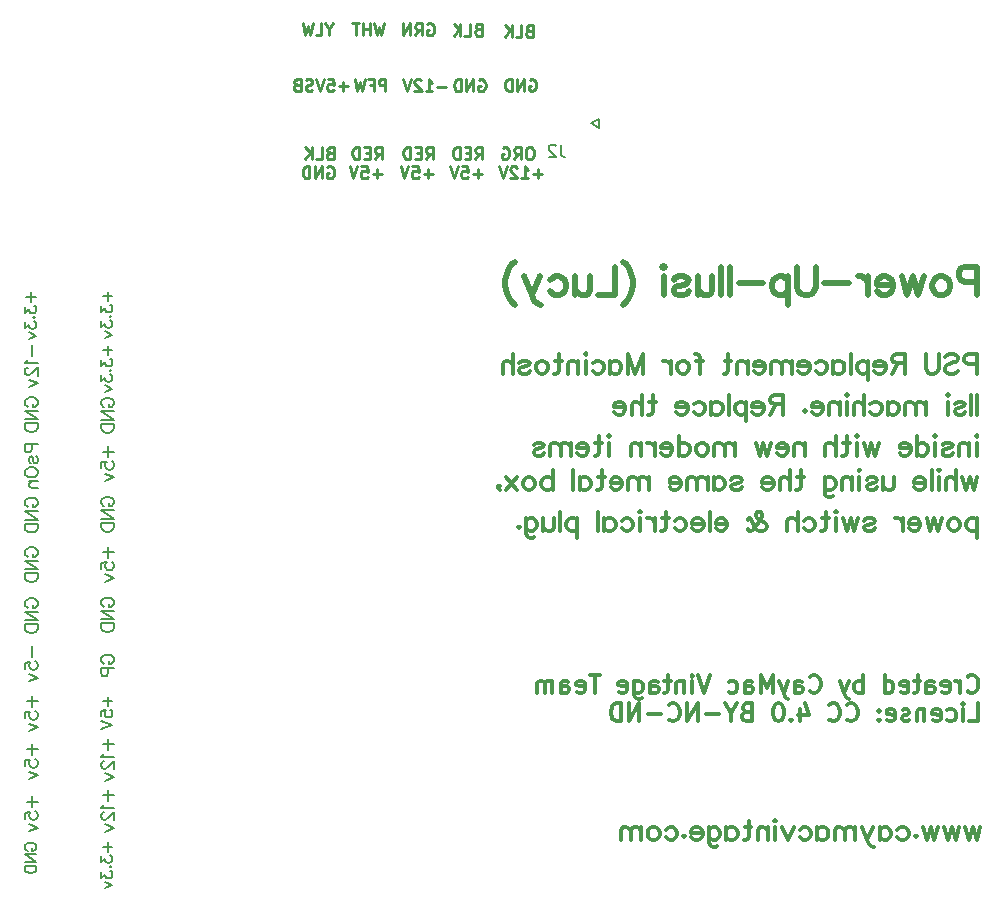
<source format=gbr>
%TF.GenerationSoftware,KiCad,Pcbnew,8.0.3*%
%TF.CreationDate,2024-11-03T21:09:01+01:00*%
%TF.ProjectId,IIsi_ATX,49497369-5f41-4545-982e-6b696361645f,rev?*%
%TF.SameCoordinates,Original*%
%TF.FileFunction,Legend,Bot*%
%TF.FilePolarity,Positive*%
%FSLAX46Y46*%
G04 Gerber Fmt 4.6, Leading zero omitted, Abs format (unit mm)*
G04 Created by KiCad (PCBNEW 8.0.3) date 2024-11-03 21:09:01*
%MOMM*%
%LPD*%
G01*
G04 APERTURE LIST*
%ADD10C,0.300000*%
%ADD11C,0.152000*%
%ADD12C,0.500000*%
%ADD13C,0.130000*%
%ADD14C,0.250000*%
%ADD15C,0.150000*%
%ADD16C,0.127000*%
G04 APERTURE END LIST*
D10*
X159888346Y-108643055D02*
X159959774Y-108714484D01*
X159959774Y-108714484D02*
X160174060Y-108785912D01*
X160174060Y-108785912D02*
X160316917Y-108785912D01*
X160316917Y-108785912D02*
X160531203Y-108714484D01*
X160531203Y-108714484D02*
X160674060Y-108571626D01*
X160674060Y-108571626D02*
X160745489Y-108428769D01*
X160745489Y-108428769D02*
X160816917Y-108143055D01*
X160816917Y-108143055D02*
X160816917Y-107928769D01*
X160816917Y-107928769D02*
X160745489Y-107643055D01*
X160745489Y-107643055D02*
X160674060Y-107500198D01*
X160674060Y-107500198D02*
X160531203Y-107357341D01*
X160531203Y-107357341D02*
X160316917Y-107285912D01*
X160316917Y-107285912D02*
X160174060Y-107285912D01*
X160174060Y-107285912D02*
X159959774Y-107357341D01*
X159959774Y-107357341D02*
X159888346Y-107428769D01*
X159245489Y-108785912D02*
X159245489Y-107785912D01*
X159245489Y-108071626D02*
X159174060Y-107928769D01*
X159174060Y-107928769D02*
X159102632Y-107857341D01*
X159102632Y-107857341D02*
X158959774Y-107785912D01*
X158959774Y-107785912D02*
X158816917Y-107785912D01*
X157745489Y-108714484D02*
X157888346Y-108785912D01*
X157888346Y-108785912D02*
X158174061Y-108785912D01*
X158174061Y-108785912D02*
X158316918Y-108714484D01*
X158316918Y-108714484D02*
X158388346Y-108571626D01*
X158388346Y-108571626D02*
X158388346Y-108000198D01*
X158388346Y-108000198D02*
X158316918Y-107857341D01*
X158316918Y-107857341D02*
X158174061Y-107785912D01*
X158174061Y-107785912D02*
X157888346Y-107785912D01*
X157888346Y-107785912D02*
X157745489Y-107857341D01*
X157745489Y-107857341D02*
X157674061Y-108000198D01*
X157674061Y-108000198D02*
X157674061Y-108143055D01*
X157674061Y-108143055D02*
X158388346Y-108285912D01*
X156388347Y-108785912D02*
X156388347Y-108000198D01*
X156388347Y-108000198D02*
X156459775Y-107857341D01*
X156459775Y-107857341D02*
X156602632Y-107785912D01*
X156602632Y-107785912D02*
X156888347Y-107785912D01*
X156888347Y-107785912D02*
X157031204Y-107857341D01*
X156388347Y-108714484D02*
X156531204Y-108785912D01*
X156531204Y-108785912D02*
X156888347Y-108785912D01*
X156888347Y-108785912D02*
X157031204Y-108714484D01*
X157031204Y-108714484D02*
X157102632Y-108571626D01*
X157102632Y-108571626D02*
X157102632Y-108428769D01*
X157102632Y-108428769D02*
X157031204Y-108285912D01*
X157031204Y-108285912D02*
X156888347Y-108214484D01*
X156888347Y-108214484D02*
X156531204Y-108214484D01*
X156531204Y-108214484D02*
X156388347Y-108143055D01*
X155888346Y-107785912D02*
X155316918Y-107785912D01*
X155674061Y-107285912D02*
X155674061Y-108571626D01*
X155674061Y-108571626D02*
X155602632Y-108714484D01*
X155602632Y-108714484D02*
X155459775Y-108785912D01*
X155459775Y-108785912D02*
X155316918Y-108785912D01*
X154245489Y-108714484D02*
X154388346Y-108785912D01*
X154388346Y-108785912D02*
X154674061Y-108785912D01*
X154674061Y-108785912D02*
X154816918Y-108714484D01*
X154816918Y-108714484D02*
X154888346Y-108571626D01*
X154888346Y-108571626D02*
X154888346Y-108000198D01*
X154888346Y-108000198D02*
X154816918Y-107857341D01*
X154816918Y-107857341D02*
X154674061Y-107785912D01*
X154674061Y-107785912D02*
X154388346Y-107785912D01*
X154388346Y-107785912D02*
X154245489Y-107857341D01*
X154245489Y-107857341D02*
X154174061Y-108000198D01*
X154174061Y-108000198D02*
X154174061Y-108143055D01*
X154174061Y-108143055D02*
X154888346Y-108285912D01*
X152888347Y-108785912D02*
X152888347Y-107285912D01*
X152888347Y-108714484D02*
X153031204Y-108785912D01*
X153031204Y-108785912D02*
X153316918Y-108785912D01*
X153316918Y-108785912D02*
X153459775Y-108714484D01*
X153459775Y-108714484D02*
X153531204Y-108643055D01*
X153531204Y-108643055D02*
X153602632Y-108500198D01*
X153602632Y-108500198D02*
X153602632Y-108071626D01*
X153602632Y-108071626D02*
X153531204Y-107928769D01*
X153531204Y-107928769D02*
X153459775Y-107857341D01*
X153459775Y-107857341D02*
X153316918Y-107785912D01*
X153316918Y-107785912D02*
X153031204Y-107785912D01*
X153031204Y-107785912D02*
X152888347Y-107857341D01*
X151031204Y-108785912D02*
X151031204Y-107285912D01*
X151031204Y-107857341D02*
X150888347Y-107785912D01*
X150888347Y-107785912D02*
X150602632Y-107785912D01*
X150602632Y-107785912D02*
X150459775Y-107857341D01*
X150459775Y-107857341D02*
X150388347Y-107928769D01*
X150388347Y-107928769D02*
X150316918Y-108071626D01*
X150316918Y-108071626D02*
X150316918Y-108500198D01*
X150316918Y-108500198D02*
X150388347Y-108643055D01*
X150388347Y-108643055D02*
X150459775Y-108714484D01*
X150459775Y-108714484D02*
X150602632Y-108785912D01*
X150602632Y-108785912D02*
X150888347Y-108785912D01*
X150888347Y-108785912D02*
X151031204Y-108714484D01*
X149816918Y-107785912D02*
X149459775Y-108785912D01*
X149102632Y-107785912D02*
X149459775Y-108785912D01*
X149459775Y-108785912D02*
X149602632Y-109143055D01*
X149602632Y-109143055D02*
X149674061Y-109214484D01*
X149674061Y-109214484D02*
X149816918Y-109285912D01*
X146531204Y-108643055D02*
X146602632Y-108714484D01*
X146602632Y-108714484D02*
X146816918Y-108785912D01*
X146816918Y-108785912D02*
X146959775Y-108785912D01*
X146959775Y-108785912D02*
X147174061Y-108714484D01*
X147174061Y-108714484D02*
X147316918Y-108571626D01*
X147316918Y-108571626D02*
X147388347Y-108428769D01*
X147388347Y-108428769D02*
X147459775Y-108143055D01*
X147459775Y-108143055D02*
X147459775Y-107928769D01*
X147459775Y-107928769D02*
X147388347Y-107643055D01*
X147388347Y-107643055D02*
X147316918Y-107500198D01*
X147316918Y-107500198D02*
X147174061Y-107357341D01*
X147174061Y-107357341D02*
X146959775Y-107285912D01*
X146959775Y-107285912D02*
X146816918Y-107285912D01*
X146816918Y-107285912D02*
X146602632Y-107357341D01*
X146602632Y-107357341D02*
X146531204Y-107428769D01*
X145245490Y-108785912D02*
X145245490Y-108000198D01*
X145245490Y-108000198D02*
X145316918Y-107857341D01*
X145316918Y-107857341D02*
X145459775Y-107785912D01*
X145459775Y-107785912D02*
X145745490Y-107785912D01*
X145745490Y-107785912D02*
X145888347Y-107857341D01*
X145245490Y-108714484D02*
X145388347Y-108785912D01*
X145388347Y-108785912D02*
X145745490Y-108785912D01*
X145745490Y-108785912D02*
X145888347Y-108714484D01*
X145888347Y-108714484D02*
X145959775Y-108571626D01*
X145959775Y-108571626D02*
X145959775Y-108428769D01*
X145959775Y-108428769D02*
X145888347Y-108285912D01*
X145888347Y-108285912D02*
X145745490Y-108214484D01*
X145745490Y-108214484D02*
X145388347Y-108214484D01*
X145388347Y-108214484D02*
X145245490Y-108143055D01*
X144674061Y-107785912D02*
X144316918Y-108785912D01*
X143959775Y-107785912D02*
X144316918Y-108785912D01*
X144316918Y-108785912D02*
X144459775Y-109143055D01*
X144459775Y-109143055D02*
X144531204Y-109214484D01*
X144531204Y-109214484D02*
X144674061Y-109285912D01*
X143388347Y-108785912D02*
X143388347Y-107285912D01*
X143388347Y-107285912D02*
X142888347Y-108357341D01*
X142888347Y-108357341D02*
X142388347Y-107285912D01*
X142388347Y-107285912D02*
X142388347Y-108785912D01*
X141031204Y-108785912D02*
X141031204Y-108000198D01*
X141031204Y-108000198D02*
X141102632Y-107857341D01*
X141102632Y-107857341D02*
X141245489Y-107785912D01*
X141245489Y-107785912D02*
X141531204Y-107785912D01*
X141531204Y-107785912D02*
X141674061Y-107857341D01*
X141031204Y-108714484D02*
X141174061Y-108785912D01*
X141174061Y-108785912D02*
X141531204Y-108785912D01*
X141531204Y-108785912D02*
X141674061Y-108714484D01*
X141674061Y-108714484D02*
X141745489Y-108571626D01*
X141745489Y-108571626D02*
X141745489Y-108428769D01*
X141745489Y-108428769D02*
X141674061Y-108285912D01*
X141674061Y-108285912D02*
X141531204Y-108214484D01*
X141531204Y-108214484D02*
X141174061Y-108214484D01*
X141174061Y-108214484D02*
X141031204Y-108143055D01*
X139674061Y-108714484D02*
X139816918Y-108785912D01*
X139816918Y-108785912D02*
X140102632Y-108785912D01*
X140102632Y-108785912D02*
X140245489Y-108714484D01*
X140245489Y-108714484D02*
X140316918Y-108643055D01*
X140316918Y-108643055D02*
X140388346Y-108500198D01*
X140388346Y-108500198D02*
X140388346Y-108071626D01*
X140388346Y-108071626D02*
X140316918Y-107928769D01*
X140316918Y-107928769D02*
X140245489Y-107857341D01*
X140245489Y-107857341D02*
X140102632Y-107785912D01*
X140102632Y-107785912D02*
X139816918Y-107785912D01*
X139816918Y-107785912D02*
X139674061Y-107857341D01*
X138102632Y-107285912D02*
X137602632Y-108785912D01*
X137602632Y-108785912D02*
X137102632Y-107285912D01*
X136602633Y-108785912D02*
X136602633Y-107785912D01*
X136602633Y-107285912D02*
X136674061Y-107357341D01*
X136674061Y-107357341D02*
X136602633Y-107428769D01*
X136602633Y-107428769D02*
X136531204Y-107357341D01*
X136531204Y-107357341D02*
X136602633Y-107285912D01*
X136602633Y-107285912D02*
X136602633Y-107428769D01*
X135888347Y-107785912D02*
X135888347Y-108785912D01*
X135888347Y-107928769D02*
X135816918Y-107857341D01*
X135816918Y-107857341D02*
X135674061Y-107785912D01*
X135674061Y-107785912D02*
X135459775Y-107785912D01*
X135459775Y-107785912D02*
X135316918Y-107857341D01*
X135316918Y-107857341D02*
X135245490Y-108000198D01*
X135245490Y-108000198D02*
X135245490Y-108785912D01*
X134745489Y-107785912D02*
X134174061Y-107785912D01*
X134531204Y-107285912D02*
X134531204Y-108571626D01*
X134531204Y-108571626D02*
X134459775Y-108714484D01*
X134459775Y-108714484D02*
X134316918Y-108785912D01*
X134316918Y-108785912D02*
X134174061Y-108785912D01*
X133031204Y-108785912D02*
X133031204Y-108000198D01*
X133031204Y-108000198D02*
X133102632Y-107857341D01*
X133102632Y-107857341D02*
X133245489Y-107785912D01*
X133245489Y-107785912D02*
X133531204Y-107785912D01*
X133531204Y-107785912D02*
X133674061Y-107857341D01*
X133031204Y-108714484D02*
X133174061Y-108785912D01*
X133174061Y-108785912D02*
X133531204Y-108785912D01*
X133531204Y-108785912D02*
X133674061Y-108714484D01*
X133674061Y-108714484D02*
X133745489Y-108571626D01*
X133745489Y-108571626D02*
X133745489Y-108428769D01*
X133745489Y-108428769D02*
X133674061Y-108285912D01*
X133674061Y-108285912D02*
X133531204Y-108214484D01*
X133531204Y-108214484D02*
X133174061Y-108214484D01*
X133174061Y-108214484D02*
X133031204Y-108143055D01*
X131674061Y-107785912D02*
X131674061Y-109000198D01*
X131674061Y-109000198D02*
X131745489Y-109143055D01*
X131745489Y-109143055D02*
X131816918Y-109214484D01*
X131816918Y-109214484D02*
X131959775Y-109285912D01*
X131959775Y-109285912D02*
X132174061Y-109285912D01*
X132174061Y-109285912D02*
X132316918Y-109214484D01*
X131674061Y-108714484D02*
X131816918Y-108785912D01*
X131816918Y-108785912D02*
X132102632Y-108785912D01*
X132102632Y-108785912D02*
X132245489Y-108714484D01*
X132245489Y-108714484D02*
X132316918Y-108643055D01*
X132316918Y-108643055D02*
X132388346Y-108500198D01*
X132388346Y-108500198D02*
X132388346Y-108071626D01*
X132388346Y-108071626D02*
X132316918Y-107928769D01*
X132316918Y-107928769D02*
X132245489Y-107857341D01*
X132245489Y-107857341D02*
X132102632Y-107785912D01*
X132102632Y-107785912D02*
X131816918Y-107785912D01*
X131816918Y-107785912D02*
X131674061Y-107857341D01*
X130388346Y-108714484D02*
X130531203Y-108785912D01*
X130531203Y-108785912D02*
X130816918Y-108785912D01*
X130816918Y-108785912D02*
X130959775Y-108714484D01*
X130959775Y-108714484D02*
X131031203Y-108571626D01*
X131031203Y-108571626D02*
X131031203Y-108000198D01*
X131031203Y-108000198D02*
X130959775Y-107857341D01*
X130959775Y-107857341D02*
X130816918Y-107785912D01*
X130816918Y-107785912D02*
X130531203Y-107785912D01*
X130531203Y-107785912D02*
X130388346Y-107857341D01*
X130388346Y-107857341D02*
X130316918Y-108000198D01*
X130316918Y-108000198D02*
X130316918Y-108143055D01*
X130316918Y-108143055D02*
X131031203Y-108285912D01*
X128745489Y-107285912D02*
X127888347Y-107285912D01*
X128316918Y-108785912D02*
X128316918Y-107285912D01*
X126816918Y-108714484D02*
X126959775Y-108785912D01*
X126959775Y-108785912D02*
X127245490Y-108785912D01*
X127245490Y-108785912D02*
X127388347Y-108714484D01*
X127388347Y-108714484D02*
X127459775Y-108571626D01*
X127459775Y-108571626D02*
X127459775Y-108000198D01*
X127459775Y-108000198D02*
X127388347Y-107857341D01*
X127388347Y-107857341D02*
X127245490Y-107785912D01*
X127245490Y-107785912D02*
X126959775Y-107785912D01*
X126959775Y-107785912D02*
X126816918Y-107857341D01*
X126816918Y-107857341D02*
X126745490Y-108000198D01*
X126745490Y-108000198D02*
X126745490Y-108143055D01*
X126745490Y-108143055D02*
X127459775Y-108285912D01*
X125459776Y-108785912D02*
X125459776Y-108000198D01*
X125459776Y-108000198D02*
X125531204Y-107857341D01*
X125531204Y-107857341D02*
X125674061Y-107785912D01*
X125674061Y-107785912D02*
X125959776Y-107785912D01*
X125959776Y-107785912D02*
X126102633Y-107857341D01*
X125459776Y-108714484D02*
X125602633Y-108785912D01*
X125602633Y-108785912D02*
X125959776Y-108785912D01*
X125959776Y-108785912D02*
X126102633Y-108714484D01*
X126102633Y-108714484D02*
X126174061Y-108571626D01*
X126174061Y-108571626D02*
X126174061Y-108428769D01*
X126174061Y-108428769D02*
X126102633Y-108285912D01*
X126102633Y-108285912D02*
X125959776Y-108214484D01*
X125959776Y-108214484D02*
X125602633Y-108214484D01*
X125602633Y-108214484D02*
X125459776Y-108143055D01*
X124745490Y-108785912D02*
X124745490Y-107785912D01*
X124745490Y-107928769D02*
X124674061Y-107857341D01*
X124674061Y-107857341D02*
X124531204Y-107785912D01*
X124531204Y-107785912D02*
X124316918Y-107785912D01*
X124316918Y-107785912D02*
X124174061Y-107857341D01*
X124174061Y-107857341D02*
X124102633Y-108000198D01*
X124102633Y-108000198D02*
X124102633Y-108785912D01*
X124102633Y-108000198D02*
X124031204Y-107857341D01*
X124031204Y-107857341D02*
X123888347Y-107785912D01*
X123888347Y-107785912D02*
X123674061Y-107785912D01*
X123674061Y-107785912D02*
X123531204Y-107857341D01*
X123531204Y-107857341D02*
X123459775Y-108000198D01*
X123459775Y-108000198D02*
X123459775Y-108785912D01*
X160031203Y-111200828D02*
X160745489Y-111200828D01*
X160745489Y-111200828D02*
X160745489Y-109700828D01*
X159531203Y-111200828D02*
X159531203Y-110200828D01*
X159531203Y-109700828D02*
X159602631Y-109772257D01*
X159602631Y-109772257D02*
X159531203Y-109843685D01*
X159531203Y-109843685D02*
X159459774Y-109772257D01*
X159459774Y-109772257D02*
X159531203Y-109700828D01*
X159531203Y-109700828D02*
X159531203Y-109843685D01*
X158174060Y-111129400D02*
X158316917Y-111200828D01*
X158316917Y-111200828D02*
X158602631Y-111200828D01*
X158602631Y-111200828D02*
X158745488Y-111129400D01*
X158745488Y-111129400D02*
X158816917Y-111057971D01*
X158816917Y-111057971D02*
X158888345Y-110915114D01*
X158888345Y-110915114D02*
X158888345Y-110486542D01*
X158888345Y-110486542D02*
X158816917Y-110343685D01*
X158816917Y-110343685D02*
X158745488Y-110272257D01*
X158745488Y-110272257D02*
X158602631Y-110200828D01*
X158602631Y-110200828D02*
X158316917Y-110200828D01*
X158316917Y-110200828D02*
X158174060Y-110272257D01*
X156959774Y-111129400D02*
X157102631Y-111200828D01*
X157102631Y-111200828D02*
X157388346Y-111200828D01*
X157388346Y-111200828D02*
X157531203Y-111129400D01*
X157531203Y-111129400D02*
X157602631Y-110986542D01*
X157602631Y-110986542D02*
X157602631Y-110415114D01*
X157602631Y-110415114D02*
X157531203Y-110272257D01*
X157531203Y-110272257D02*
X157388346Y-110200828D01*
X157388346Y-110200828D02*
X157102631Y-110200828D01*
X157102631Y-110200828D02*
X156959774Y-110272257D01*
X156959774Y-110272257D02*
X156888346Y-110415114D01*
X156888346Y-110415114D02*
X156888346Y-110557971D01*
X156888346Y-110557971D02*
X157602631Y-110700828D01*
X156245489Y-110200828D02*
X156245489Y-111200828D01*
X156245489Y-110343685D02*
X156174060Y-110272257D01*
X156174060Y-110272257D02*
X156031203Y-110200828D01*
X156031203Y-110200828D02*
X155816917Y-110200828D01*
X155816917Y-110200828D02*
X155674060Y-110272257D01*
X155674060Y-110272257D02*
X155602632Y-110415114D01*
X155602632Y-110415114D02*
X155602632Y-111200828D01*
X154959774Y-111129400D02*
X154816917Y-111200828D01*
X154816917Y-111200828D02*
X154531203Y-111200828D01*
X154531203Y-111200828D02*
X154388346Y-111129400D01*
X154388346Y-111129400D02*
X154316917Y-110986542D01*
X154316917Y-110986542D02*
X154316917Y-110915114D01*
X154316917Y-110915114D02*
X154388346Y-110772257D01*
X154388346Y-110772257D02*
X154531203Y-110700828D01*
X154531203Y-110700828D02*
X154745489Y-110700828D01*
X154745489Y-110700828D02*
X154888346Y-110629400D01*
X154888346Y-110629400D02*
X154959774Y-110486542D01*
X154959774Y-110486542D02*
X154959774Y-110415114D01*
X154959774Y-110415114D02*
X154888346Y-110272257D01*
X154888346Y-110272257D02*
X154745489Y-110200828D01*
X154745489Y-110200828D02*
X154531203Y-110200828D01*
X154531203Y-110200828D02*
X154388346Y-110272257D01*
X153102631Y-111129400D02*
X153245488Y-111200828D01*
X153245488Y-111200828D02*
X153531203Y-111200828D01*
X153531203Y-111200828D02*
X153674060Y-111129400D01*
X153674060Y-111129400D02*
X153745488Y-110986542D01*
X153745488Y-110986542D02*
X153745488Y-110415114D01*
X153745488Y-110415114D02*
X153674060Y-110272257D01*
X153674060Y-110272257D02*
X153531203Y-110200828D01*
X153531203Y-110200828D02*
X153245488Y-110200828D01*
X153245488Y-110200828D02*
X153102631Y-110272257D01*
X153102631Y-110272257D02*
X153031203Y-110415114D01*
X153031203Y-110415114D02*
X153031203Y-110557971D01*
X153031203Y-110557971D02*
X153745488Y-110700828D01*
X152388346Y-111057971D02*
X152316917Y-111129400D01*
X152316917Y-111129400D02*
X152388346Y-111200828D01*
X152388346Y-111200828D02*
X152459774Y-111129400D01*
X152459774Y-111129400D02*
X152388346Y-111057971D01*
X152388346Y-111057971D02*
X152388346Y-111200828D01*
X152388346Y-110272257D02*
X152316917Y-110343685D01*
X152316917Y-110343685D02*
X152388346Y-110415114D01*
X152388346Y-110415114D02*
X152459774Y-110343685D01*
X152459774Y-110343685D02*
X152388346Y-110272257D01*
X152388346Y-110272257D02*
X152388346Y-110415114D01*
X149674060Y-111057971D02*
X149745488Y-111129400D01*
X149745488Y-111129400D02*
X149959774Y-111200828D01*
X149959774Y-111200828D02*
X150102631Y-111200828D01*
X150102631Y-111200828D02*
X150316917Y-111129400D01*
X150316917Y-111129400D02*
X150459774Y-110986542D01*
X150459774Y-110986542D02*
X150531203Y-110843685D01*
X150531203Y-110843685D02*
X150602631Y-110557971D01*
X150602631Y-110557971D02*
X150602631Y-110343685D01*
X150602631Y-110343685D02*
X150531203Y-110057971D01*
X150531203Y-110057971D02*
X150459774Y-109915114D01*
X150459774Y-109915114D02*
X150316917Y-109772257D01*
X150316917Y-109772257D02*
X150102631Y-109700828D01*
X150102631Y-109700828D02*
X149959774Y-109700828D01*
X149959774Y-109700828D02*
X149745488Y-109772257D01*
X149745488Y-109772257D02*
X149674060Y-109843685D01*
X148174060Y-111057971D02*
X148245488Y-111129400D01*
X148245488Y-111129400D02*
X148459774Y-111200828D01*
X148459774Y-111200828D02*
X148602631Y-111200828D01*
X148602631Y-111200828D02*
X148816917Y-111129400D01*
X148816917Y-111129400D02*
X148959774Y-110986542D01*
X148959774Y-110986542D02*
X149031203Y-110843685D01*
X149031203Y-110843685D02*
X149102631Y-110557971D01*
X149102631Y-110557971D02*
X149102631Y-110343685D01*
X149102631Y-110343685D02*
X149031203Y-110057971D01*
X149031203Y-110057971D02*
X148959774Y-109915114D01*
X148959774Y-109915114D02*
X148816917Y-109772257D01*
X148816917Y-109772257D02*
X148602631Y-109700828D01*
X148602631Y-109700828D02*
X148459774Y-109700828D01*
X148459774Y-109700828D02*
X148245488Y-109772257D01*
X148245488Y-109772257D02*
X148174060Y-109843685D01*
X145745489Y-110200828D02*
X145745489Y-111200828D01*
X146102631Y-109629400D02*
X146459774Y-110700828D01*
X146459774Y-110700828D02*
X145531203Y-110700828D01*
X144959775Y-111057971D02*
X144888346Y-111129400D01*
X144888346Y-111129400D02*
X144959775Y-111200828D01*
X144959775Y-111200828D02*
X145031203Y-111129400D01*
X145031203Y-111129400D02*
X144959775Y-111057971D01*
X144959775Y-111057971D02*
X144959775Y-111200828D01*
X143959774Y-109700828D02*
X143816917Y-109700828D01*
X143816917Y-109700828D02*
X143674060Y-109772257D01*
X143674060Y-109772257D02*
X143602632Y-109843685D01*
X143602632Y-109843685D02*
X143531203Y-109986542D01*
X143531203Y-109986542D02*
X143459774Y-110272257D01*
X143459774Y-110272257D02*
X143459774Y-110629400D01*
X143459774Y-110629400D02*
X143531203Y-110915114D01*
X143531203Y-110915114D02*
X143602632Y-111057971D01*
X143602632Y-111057971D02*
X143674060Y-111129400D01*
X143674060Y-111129400D02*
X143816917Y-111200828D01*
X143816917Y-111200828D02*
X143959774Y-111200828D01*
X143959774Y-111200828D02*
X144102632Y-111129400D01*
X144102632Y-111129400D02*
X144174060Y-111057971D01*
X144174060Y-111057971D02*
X144245489Y-110915114D01*
X144245489Y-110915114D02*
X144316917Y-110629400D01*
X144316917Y-110629400D02*
X144316917Y-110272257D01*
X144316917Y-110272257D02*
X144245489Y-109986542D01*
X144245489Y-109986542D02*
X144174060Y-109843685D01*
X144174060Y-109843685D02*
X144102632Y-109772257D01*
X144102632Y-109772257D02*
X143959774Y-109700828D01*
X141174061Y-110415114D02*
X140959775Y-110486542D01*
X140959775Y-110486542D02*
X140888346Y-110557971D01*
X140888346Y-110557971D02*
X140816918Y-110700828D01*
X140816918Y-110700828D02*
X140816918Y-110915114D01*
X140816918Y-110915114D02*
X140888346Y-111057971D01*
X140888346Y-111057971D02*
X140959775Y-111129400D01*
X140959775Y-111129400D02*
X141102632Y-111200828D01*
X141102632Y-111200828D02*
X141674061Y-111200828D01*
X141674061Y-111200828D02*
X141674061Y-109700828D01*
X141674061Y-109700828D02*
X141174061Y-109700828D01*
X141174061Y-109700828D02*
X141031204Y-109772257D01*
X141031204Y-109772257D02*
X140959775Y-109843685D01*
X140959775Y-109843685D02*
X140888346Y-109986542D01*
X140888346Y-109986542D02*
X140888346Y-110129400D01*
X140888346Y-110129400D02*
X140959775Y-110272257D01*
X140959775Y-110272257D02*
X141031204Y-110343685D01*
X141031204Y-110343685D02*
X141174061Y-110415114D01*
X141174061Y-110415114D02*
X141674061Y-110415114D01*
X139888346Y-110486542D02*
X139888346Y-111200828D01*
X140388346Y-109700828D02*
X139888346Y-110486542D01*
X139888346Y-110486542D02*
X139388346Y-109700828D01*
X138888347Y-110629400D02*
X137745490Y-110629400D01*
X137031204Y-111200828D02*
X137031204Y-109700828D01*
X137031204Y-109700828D02*
X136174061Y-111200828D01*
X136174061Y-111200828D02*
X136174061Y-109700828D01*
X134602632Y-111057971D02*
X134674060Y-111129400D01*
X134674060Y-111129400D02*
X134888346Y-111200828D01*
X134888346Y-111200828D02*
X135031203Y-111200828D01*
X135031203Y-111200828D02*
X135245489Y-111129400D01*
X135245489Y-111129400D02*
X135388346Y-110986542D01*
X135388346Y-110986542D02*
X135459775Y-110843685D01*
X135459775Y-110843685D02*
X135531203Y-110557971D01*
X135531203Y-110557971D02*
X135531203Y-110343685D01*
X135531203Y-110343685D02*
X135459775Y-110057971D01*
X135459775Y-110057971D02*
X135388346Y-109915114D01*
X135388346Y-109915114D02*
X135245489Y-109772257D01*
X135245489Y-109772257D02*
X135031203Y-109700828D01*
X135031203Y-109700828D02*
X134888346Y-109700828D01*
X134888346Y-109700828D02*
X134674060Y-109772257D01*
X134674060Y-109772257D02*
X134602632Y-109843685D01*
X133959775Y-110629400D02*
X132816918Y-110629400D01*
X132102632Y-111200828D02*
X132102632Y-109700828D01*
X132102632Y-109700828D02*
X131245489Y-111200828D01*
X131245489Y-111200828D02*
X131245489Y-109700828D01*
X130531203Y-111200828D02*
X130531203Y-109700828D01*
X130531203Y-109700828D02*
X130174060Y-109700828D01*
X130174060Y-109700828D02*
X129959774Y-109772257D01*
X129959774Y-109772257D02*
X129816917Y-109915114D01*
X129816917Y-109915114D02*
X129745488Y-110057971D01*
X129745488Y-110057971D02*
X129674060Y-110343685D01*
X129674060Y-110343685D02*
X129674060Y-110557971D01*
X129674060Y-110557971D02*
X129745488Y-110843685D01*
X129745488Y-110843685D02*
X129816917Y-110986542D01*
X129816917Y-110986542D02*
X129959774Y-111129400D01*
X129959774Y-111129400D02*
X130174060Y-111200828D01*
X130174060Y-111200828D02*
X130531203Y-111200828D01*
X138873240Y-121039320D02*
X138714160Y-121198410D01*
X159014650Y-95036330D02*
X158855570Y-95115880D01*
D11*
X80336730Y-93070090D02*
X80232590Y-93016750D01*
D10*
X138189600Y-84378820D02*
X138348680Y-84219710D01*
X132795980Y-120641590D02*
X132875540Y-120402950D01*
D12*
X153028300Y-73545060D02*
X153255580Y-73658700D01*
D10*
X137139740Y-87692710D02*
X137298850Y-87613150D01*
X131634620Y-120164320D02*
X131475540Y-120243870D01*
X154130640Y-88090420D02*
X154130640Y-87931340D01*
X134896560Y-88090420D02*
X134896560Y-88249530D01*
X137998230Y-120164320D02*
X137998230Y-121437040D01*
D11*
X87572880Y-89749500D02*
X87623680Y-89594560D01*
D10*
X122185190Y-81224060D02*
X122026110Y-81303620D01*
D11*
X86851550Y-78200140D02*
X87489090Y-78474460D01*
D10*
X152714660Y-81701330D02*
X152555580Y-81780880D01*
D11*
X86899810Y-107403080D02*
X87001410Y-107352280D01*
X87313800Y-89906980D02*
X87468740Y-89853640D01*
D10*
X127912450Y-91404310D02*
X127753350Y-91563390D01*
X131444090Y-84458370D02*
X131444090Y-85253820D01*
X148498820Y-87692710D02*
X148339720Y-87613150D01*
D11*
X86534020Y-86028400D02*
X87623680Y-86028400D01*
D10*
X144632870Y-94320430D02*
X144632870Y-95115880D01*
X147416910Y-84219710D02*
X147576020Y-84378820D01*
D12*
X158051030Y-75022350D02*
X157823750Y-75135960D01*
D10*
X130091980Y-94479510D02*
X130091980Y-94638620D01*
D11*
X86534050Y-77356860D02*
X86534050Y-77854700D01*
D10*
X123473880Y-87613150D02*
X123712510Y-87613150D01*
X142628250Y-84617450D02*
X142628250Y-84776560D01*
X148339670Y-92199760D02*
X148498770Y-92120210D01*
X121819270Y-94797700D02*
X121898830Y-94718140D01*
D11*
X87572880Y-94931100D02*
X87623680Y-94773620D01*
X87364600Y-84616160D02*
X87209660Y-84616160D01*
D10*
X127037450Y-90767940D02*
X127196530Y-90608860D01*
D12*
X159255570Y-72976890D02*
X159141930Y-73204170D01*
D10*
X138189600Y-84140190D02*
X138189600Y-85253820D01*
X136089700Y-80746800D02*
X136248780Y-80905880D01*
X136582900Y-94479510D02*
X136582900Y-94320430D01*
X131571530Y-94479510D02*
X131571530Y-94638620D01*
X123887440Y-91404310D02*
X124046550Y-91563390D01*
X147655540Y-84617450D02*
X147655540Y-84776560D01*
D11*
X80234320Y-80718980D02*
X80076840Y-80873920D01*
D10*
X159189100Y-120164320D02*
X158870940Y-121277960D01*
X147019200Y-84140190D02*
X147257830Y-84140190D01*
X151155590Y-94877250D02*
X151235110Y-95036330D01*
X156978310Y-81780880D02*
X156819200Y-81780880D01*
X132255680Y-87613150D02*
X132255680Y-88726790D01*
D12*
X152687380Y-73545060D02*
X153028300Y-73545060D01*
D10*
X132382880Y-80110430D02*
X132382880Y-81780880D01*
X141371510Y-95115880D02*
X141291950Y-95036330D01*
D11*
X80908230Y-89755390D02*
X81012370Y-89806190D01*
D10*
X124046550Y-90608860D02*
X123887440Y-90767940D01*
D12*
X145778330Y-75022350D02*
X145551050Y-74795070D01*
X159710100Y-72749610D02*
X159369210Y-72863250D01*
D11*
X86534020Y-103282620D02*
X86584820Y-103440100D01*
X87077560Y-79391400D02*
X87077560Y-80209280D01*
D10*
X135230070Y-121039320D02*
X135070990Y-121198410D01*
X142389620Y-84219710D02*
X142548700Y-84378820D01*
D11*
X80128450Y-86494030D02*
X80232590Y-86598170D01*
D10*
X143757860Y-80667240D02*
X143519230Y-80667240D01*
D11*
X80076840Y-81475900D02*
X80076840Y-81684180D01*
D10*
X134260220Y-87613150D02*
X134498850Y-87613150D01*
X126942000Y-80667240D02*
X126942000Y-81780880D01*
D11*
X80987050Y-76100380D02*
X80941330Y-76054650D01*
X80128450Y-89910330D02*
X80232590Y-89806190D01*
D10*
X147941950Y-92120210D02*
X148101030Y-92199760D01*
X140194140Y-84776560D02*
X140273690Y-85015190D01*
X154273210Y-120164320D02*
X154511840Y-120164320D01*
X138714160Y-120243870D02*
X138873240Y-120402950D01*
D11*
X86534020Y-84959060D02*
X87623680Y-84959060D01*
D10*
X121723820Y-90529300D02*
X120848820Y-91642940D01*
D11*
X80649150Y-88185670D02*
X80649150Y-87718310D01*
D10*
X135214700Y-90529300D02*
X135373810Y-90608860D01*
D11*
X80440870Y-88995930D02*
X80494210Y-88840990D01*
X80077650Y-119465770D02*
X80077650Y-118945070D01*
X87397650Y-122591720D02*
X87306210Y-122546010D01*
D10*
X154289720Y-87692710D02*
X154448800Y-87613150D01*
D11*
X81012370Y-83885450D02*
X81116510Y-83989590D01*
D10*
X148673780Y-93445430D02*
X148753310Y-93365870D01*
X144266900Y-83583370D02*
X143550980Y-83583370D01*
X153191400Y-121198410D02*
X153032320Y-121277960D01*
X143996500Y-90847490D02*
X143996500Y-91642940D01*
X157853340Y-88249530D02*
X157773810Y-88408610D01*
D13*
X86897170Y-110727490D02*
X86988610Y-110818930D01*
D10*
X123378380Y-94240880D02*
X123457900Y-94479510D01*
D11*
X80440870Y-110748490D02*
X80494210Y-110903430D01*
X80494210Y-99402310D02*
X80753290Y-99402310D01*
D10*
X146112470Y-87613150D02*
X146112470Y-88726790D01*
D12*
X125891990Y-74226870D02*
X125891990Y-74454150D01*
D10*
X148116400Y-120800690D02*
X148036870Y-121039320D01*
D12*
X156914660Y-74226870D02*
X157028300Y-73885980D01*
D10*
X141116420Y-121277960D02*
X140957330Y-121277960D01*
X147830600Y-95036330D02*
X147671490Y-95115880D01*
D12*
X131551080Y-73885980D02*
X131551080Y-74340510D01*
D11*
X86587390Y-105762240D02*
X86691530Y-105658100D01*
D10*
X139335190Y-87931340D02*
X139096560Y-87692710D01*
X147480050Y-120164320D02*
X147718690Y-120164320D01*
D11*
X86950580Y-100727380D02*
X87209660Y-100727380D01*
X80494210Y-119412430D02*
X80595810Y-119516570D01*
D10*
X134355060Y-120402950D02*
X134514170Y-120243870D01*
D11*
X80440900Y-107835130D02*
X81167340Y-107522710D01*
D10*
X122248810Y-91165670D02*
X122248810Y-91006570D01*
X123473880Y-88726790D02*
X123712510Y-88726790D01*
X153860130Y-85174270D02*
X153701050Y-85253820D01*
D11*
X80758450Y-76646470D02*
X80895610Y-76600760D01*
X80336730Y-97261090D02*
X80232590Y-97207750D01*
D10*
X158139650Y-90608860D02*
X158060120Y-90847490D01*
X138969250Y-91642940D02*
X138730620Y-91642940D01*
X123346550Y-81144510D02*
X123426100Y-80905880D01*
D11*
X80128450Y-92912610D02*
X80077650Y-92811010D01*
X80440870Y-91137150D02*
X80440870Y-91292090D01*
D12*
X151141950Y-73658700D02*
X150914670Y-73545060D01*
D10*
X136137480Y-88647240D02*
X135978400Y-88726790D01*
D11*
X81116510Y-92498590D02*
X81167310Y-92602730D01*
D10*
X157455570Y-90052040D02*
X157376020Y-89972480D01*
D11*
X87623680Y-98103560D02*
X87623680Y-97946080D01*
X87209660Y-103648380D02*
X87364600Y-103595040D01*
D10*
X159698750Y-80269530D02*
X159619200Y-80428610D01*
X148036870Y-121039320D02*
X147877770Y-121198410D01*
D11*
X80440870Y-112026110D02*
X81167310Y-111713690D01*
D10*
X122487450Y-90608860D02*
X122646550Y-90529300D01*
D11*
X86688960Y-92322520D02*
X86793100Y-92269180D01*
X80232590Y-89806190D02*
X80336730Y-89755390D01*
D10*
X152316950Y-80667240D02*
X152555580Y-80667240D01*
X139636890Y-121198410D02*
X139477780Y-121039320D01*
D11*
X80486670Y-76555040D02*
X80532390Y-76600760D01*
D10*
X160207890Y-83583370D02*
X160207890Y-85253820D01*
D11*
X86534050Y-107144000D02*
X86587390Y-107298940D01*
D10*
X135421580Y-87056330D02*
X135421580Y-88726790D01*
X149230600Y-81701330D02*
X149071490Y-81780880D01*
X155498780Y-84458370D02*
X155498780Y-85253820D01*
X159046530Y-84697010D02*
X158887420Y-84776560D01*
D11*
X80077650Y-94482330D02*
X80077650Y-94845550D01*
D10*
X137537480Y-88726790D02*
X137298850Y-88726790D01*
X157455570Y-80110430D02*
X157455570Y-81303620D01*
D11*
X81116510Y-92912610D02*
X81012370Y-93016750D01*
D10*
X140401050Y-80985430D02*
X140401050Y-81780880D01*
X159094200Y-80349060D02*
X159094200Y-80508160D01*
X160350460Y-120164320D02*
X160668650Y-121277960D01*
X135309620Y-120641590D02*
X135309620Y-120800690D01*
X135214700Y-91642940D02*
X134976070Y-91642940D01*
D11*
X80076960Y-123118520D02*
X81031520Y-123118520D01*
X81032770Y-77700570D02*
X81032770Y-77563410D01*
D10*
X122821560Y-95115880D02*
X122662450Y-95036330D01*
D11*
X80595810Y-88340610D02*
X80649150Y-88185670D01*
D10*
X155530580Y-90608860D02*
X155689670Y-90529300D01*
X134260220Y-88726790D02*
X134101110Y-88647240D01*
X152380580Y-84219710D02*
X152539660Y-84378820D01*
X156851030Y-89972480D02*
X156851030Y-91642940D01*
D11*
X81116510Y-110903430D02*
X81167310Y-110748490D01*
D10*
X152316950Y-81780880D02*
X152157850Y-81701330D01*
D11*
X87397650Y-77311140D02*
X87306210Y-77265430D01*
D10*
X142755600Y-81144510D02*
X142755600Y-81303620D01*
X146191940Y-95036330D02*
X146032860Y-94877250D01*
X133162300Y-85174270D02*
X133003200Y-85253820D01*
D13*
X87351830Y-110818930D02*
X87443270Y-110727490D01*
D11*
X86688960Y-117450740D02*
X87623680Y-117450740D01*
D10*
X127753350Y-91563390D02*
X127594270Y-91642940D01*
D11*
X80212350Y-75300280D02*
X81032770Y-75300280D01*
X86897220Y-82154930D02*
X86897220Y-82292090D01*
D10*
X157248790Y-87056330D02*
X157169270Y-87135890D01*
X124205630Y-91642940D02*
X124444260Y-91642940D01*
X155928350Y-87613150D02*
X156166980Y-87613150D01*
X152141950Y-90608860D02*
X152221500Y-90767940D01*
D12*
X125778370Y-74795070D02*
X125551090Y-75022350D01*
X123664740Y-73545060D02*
X122982920Y-75135960D01*
X159141930Y-73204170D02*
X159141930Y-73545060D01*
D10*
X151426050Y-90608860D02*
X151664680Y-90529300D01*
X139287410Y-90767940D02*
X139366960Y-91006570D01*
X135421530Y-94002240D02*
X135660160Y-94002240D01*
X158616940Y-94002240D02*
X158855570Y-94002240D01*
X149739660Y-90529300D02*
X149501030Y-90529300D01*
X129789720Y-81701330D02*
X129630640Y-81542250D01*
X155928350Y-88726790D02*
X155769270Y-88647240D01*
D11*
X80336730Y-95157970D02*
X80494210Y-95211310D01*
D10*
X137935190Y-88090420D02*
X137935190Y-88249530D01*
X140210190Y-87931340D02*
X139971560Y-87692710D01*
X160414650Y-94002240D02*
X160176020Y-94002240D01*
X131460220Y-87692710D02*
X131380670Y-87931340D01*
X153144230Y-84378820D02*
X153303310Y-84219710D01*
X149516400Y-120482510D02*
X149516400Y-121277960D01*
X154511840Y-120164320D02*
X154670950Y-120243870D01*
D11*
X80077680Y-106765790D02*
X80077680Y-106245100D01*
X86534020Y-94773620D02*
X86584820Y-94931100D01*
D10*
X154019230Y-85015190D02*
X153860130Y-85174270D01*
X131110160Y-80110430D02*
X131746530Y-81780880D01*
D11*
X80440950Y-77654860D02*
X80440950Y-77792020D01*
X87468740Y-86653240D02*
X87572880Y-86549100D01*
D10*
X135262430Y-95036330D02*
X135103350Y-94877250D01*
X130776080Y-94081800D02*
X130935160Y-94002240D01*
D12*
X157823750Y-75135960D02*
X157482850Y-75135960D01*
D10*
X149660190Y-88408610D02*
X149580630Y-88647240D01*
D11*
X87214770Y-77900430D02*
X87351930Y-77854700D01*
D10*
X135421530Y-95115880D02*
X135262430Y-95036330D01*
X144791950Y-80746800D02*
X144632870Y-80667240D01*
X138905500Y-85174270D02*
X138746420Y-85253820D01*
X156755020Y-120164320D02*
X157073200Y-121277960D01*
X149580560Y-83583370D02*
X149660110Y-83503810D01*
X141291950Y-94081800D02*
X141371510Y-94002240D01*
X155769270Y-87692710D02*
X155928350Y-87613150D01*
D11*
X87443320Y-81928860D02*
X87397600Y-81883140D01*
X86534020Y-86391620D02*
X86584820Y-86549100D01*
X86942940Y-81055110D02*
X86988660Y-81100830D01*
X80076840Y-81684180D02*
X80130180Y-81788320D01*
D10*
X147751050Y-80746800D02*
X147910130Y-80905880D01*
D11*
X87572880Y-98258500D02*
X87623680Y-98103560D01*
D10*
X158219200Y-94638620D02*
X158219200Y-94479510D01*
X135978400Y-87613150D02*
X136137480Y-87692710D01*
X157057840Y-94002240D02*
X156739650Y-95115880D01*
D11*
X81012370Y-97207750D02*
X80908230Y-97261090D01*
D10*
X142516970Y-80746800D02*
X142676050Y-80905880D01*
X149580630Y-88647240D02*
X149421550Y-88726790D01*
D11*
X80232590Y-92394450D02*
X80336730Y-92341110D01*
D10*
X142087410Y-93524980D02*
X142246510Y-93445430D01*
X137139690Y-94002240D02*
X137298790Y-94081800D01*
D11*
X86950580Y-92218380D02*
X87209660Y-92218380D01*
D10*
X153350480Y-121039320D02*
X153191400Y-121198410D01*
D12*
X143891950Y-73545060D02*
X143664700Y-73658700D01*
D11*
X87572880Y-89282140D02*
X87522080Y-89231340D01*
X81167310Y-110748490D02*
X81167310Y-110591010D01*
D10*
X158537390Y-90529300D02*
X158298750Y-90529300D01*
X158807870Y-85015190D02*
X158887420Y-85174270D01*
D11*
X80440870Y-110591010D02*
X80440870Y-110748490D01*
D10*
X129551130Y-87135890D02*
X129471580Y-87056330D01*
X131173810Y-95115880D02*
X130935160Y-95115880D01*
D12*
X127891980Y-74681430D02*
X127778370Y-75022350D01*
D10*
X131921390Y-84140190D02*
X131682730Y-84140190D01*
X128310170Y-81701330D02*
X128151090Y-81542250D01*
X155976050Y-84140190D02*
X155737420Y-84140190D01*
X121421560Y-80985430D02*
X121182900Y-80746800D01*
X132032890Y-90847490D02*
X132032890Y-91642940D01*
X123282900Y-91165670D02*
X123203370Y-91404310D01*
D11*
X80077650Y-115020770D02*
X80077650Y-114500070D01*
D10*
X129296520Y-94081800D02*
X129455630Y-94002240D01*
X132907900Y-90529300D02*
X132907900Y-91642940D01*
X158123800Y-83583370D02*
X158203330Y-83503810D01*
X136677790Y-120243870D02*
X136836900Y-120164320D01*
X124619270Y-95115880D02*
X124380630Y-95115880D01*
D11*
X86688960Y-83940520D02*
X86793100Y-83887180D01*
X87156320Y-112665380D02*
X87156320Y-113600100D01*
X87623680Y-86391620D02*
X87623680Y-86028400D01*
X86897240Y-97946080D02*
X86897240Y-98103560D01*
D10*
X123346550Y-81303620D02*
X123346550Y-81144510D01*
X123060190Y-94002240D02*
X123219270Y-94081800D01*
D11*
X80077650Y-84903990D02*
X81167310Y-85630430D01*
X81012370Y-100903450D02*
X81116510Y-101007590D01*
D12*
X147028320Y-74454150D02*
X146914680Y-74795070D01*
D11*
X81065710Y-110385270D02*
X80961570Y-110331930D01*
X87572910Y-106176260D02*
X87471310Y-106280400D01*
D10*
X147320950Y-121198410D02*
X147161870Y-121039320D01*
X138412430Y-90767940D02*
X138571510Y-90608860D01*
D11*
X80128450Y-83989590D02*
X80232590Y-83885450D01*
D10*
X141610140Y-94240880D02*
X141769250Y-94638620D01*
X150916400Y-120164320D02*
X151393660Y-121277960D01*
D11*
X86638160Y-115169820D02*
X86742300Y-115220620D01*
D10*
X130282730Y-85253820D02*
X130123650Y-85174270D01*
X155610160Y-87851790D02*
X155769270Y-87692710D01*
D11*
X80857430Y-119569910D02*
X81012370Y-119516570D01*
D10*
X151107910Y-87613150D02*
X151426100Y-88726790D01*
X146175990Y-84935640D02*
X146096440Y-85015190D01*
X158696470Y-90608860D02*
X158537390Y-90529300D01*
D11*
X80908230Y-83832110D02*
X81012370Y-83885450D01*
X86897270Y-77582930D02*
X86897270Y-77720090D01*
D10*
X136901110Y-88090420D02*
X136980660Y-87851790D01*
D11*
X81167310Y-90014470D02*
X81167310Y-90222750D01*
D10*
X149469230Y-81303620D02*
X149389680Y-81542250D01*
D11*
X87351880Y-82426700D02*
X87443320Y-82337800D01*
X87623680Y-92530800D02*
X87623680Y-92739080D01*
D10*
X122487450Y-91563390D02*
X122328370Y-91404310D01*
X148832860Y-80667240D02*
X149071490Y-80667240D01*
D13*
X86533950Y-111164370D02*
X87488990Y-111527590D01*
D10*
X137537430Y-94479510D02*
X136582900Y-94479510D01*
X156485170Y-88488160D02*
X156326090Y-88647240D01*
X139541970Y-94479510D02*
X139541970Y-94638620D01*
X142087410Y-95036330D02*
X142246510Y-95115880D01*
D11*
X81167310Y-101111730D02*
X81167310Y-101320010D01*
D10*
X139636890Y-120243870D02*
X139795970Y-120164320D01*
D11*
X81167310Y-119100010D02*
X81116510Y-118945070D01*
D10*
X122503370Y-81780880D02*
X122742000Y-81701330D01*
D11*
X80077730Y-76600760D02*
X80440950Y-76326440D01*
D10*
X132032360Y-120243870D02*
X131873250Y-120164320D01*
D12*
X143437420Y-73885980D02*
X143323780Y-74226870D01*
D11*
X81065740Y-106194290D02*
X80961590Y-106140960D01*
D10*
X135070990Y-121198410D02*
X134911880Y-121277960D01*
X133830070Y-120800690D02*
X133750520Y-121039320D01*
X124857900Y-94002240D02*
X124857900Y-94797700D01*
X155816940Y-94877250D02*
X155657840Y-95036330D01*
X142007880Y-93843160D02*
X142007880Y-93684060D01*
X158696470Y-80110430D02*
X158935100Y-80189980D01*
X150519220Y-81303620D02*
X150598770Y-81542250D01*
D11*
X87489090Y-124237640D02*
X87489090Y-124100480D01*
D10*
X148753310Y-93524980D02*
X148673780Y-93445430D01*
D11*
X87489090Y-77628640D02*
X87489090Y-77491480D01*
D12*
X144460150Y-75022350D02*
X144687400Y-74795070D01*
D10*
X156326040Y-91006570D02*
X155371480Y-91006570D01*
D11*
X86584820Y-119434480D02*
X86638160Y-119487820D01*
X80077650Y-84093730D02*
X80128450Y-83989590D01*
D10*
X146907870Y-94240880D02*
X146987400Y-94479510D01*
X122885180Y-91642940D02*
X122646550Y-91642940D01*
X155896470Y-94479510D02*
X155896470Y-94638620D01*
X150741920Y-84140190D02*
X150503290Y-84140190D01*
X137473240Y-120641590D02*
X137473240Y-120800690D01*
X125430700Y-87931340D02*
X125430700Y-88726790D01*
D12*
X157028300Y-73885980D02*
X157255580Y-73658700D01*
D10*
X137489700Y-80667240D02*
X136932880Y-80667240D01*
D11*
X86897270Y-123000670D02*
X86942990Y-123092110D01*
D10*
X159094200Y-80508160D02*
X159014650Y-80667240D01*
X142357870Y-81780880D02*
X142119230Y-81780880D01*
D12*
X159369210Y-73885980D02*
X159710100Y-73999620D01*
X157255580Y-75022350D02*
X157028300Y-74795070D01*
D10*
X155610160Y-87056330D02*
X155610160Y-88726790D01*
X139669150Y-83583370D02*
X139669150Y-85253820D01*
D11*
X86851550Y-125355250D02*
X87489090Y-125083460D01*
X80857430Y-111060910D02*
X81012370Y-111007570D01*
D10*
X155578310Y-84219710D02*
X155498780Y-84458370D01*
X154670950Y-121198410D02*
X154511840Y-121277960D01*
X139096560Y-87692710D02*
X138937480Y-87613150D01*
X158330630Y-88726790D02*
X158569260Y-88647240D01*
X130839550Y-85015190D02*
X130680470Y-85174270D01*
D11*
X86534000Y-81928860D02*
X86534000Y-82426700D01*
D10*
X155371480Y-90847490D02*
X155451030Y-90688410D01*
D11*
X80494210Y-88840990D02*
X80595810Y-88787650D01*
D10*
X141960200Y-87613150D02*
X142278390Y-88726790D01*
X158855570Y-94002240D02*
X159014650Y-94081800D01*
X135819240Y-95036330D02*
X135660160Y-95115880D01*
X156326040Y-91165670D02*
X156246480Y-91404310D01*
D11*
X86897240Y-115616860D02*
X87623680Y-115929280D01*
D10*
X145157330Y-120164320D02*
X144680060Y-121277960D01*
D11*
X87623680Y-84357080D02*
X87572880Y-84458680D01*
X86742300Y-119538620D02*
X86846440Y-119538620D01*
D10*
X135612440Y-91006570D02*
X135612440Y-91165670D01*
X146032860Y-90529300D02*
X145476050Y-90529300D01*
D12*
X125551090Y-73658700D02*
X125778370Y-73885980D01*
D10*
X134896560Y-88249530D02*
X134817040Y-88488160D01*
D12*
X145437410Y-74454150D02*
X145437410Y-72749610D01*
D10*
X159253290Y-94638620D02*
X159173760Y-94877250D01*
D11*
X86897240Y-120557160D02*
X87623680Y-120247280D01*
D10*
X124301080Y-81542250D02*
X124142000Y-81701330D01*
D11*
X81116510Y-90326890D02*
X81012370Y-90431030D01*
D12*
X124755640Y-73658700D02*
X124982920Y-73545060D01*
D10*
X143391950Y-90767940D02*
X143471500Y-91006570D01*
D11*
X80494240Y-106245100D02*
X80440900Y-106400040D01*
D13*
X87397550Y-110272830D02*
X87306110Y-110227110D01*
D10*
X151870950Y-120164320D02*
X151393660Y-121277960D01*
X149055570Y-84140190D02*
X149055570Y-85253820D01*
X147035120Y-80905880D02*
X147194230Y-80746800D01*
X140034600Y-120164320D02*
X140193680Y-120243870D01*
D11*
X87572910Y-105762240D02*
X87626250Y-105866380D01*
D10*
X143360150Y-80746800D02*
X143280600Y-80985430D01*
X123457900Y-94479510D02*
X123457900Y-94638620D01*
X159014650Y-94081800D02*
X159173760Y-94240880D01*
D11*
X87209660Y-98415980D02*
X87313800Y-98415980D01*
X86846440Y-115220620D02*
X86950580Y-115169820D01*
D10*
X148514670Y-80667240D02*
X148514670Y-81780880D01*
X150391400Y-120482510D02*
X150152770Y-120243870D01*
D11*
X80986060Y-123873050D02*
X81031520Y-123736700D01*
D10*
X146351050Y-94002240D02*
X146589680Y-94002240D01*
X131157350Y-120243870D02*
X130998250Y-120164320D01*
X144155600Y-80985430D02*
X144155600Y-81780880D01*
D11*
X80804090Y-89204210D02*
X80857430Y-89308350D01*
D10*
X128707910Y-80667240D02*
X128866990Y-80746800D01*
X139541970Y-94638620D02*
X139462420Y-94877250D01*
X160048790Y-87931340D02*
X159810150Y-87692710D01*
X154337390Y-94240880D02*
X154178310Y-94081800D01*
D11*
X80285930Y-88444750D02*
X80440870Y-88444750D01*
X87443370Y-76028450D02*
X87397650Y-75982720D01*
D10*
X141801050Y-81144510D02*
X141801050Y-80985430D01*
X146701010Y-84617450D02*
X146701010Y-84458370D01*
D11*
X87443370Y-77356860D02*
X87397650Y-77311140D01*
X80908230Y-90481830D02*
X80753290Y-90535170D01*
X80804240Y-121545800D02*
X80895150Y-121591240D01*
D10*
X149739660Y-83583370D02*
X149660110Y-83662890D01*
D11*
X80440060Y-82911000D02*
X81169040Y-82598580D01*
D10*
X140194140Y-84617450D02*
X140194140Y-84776560D01*
X139573850Y-87613150D02*
X139414740Y-87692710D01*
D11*
X87367170Y-106333740D02*
X87209690Y-106333740D01*
D10*
X160732840Y-94002240D02*
X160732840Y-95672700D01*
X121978380Y-94797700D02*
X121898830Y-94877250D01*
X145317020Y-87692710D02*
X145237460Y-87931340D01*
D11*
X81167310Y-96793730D02*
X81167310Y-97002010D01*
D10*
X139462420Y-94877250D02*
X139303340Y-95036330D01*
X123585180Y-81701330D02*
X123426100Y-81542250D01*
X137028230Y-84140190D02*
X137266870Y-84140190D01*
X122582920Y-95513600D02*
X122662450Y-95593150D01*
X144266900Y-83583370D02*
X144266900Y-85253820D01*
X135580660Y-88647240D02*
X135421580Y-88488160D01*
D11*
X86534050Y-122637450D02*
X86534050Y-123137830D01*
D10*
X129996520Y-91642940D02*
X129837440Y-91563390D01*
X143391950Y-91404310D02*
X143232870Y-91563390D01*
X151982840Y-85253820D02*
X151823760Y-85174270D01*
D11*
X80232590Y-109521670D02*
X81167310Y-109521670D01*
D10*
X147576020Y-84378820D02*
X147655540Y-84617450D01*
X144712470Y-88249530D02*
X144632920Y-88488160D01*
X155085170Y-88090420D02*
X154130640Y-88090420D01*
D11*
X86534020Y-94067500D02*
X87623680Y-94067500D01*
D10*
X158060120Y-90847490D02*
X158060120Y-91642940D01*
X122662450Y-94081800D02*
X122821560Y-94002240D01*
D12*
X125323810Y-75135960D02*
X124982920Y-75135960D01*
D10*
X138571510Y-90608860D02*
X138730620Y-90529300D01*
X144202770Y-120164320D02*
X144680060Y-121277960D01*
X142246510Y-95115880D02*
X142564700Y-95115880D01*
D11*
X87306210Y-76874270D02*
X87351930Y-76919980D01*
X80077650Y-102648430D02*
X81167310Y-102648430D01*
D10*
X149389680Y-81542250D02*
X149230600Y-81701330D01*
X160986840Y-120164320D02*
X160668650Y-121277960D01*
X139128330Y-91563390D02*
X138969250Y-91642940D01*
X139462420Y-94240880D02*
X139541970Y-94479510D01*
X157376020Y-89972480D02*
X157455570Y-89892930D01*
D12*
X143323780Y-74454150D02*
X143437420Y-74795070D01*
D10*
X151235110Y-94638620D02*
X151155590Y-94797700D01*
D11*
X87489040Y-80872220D02*
X87489040Y-80737610D01*
D10*
X150757850Y-80746800D02*
X150598770Y-80905880D01*
X154591930Y-80110430D02*
X154591930Y-81780880D01*
X158298750Y-80985430D02*
X158139650Y-81064980D01*
X144394230Y-80667240D02*
X144235130Y-80746800D01*
D12*
X147028320Y-72749610D02*
X147028320Y-74454150D01*
D10*
X138571510Y-91563390D02*
X138412430Y-91404310D01*
D11*
X87123330Y-124509430D02*
X87214770Y-124509430D01*
D10*
X133193700Y-121277960D02*
X133034620Y-121198410D01*
X150630590Y-94002240D02*
X150312410Y-95115880D01*
X153637400Y-80826350D02*
X153876030Y-80905880D01*
D12*
X124528360Y-73885980D02*
X124755640Y-73658700D01*
D10*
X141593680Y-120164320D02*
X141036890Y-120164320D01*
D11*
X81012370Y-119516570D02*
X81116510Y-119412430D01*
D10*
X149994220Y-80110430D02*
X149994220Y-81780880D01*
X122742000Y-81701330D02*
X122821560Y-81542250D01*
X137393690Y-120402950D02*
X137473240Y-120641590D01*
D11*
X87105550Y-107144000D02*
X87105550Y-106676640D01*
D10*
X130044100Y-84299270D02*
X130123650Y-84219710D01*
X150598770Y-80905880D02*
X150519220Y-81144510D01*
D12*
X158051030Y-73658700D02*
X158278310Y-73885980D01*
D11*
X81167340Y-106400040D02*
X81116540Y-106245100D01*
D10*
X142835130Y-90529300D02*
X143073790Y-90529300D01*
X148148760Y-94002240D02*
X147591940Y-94002240D01*
X126305620Y-80667240D02*
X126146540Y-80746800D01*
X147161870Y-120164320D02*
X147161870Y-121277960D01*
X141371510Y-94002240D02*
X141451060Y-94002240D01*
X147782870Y-90529300D02*
X147782870Y-91802020D01*
D11*
X86988660Y-81100830D02*
X87123280Y-81146540D01*
D10*
X128707910Y-81780880D02*
X128469270Y-81780880D01*
X155657840Y-94081800D02*
X155816940Y-94240880D01*
X135660160Y-95115880D02*
X135421530Y-95115880D01*
D11*
X80440950Y-76326440D02*
X80440950Y-76463600D01*
D10*
X147353310Y-81780880D02*
X147194230Y-81701330D01*
X128469270Y-81780880D02*
X128310170Y-81701330D01*
X145555600Y-91642940D02*
X145396490Y-91642940D01*
X158298750Y-94877250D02*
X158219200Y-94638620D01*
X158060120Y-81144510D02*
X157980570Y-81303620D01*
X148101030Y-91642940D02*
X147941950Y-91563390D01*
X160653330Y-87135890D02*
X160573810Y-87056330D01*
D11*
X80849890Y-77037630D02*
X80804170Y-76991910D01*
D10*
X155689670Y-90529300D02*
X155928300Y-90529300D01*
D12*
X125323810Y-73545060D02*
X125551090Y-73658700D01*
D11*
X86534000Y-82426700D02*
X86897220Y-82154930D01*
D10*
X137298850Y-88726790D02*
X137139740Y-88647240D01*
X141355050Y-119607500D02*
X141355050Y-120959770D01*
X130012450Y-94877250D02*
X129853340Y-95036330D01*
X131395990Y-120482510D02*
X131157350Y-120243870D01*
D12*
X136164710Y-75022350D02*
X136278350Y-74795070D01*
D10*
X134101060Y-95115880D02*
X133941980Y-95115880D01*
X127148850Y-88726790D02*
X126989770Y-88647240D01*
D11*
X80494210Y-89308350D02*
X80440870Y-89153410D01*
D10*
X145841400Y-120243870D02*
X146000500Y-120164320D01*
D11*
X87489090Y-76300220D02*
X87489090Y-76165610D01*
D10*
X130282730Y-84140190D02*
X130521360Y-84140190D01*
X130521360Y-84140190D02*
X130680470Y-84219710D01*
D11*
X87001410Y-107352280D02*
X87054750Y-107298940D01*
D10*
X160016940Y-80110430D02*
X159778300Y-80189980D01*
X151552770Y-121596140D02*
X151711850Y-121755220D01*
X155530580Y-91563390D02*
X155371480Y-91404310D01*
D11*
X80667010Y-77972360D02*
X80758450Y-77972360D01*
X86897270Y-77720090D02*
X86942990Y-77811530D01*
D10*
X142596550Y-87613150D02*
X142914740Y-88726790D01*
X144314730Y-87613150D02*
X144473840Y-87692710D01*
X143598220Y-119687050D02*
X143518700Y-119607500D01*
X155101020Y-95036330D02*
X154941940Y-94877250D01*
D11*
X80987050Y-77428790D02*
X80941330Y-77383070D01*
D10*
X140687410Y-90927040D02*
X140528330Y-91006570D01*
D11*
X80232590Y-90431030D02*
X80128450Y-90326890D01*
D10*
X139795970Y-120164320D02*
X140034600Y-120164320D01*
D11*
X80128450Y-96689590D02*
X80232590Y-96585450D01*
D10*
X151139660Y-83583370D02*
X151139660Y-85253820D01*
X156087380Y-90608860D02*
X156246480Y-90767940D01*
D11*
X86668620Y-79800350D02*
X87489040Y-79800350D01*
X80336730Y-101579090D02*
X80232590Y-101525750D01*
X87623680Y-103282620D02*
X87623680Y-102919400D01*
D12*
X121323820Y-72522350D02*
X121096540Y-72863250D01*
D10*
X129964540Y-84617450D02*
X129964540Y-84458370D01*
X158935100Y-80746800D02*
X158776020Y-80826350D01*
X136741980Y-95036330D02*
X136582900Y-94877250D01*
X154687430Y-88726790D02*
X154448800Y-88726790D01*
X130776080Y-95036330D02*
X130616990Y-94877250D01*
X147671490Y-95115880D02*
X147512410Y-95115880D01*
X159857830Y-94877250D02*
X160016940Y-95036330D01*
X135580660Y-87692710D02*
X135739740Y-87613150D01*
D12*
X157482850Y-75135960D02*
X157255580Y-75022350D01*
D10*
X135930620Y-80667240D02*
X136089700Y-80746800D01*
D11*
X81167310Y-86336550D02*
X81167310Y-85973330D01*
X87468740Y-89853640D02*
X87572880Y-89749500D01*
D10*
X142676050Y-91563390D02*
X142516970Y-91404310D01*
X122503370Y-94240880D02*
X122662450Y-94081800D01*
D12*
X131210160Y-75363240D02*
X130982910Y-75704160D01*
D11*
X81032770Y-76372150D02*
X81032770Y-76237540D01*
D10*
X129837440Y-91563390D02*
X129678360Y-91404310D01*
D11*
X87123330Y-76574540D02*
X87214770Y-76574540D01*
X86534000Y-80600450D02*
X86534000Y-81100830D01*
D10*
X146510130Y-81303620D02*
X146430600Y-81542250D01*
D11*
X80961570Y-89359150D02*
X81012370Y-89359150D01*
X86897240Y-119934860D02*
X87623680Y-120247280D01*
X86742300Y-115220620D02*
X86846440Y-115220620D01*
D12*
X153028300Y-75135960D02*
X152687380Y-75135960D01*
D11*
X87156320Y-96409380D02*
X87156320Y-97344100D01*
X87364600Y-95086040D02*
X87468740Y-95035240D01*
X81167310Y-92811010D02*
X81116510Y-92912610D01*
D10*
X148101080Y-87613150D02*
X147942000Y-87692710D01*
X138539740Y-87692710D02*
X138460210Y-87931340D01*
D12*
X156914660Y-74454150D02*
X156914660Y-74226870D01*
D11*
X80440900Y-106557520D02*
X80494240Y-106712460D01*
D10*
X120164740Y-91324750D02*
X120244270Y-91404310D01*
D12*
X157255580Y-73658700D02*
X157482850Y-73545060D01*
D10*
X138952790Y-120641590D02*
X138952790Y-120800690D01*
X130123650Y-84219710D02*
X130282730Y-84140190D01*
D12*
X121551100Y-72295070D02*
X121323820Y-72522350D01*
D10*
X126305620Y-95115880D02*
X126544260Y-95115880D01*
D11*
X80395230Y-78272070D02*
X81032770Y-78546390D01*
D10*
X141960150Y-81701330D02*
X141801050Y-81542250D01*
X123044260Y-91563390D02*
X122885180Y-91642940D01*
X152634580Y-120243870D02*
X152793660Y-120164320D01*
X135230500Y-84458370D02*
X135310030Y-84299270D01*
D11*
X81012370Y-89806190D02*
X81116510Y-89910330D01*
X81012370Y-86598170D02*
X81116510Y-86494030D01*
D12*
X137596510Y-75135960D02*
X137369250Y-75022350D01*
D10*
X130187430Y-81780880D02*
X129948800Y-81780880D01*
X154114130Y-121198410D02*
X153955020Y-121039320D01*
X147194230Y-80746800D02*
X147353310Y-80667240D01*
D11*
X87306210Y-123574700D02*
X87260490Y-123528980D01*
X81167310Y-114655010D02*
X81116510Y-114500070D01*
D10*
X158807870Y-84378820D02*
X158887420Y-84219710D01*
X139064600Y-84378820D02*
X139144160Y-84617450D01*
D11*
X80077650Y-98330430D02*
X81167310Y-98330430D01*
X87351930Y-76528830D02*
X87443370Y-76437380D01*
D12*
X121096540Y-75363240D02*
X121323820Y-75704160D01*
D10*
X142357870Y-80667240D02*
X142516970Y-80746800D01*
X126146540Y-94081800D02*
X125987440Y-94240880D01*
X149993660Y-120164320D02*
X149755030Y-120164320D01*
X126305680Y-87931340D02*
X126067040Y-87692710D01*
D11*
X81031520Y-123736700D02*
X81031520Y-123418520D01*
D12*
X135823790Y-73545060D02*
X136164710Y-73658700D01*
D10*
X148101030Y-92199760D02*
X148339670Y-92199760D01*
D11*
X86851500Y-83318250D02*
X87489040Y-83046460D01*
X80804240Y-122182150D02*
X80667870Y-122182150D01*
D10*
X152380580Y-85174270D02*
X152221470Y-85253820D01*
X124380630Y-81144510D02*
X124380630Y-81303620D01*
X142405590Y-94081800D02*
X142246510Y-94320430D01*
D11*
X80077650Y-87718310D02*
X81167310Y-87718310D01*
D10*
X148339720Y-87613150D02*
X148101080Y-87613150D01*
D12*
X138278350Y-74681430D02*
X138164710Y-75022350D01*
D10*
X140432340Y-120641590D02*
X140432340Y-120800690D01*
X143550980Y-83583370D02*
X143312350Y-83662890D01*
X159778300Y-94638620D02*
X159857830Y-94877250D01*
X128469320Y-88726790D02*
X128310220Y-88726790D01*
X138348680Y-84219710D02*
X138507780Y-84140190D01*
X138507780Y-84140190D02*
X138746420Y-84140190D01*
X134737430Y-90688410D02*
X134816990Y-90608860D01*
X152793660Y-120164320D02*
X153032320Y-120164320D01*
X133591440Y-120243870D02*
X133750520Y-120402950D01*
X124380630Y-95115880D02*
X124221550Y-95036330D01*
D11*
X80336730Y-92341110D02*
X80494210Y-92290310D01*
D10*
X132176070Y-94002240D02*
X132176070Y-95115880D01*
D11*
X80667870Y-121954870D02*
X80667870Y-122182150D01*
D10*
X134673250Y-120164320D02*
X134911880Y-120164320D01*
X147877770Y-121198410D02*
X147718690Y-121277960D01*
X151139660Y-84458370D02*
X150901030Y-84219710D01*
X129551130Y-86976780D02*
X129630690Y-87056330D01*
X160732840Y-90529300D02*
X160414650Y-91642940D01*
X138157340Y-121198410D02*
X137998230Y-121039320D01*
X137489700Y-90529300D02*
X137251070Y-90529300D01*
D12*
X146346500Y-75135960D02*
X146119220Y-75135960D01*
D11*
X80987050Y-76509310D02*
X81032770Y-76372150D01*
D10*
X150662400Y-89972480D02*
X150741950Y-89892930D01*
X123426100Y-80905880D02*
X123585180Y-80746800D01*
X127912450Y-90767940D02*
X127991980Y-91006570D01*
X160096460Y-90529300D02*
X159778300Y-91642940D01*
X145269240Y-94081800D02*
X145110130Y-94002240D01*
X158091970Y-88726790D02*
X158330630Y-88726790D01*
X134514170Y-121198410D02*
X134355060Y-121039320D01*
D11*
X80077650Y-93412990D02*
X81167310Y-94139430D01*
X86584820Y-92840680D02*
X86534020Y-92739080D01*
D10*
X125430700Y-87931340D02*
X125192040Y-87692710D01*
X158569260Y-88647240D02*
X158648790Y-88488160D01*
X133480490Y-84140190D02*
X132923650Y-84140190D01*
X148101030Y-90529300D02*
X148339670Y-90529300D01*
D11*
X86793100Y-100778180D02*
X86950580Y-100727380D01*
D10*
X151998770Y-80985430D02*
X152078320Y-80826350D01*
X139366960Y-91165670D02*
X139287410Y-91404310D01*
X155005620Y-88488160D02*
X154846540Y-88647240D01*
X149994220Y-94002240D02*
X149676040Y-95115880D01*
X134976070Y-91642940D02*
X134816990Y-91563390D01*
D11*
X87306160Y-81446270D02*
X87351880Y-81491980D01*
D13*
X87443270Y-110727490D02*
X87488990Y-110590330D01*
D11*
X87364600Y-83887180D02*
X87468740Y-83940520D01*
D10*
X152714660Y-80746800D02*
X152873770Y-80905880D01*
X141148700Y-84378820D02*
X140989620Y-84219710D01*
X148880050Y-120164320D02*
X148720950Y-120243870D01*
X159460120Y-90529300D02*
X159778300Y-91642940D01*
X146271500Y-80746800D02*
X146430600Y-80905880D01*
X131475540Y-120243870D02*
X131395990Y-120482510D01*
X135612440Y-91165670D02*
X135532890Y-91404310D01*
X142118700Y-120482510D02*
X142118700Y-121277960D01*
X147718690Y-120164320D02*
X147877770Y-120243870D01*
X124030700Y-87851790D02*
X123951150Y-88010890D01*
X150344210Y-84219710D02*
X150264660Y-84458370D01*
X150503370Y-86976780D02*
X150582920Y-87056330D01*
X135532890Y-81701330D02*
X135373810Y-81542250D01*
D12*
X131551080Y-74340510D02*
X131437440Y-74908710D01*
D10*
X144712420Y-94081800D02*
X144632870Y-94320430D01*
D11*
X81116510Y-83989590D02*
X81167310Y-84093730D01*
D10*
X123044260Y-90608860D02*
X123203370Y-90767940D01*
D11*
X80494210Y-114500070D02*
X80440870Y-114655010D01*
X80077650Y-102991330D02*
X80077650Y-103354550D01*
X80440870Y-111403810D02*
X81167310Y-111713690D01*
D10*
X133337440Y-94240880D02*
X133178360Y-94081800D01*
X157169270Y-87613150D02*
X157169270Y-88726790D01*
X134976070Y-90529300D02*
X135214700Y-90529300D01*
X155260130Y-95115880D02*
X155101020Y-95036330D01*
X154019210Y-94002240D02*
X153780580Y-94002240D01*
D11*
X86742330Y-107403080D02*
X86899810Y-107403080D01*
D13*
X87488990Y-110590330D02*
X87488990Y-110455710D01*
D10*
X139144160Y-84776560D02*
X139064600Y-85015190D01*
X127355630Y-91642940D02*
X127196530Y-91563390D01*
X159173760Y-94877250D02*
X159014650Y-95036330D01*
X127546540Y-80030870D02*
X127626090Y-80110430D01*
D12*
X155255580Y-73545060D02*
X154801020Y-75135960D01*
D10*
X155371480Y-91006570D02*
X155371480Y-90847490D01*
X131619300Y-87613150D02*
X131460220Y-87692710D01*
X125987440Y-94877250D02*
X126146540Y-95036330D01*
D12*
X123664740Y-75931410D02*
X123778380Y-75931410D01*
D10*
X154130640Y-87931340D02*
X154210170Y-87772260D01*
X154846540Y-87692710D02*
X155005620Y-87851790D01*
D12*
X135028340Y-73885980D02*
X135141980Y-73658700D01*
D10*
X151585130Y-91086120D02*
X151426050Y-91165670D01*
X151951040Y-94081800D02*
X152030590Y-94240880D01*
D11*
X80076960Y-121954870D02*
X80076960Y-121773050D01*
D10*
X133178360Y-94081800D02*
X133019250Y-94002240D01*
X151394220Y-94559060D02*
X151235110Y-94638620D01*
X126989770Y-88647240D02*
X126830690Y-88488160D01*
D11*
X81167310Y-84093730D02*
X81167310Y-84302010D01*
D10*
X125907960Y-87613150D02*
X125669330Y-87613150D01*
X132270990Y-120164320D02*
X132270990Y-121277960D01*
D11*
X80304240Y-121545800D02*
X80440590Y-121500330D01*
X80532390Y-77926630D02*
X80667010Y-77972360D01*
D10*
X137012440Y-90847490D02*
X137012440Y-91642940D01*
X139064600Y-85015190D02*
X138905500Y-85174270D01*
D11*
X86688960Y-86653240D02*
X86793100Y-86704040D01*
X86851550Y-78746250D02*
X87489090Y-78474460D01*
D10*
X127387490Y-88726790D02*
X127148850Y-88726790D01*
X154273210Y-121277960D02*
X154114130Y-121198410D01*
X131157890Y-90847490D02*
X131157890Y-91642940D01*
X155896470Y-94479510D02*
X154941940Y-94479510D01*
X149516400Y-120482510D02*
X149277770Y-120243870D01*
D12*
X135141980Y-74454150D02*
X135028340Y-74681430D01*
D11*
X80395230Y-78818180D02*
X81032770Y-78546390D01*
D10*
X152619210Y-84776560D02*
X152539660Y-85015190D01*
X134339700Y-93445430D02*
X134339700Y-94797700D01*
D11*
X80494210Y-100799310D02*
X80753290Y-100799310D01*
D10*
X135310030Y-84299270D02*
X135389580Y-84219710D01*
X127626090Y-80110430D02*
X127546540Y-80189980D01*
X126862440Y-94002240D02*
X126862440Y-95672700D01*
X130919100Y-84617450D02*
X130919100Y-84776560D01*
D12*
X144232870Y-73545060D02*
X143891950Y-73545060D01*
D10*
X149262400Y-90847490D02*
X149262400Y-91642940D01*
X152619210Y-84617450D02*
X152619210Y-84776560D01*
X121023820Y-80667240D02*
X120785190Y-80667240D01*
X129678360Y-90847490D02*
X129757890Y-90688410D01*
X127546590Y-87692710D02*
X127705670Y-87851790D01*
X131395990Y-120482510D02*
X131395990Y-121277960D01*
X143550980Y-84378820D02*
X144266900Y-84378820D01*
X120546560Y-80985430D02*
X120546560Y-81780880D01*
X126146540Y-95036330D02*
X126305620Y-95115880D01*
X138507780Y-85253820D02*
X138348680Y-85174270D01*
D11*
X87209660Y-83836380D02*
X87364600Y-83887180D01*
X80076960Y-123418520D02*
X81031520Y-123418520D01*
X80849890Y-76946200D02*
X80895610Y-76991910D01*
D10*
X133241830Y-84935640D02*
X133162300Y-85174270D01*
D11*
X80857450Y-106869940D02*
X81012400Y-106816600D01*
D10*
X122662450Y-95036330D02*
X122503370Y-94877250D01*
X142198230Y-120243870D02*
X142118700Y-120482510D01*
X131635150Y-90529300D02*
X131396520Y-90529300D01*
X125223810Y-81701330D02*
X125064730Y-81780880D01*
X154178310Y-94081800D02*
X154019210Y-94002240D01*
D11*
X86742300Y-118261000D02*
X86688960Y-118365140D01*
D10*
X135373810Y-91563390D02*
X135214700Y-91642940D01*
X135532890Y-80746800D02*
X135691970Y-80667240D01*
D11*
X81031520Y-121954870D02*
X80986060Y-122045800D01*
D10*
X147019200Y-85253820D02*
X146860090Y-85174270D01*
X158219200Y-94479510D02*
X158298750Y-94240880D01*
X133417040Y-87613150D02*
X133417040Y-88726790D01*
X134769260Y-80667240D02*
X134769260Y-81780880D01*
X135739740Y-87613150D02*
X135978400Y-87613150D01*
D11*
X80895610Y-76991910D02*
X80849890Y-77037630D01*
D10*
X157773810Y-87851790D02*
X157853340Y-87692710D01*
X137139690Y-95115880D02*
X136901060Y-95115880D01*
X158378310Y-81780880D02*
X158696470Y-81780880D01*
D13*
X86668570Y-109518450D02*
X87488990Y-109518450D01*
D10*
X124046550Y-91563390D02*
X124205630Y-91642940D01*
D11*
X87351930Y-123137830D02*
X87443370Y-123046380D01*
D10*
X123457900Y-94638620D02*
X123378380Y-94877250D01*
D11*
X86688960Y-84562820D02*
X86584820Y-84458680D01*
D13*
X86851450Y-110455710D02*
X86851450Y-110590330D01*
D10*
X133241830Y-83583370D02*
X133241830Y-84935640D01*
X141530610Y-95115880D02*
X141371510Y-95115880D01*
X147782870Y-91802020D02*
X147862400Y-92040650D01*
X149660110Y-84140190D02*
X149660110Y-85253820D01*
X126544260Y-94002240D02*
X126305620Y-94002240D01*
X142230540Y-85253820D02*
X141991880Y-85253820D01*
D11*
X80908230Y-84561090D02*
X80753290Y-84561090D01*
D10*
X126830690Y-87931340D02*
X126910220Y-87772260D01*
X144235130Y-80746800D02*
X144155600Y-80985430D01*
D11*
X87364600Y-103595040D02*
X87468740Y-103544240D01*
D10*
X158616940Y-95115880D02*
X158457830Y-95036330D01*
X150598770Y-81542250D02*
X150757850Y-81701330D01*
D11*
X86793100Y-103595040D02*
X86950580Y-103648380D01*
D10*
X146430600Y-81542250D02*
X146271500Y-81701330D01*
X122821560Y-95672700D02*
X123060190Y-95672700D01*
X156755020Y-120164320D02*
X156436860Y-121277960D01*
D11*
X86688960Y-114047140D02*
X86534020Y-114202080D01*
D10*
X135914160Y-120880220D02*
X135993690Y-120959770D01*
X128676080Y-91642940D02*
X128517000Y-91642940D01*
D11*
X86534050Y-124463700D02*
X86897270Y-124191930D01*
D10*
X146589680Y-95115880D02*
X146351050Y-95115880D01*
X130632900Y-91006570D02*
X130632900Y-91165670D01*
X143232920Y-87613150D02*
X142914740Y-88726790D01*
X154687430Y-87613150D02*
X154846540Y-87692710D01*
X123155690Y-87851790D02*
X123235220Y-87692710D01*
X142119230Y-80667240D02*
X142357870Y-80667240D01*
X160048790Y-87613150D02*
X160048790Y-88726790D01*
X132096520Y-93445430D02*
X132176070Y-93365870D01*
X129455630Y-95115880D02*
X129296520Y-95036330D01*
X158298750Y-90529300D02*
X158139650Y-90608860D01*
X121946550Y-81542250D02*
X122026110Y-81701330D01*
D12*
X145551050Y-74795070D02*
X145437410Y-74454150D01*
D11*
X86638160Y-114649120D02*
X86584820Y-114702460D01*
D10*
X135787320Y-84140190D02*
X135946400Y-84219710D01*
X124857900Y-94797700D02*
X124778370Y-95036330D01*
D12*
X135823790Y-75135960D02*
X136164710Y-75022350D01*
D10*
X130091980Y-94638620D02*
X130012450Y-94877250D01*
X137585050Y-85015190D02*
X137425950Y-85174270D01*
X147910130Y-81542250D02*
X147751050Y-81701330D01*
X159603350Y-85174270D02*
X159682880Y-85015190D01*
X124221550Y-95036330D02*
X123982920Y-94797700D01*
X133591440Y-121198410D02*
X133432360Y-121277960D01*
X136105500Y-84378820D02*
X136185030Y-84617450D01*
X146000500Y-120164320D02*
X146239140Y-120164320D01*
X154591930Y-80110430D02*
X153876030Y-80110430D01*
X128946590Y-87613150D02*
X128389770Y-87613150D01*
X158696470Y-81780880D02*
X158935100Y-81701330D01*
D11*
X87468740Y-100831520D02*
X87572880Y-100935660D01*
D13*
X86533950Y-111890810D02*
X87488990Y-111527590D01*
D10*
X139812480Y-87613150D02*
X139573850Y-87613150D01*
D11*
X87626250Y-105866380D02*
X87626250Y-106072120D01*
D10*
X149341950Y-90608860D02*
X149262400Y-90847490D01*
D11*
X80128450Y-92498590D02*
X80232590Y-92394450D01*
D10*
X155101020Y-94081800D02*
X155260130Y-94002240D01*
D11*
X86688960Y-88367740D02*
X87623680Y-88367740D01*
D10*
X130394260Y-90608860D02*
X130553340Y-90767940D01*
X159778300Y-80189980D02*
X159698750Y-80269530D01*
X120164740Y-91483860D02*
X120323820Y-91642940D01*
X122264740Y-80667240D02*
X122503370Y-80667240D01*
X144473790Y-90529300D02*
X144235130Y-90529300D01*
X148753310Y-93365870D02*
X148832860Y-93445430D01*
D11*
X80758450Y-77972360D02*
X80895610Y-77926630D01*
D10*
X149118680Y-120164320D02*
X148880050Y-120164320D01*
D11*
X87364600Y-86704040D02*
X87468740Y-86653240D01*
D12*
X125891990Y-74454150D02*
X125778370Y-74795070D01*
D10*
X133830070Y-120641590D02*
X133830070Y-120800690D01*
X135834610Y-120959770D02*
X135914160Y-120880220D01*
X153144200Y-91642940D02*
X152985120Y-91563390D01*
X143280600Y-80985430D02*
X143280600Y-81780880D01*
X124205630Y-90529300D02*
X124046550Y-90608860D01*
D11*
X80753290Y-95211310D02*
X80908230Y-95157970D01*
D10*
X137537430Y-94638620D02*
X137457880Y-94877250D01*
D12*
X137369250Y-75022350D02*
X137028340Y-74681430D01*
D10*
X138666970Y-94161350D02*
X138746520Y-94081800D01*
X151155590Y-94797700D02*
X151155590Y-94877250D01*
X140034600Y-121277960D02*
X139795970Y-121277960D01*
X130346540Y-81701330D02*
X130187430Y-81780880D01*
D11*
X80753290Y-97002010D02*
X80753290Y-97261090D01*
X87623680Y-94773620D02*
X87623680Y-94410400D01*
D12*
X149823760Y-74113260D02*
X147778330Y-74113260D01*
D10*
X153478320Y-80587690D02*
X153557840Y-80746800D01*
X133034620Y-121198410D02*
X132875540Y-121039320D01*
X152953300Y-81303620D02*
X152873770Y-81542250D01*
D11*
X86534020Y-89282140D02*
X87001380Y-89231340D01*
D10*
X156326090Y-87692710D02*
X156485170Y-87851790D01*
X145714680Y-91563390D02*
X145555600Y-91642940D01*
X123951150Y-88647240D02*
X124030700Y-88488160D01*
X142166960Y-94081800D02*
X142087410Y-94002240D01*
X126305620Y-94002240D02*
X126146540Y-94081800D01*
X145030610Y-80667240D02*
X145030610Y-81780880D01*
D11*
X86688960Y-95035240D02*
X86793100Y-95086040D01*
X86988710Y-123137830D02*
X87123330Y-123183540D01*
X80649150Y-91449570D02*
X81167310Y-91449570D01*
X86742300Y-118916320D02*
X86638160Y-118967120D01*
X87209660Y-89906980D02*
X87313800Y-89906980D01*
D10*
X150821500Y-89972480D02*
X150741950Y-90052040D01*
D13*
X87123230Y-110864650D02*
X87214670Y-110864650D01*
D10*
X138157340Y-120243870D02*
X138316420Y-120164320D01*
D12*
X153482860Y-74795070D02*
X153255580Y-75022350D01*
D10*
X147910130Y-93445430D02*
X147910130Y-94797700D01*
D11*
X80336730Y-86648970D02*
X80494210Y-86702310D01*
X80180980Y-81841660D02*
X80285120Y-81892460D01*
X86534020Y-114202080D02*
X87623680Y-114202080D01*
D10*
X120785190Y-80667240D02*
X120626110Y-80746800D01*
D11*
X80545010Y-114449270D02*
X80494210Y-114500070D01*
D10*
X138316420Y-121834780D02*
X138555050Y-121834780D01*
X141291950Y-94161350D02*
X141291950Y-94081800D01*
X146860090Y-85174270D02*
X146701010Y-85015190D01*
X150423810Y-87056330D02*
X150503370Y-86976780D01*
X134101110Y-87692710D02*
X134260220Y-87613150D01*
X141928330Y-94877250D02*
X142087410Y-95036330D01*
D11*
X87364600Y-101507160D02*
X87209660Y-101507160D01*
D10*
X139303340Y-95036330D02*
X139144230Y-95115880D01*
D12*
X126642000Y-73545060D02*
X126642000Y-75135960D01*
D11*
X87260440Y-81491980D02*
X87306160Y-81446270D01*
D10*
X131173810Y-94002240D02*
X131332890Y-94081800D01*
X146557320Y-121039320D02*
X146398220Y-121198410D01*
D12*
X153596480Y-74454150D02*
X153482860Y-74795070D01*
D10*
X134021590Y-87772260D02*
X134101110Y-87692710D01*
X154830030Y-121039320D02*
X154670950Y-121198410D01*
X139303340Y-94081800D02*
X139462420Y-94240880D01*
X140639680Y-80667240D02*
X140480600Y-80746800D01*
X152539660Y-85015190D02*
X152380580Y-85174270D01*
X122248810Y-91006570D02*
X122328370Y-90767940D01*
D11*
X81012370Y-103616170D02*
X81116510Y-103512030D01*
X87572880Y-92840680D02*
X87468740Y-92944820D01*
D10*
X146032860Y-94240880D02*
X146191940Y-94081800D01*
X130394260Y-91563390D02*
X130235160Y-91642940D01*
D11*
X81116510Y-97103610D02*
X81012370Y-97207750D01*
X81167310Y-89153410D02*
X81167310Y-88995930D01*
D12*
X134278350Y-72749610D02*
X134164710Y-72863250D01*
D11*
X80077650Y-118945070D02*
X80545010Y-118894270D01*
D10*
X143312350Y-84299270D02*
X143550980Y-84378820D01*
D12*
X135369260Y-74340510D02*
X135141980Y-74454150D01*
D10*
X129471580Y-87056330D02*
X129551130Y-86976780D01*
D12*
X157823750Y-73545060D02*
X158051030Y-73658700D01*
D10*
X155005620Y-87851790D02*
X155085170Y-88090420D01*
X158935100Y-80189980D02*
X159094200Y-80349060D01*
X145476100Y-87613150D02*
X145317020Y-87692710D01*
X131571530Y-94638620D02*
X131491970Y-94877250D01*
X136518710Y-120482510D02*
X136598240Y-120323430D01*
X123155690Y-88488160D02*
X123235220Y-88647240D01*
X157853340Y-87692710D02*
X158091970Y-87613150D01*
D12*
X151482870Y-74226870D02*
X151369230Y-73885980D01*
D10*
X123585180Y-80746800D02*
X123744260Y-80667240D01*
X145794230Y-89972480D02*
X145794230Y-91324750D01*
X123394330Y-88169970D02*
X123235220Y-88249530D01*
D11*
X81116510Y-89910330D02*
X81167310Y-90014470D01*
D10*
X138730620Y-90529300D02*
X138969250Y-90529300D01*
D11*
X86897220Y-82292090D02*
X86942940Y-82383530D01*
D10*
X139144230Y-95115880D02*
X138905600Y-95115880D01*
D11*
X87489090Y-76165610D02*
X87443370Y-76028450D01*
D10*
X138873240Y-120402950D02*
X138952790Y-120641590D01*
D11*
X87489040Y-80737610D02*
X87443320Y-80600450D01*
X80804170Y-76991910D02*
X80849890Y-76946200D01*
D10*
X155514130Y-120880220D02*
X155593650Y-120959770D01*
X150264660Y-84458370D02*
X150264660Y-85253820D01*
X139891960Y-91324750D02*
X139891960Y-91404310D01*
X121898830Y-94877250D02*
X121819270Y-94797700D01*
X122328370Y-90767940D02*
X122487450Y-90608860D01*
D11*
X86950580Y-119487820D02*
X87105520Y-119383680D01*
D10*
X149389680Y-80905880D02*
X149469230Y-81144510D01*
X134101110Y-88647240D02*
X133942030Y-88488160D01*
X141673690Y-84617450D02*
X141673690Y-84458370D01*
D11*
X86534050Y-106676640D02*
X87626250Y-106676640D01*
D13*
X86988610Y-110818930D02*
X87123230Y-110864650D01*
D10*
X145237460Y-87931340D02*
X145237460Y-88726790D01*
X135389580Y-85174270D02*
X135230500Y-85015190D01*
X154909580Y-120641590D02*
X154909580Y-120800690D01*
X138746520Y-94081800D02*
X138905600Y-94002240D01*
X140193680Y-121198410D02*
X140034600Y-121277960D01*
D11*
X86795670Y-105604760D02*
X86950610Y-105553960D01*
D12*
X146687400Y-75022350D02*
X146346500Y-75135960D01*
D10*
X146510130Y-81144510D02*
X146510130Y-81303620D01*
X145873780Y-81780880D02*
X145714680Y-81701330D01*
X145555600Y-80985430D02*
X145635130Y-80826350D01*
D12*
X127891980Y-73545060D02*
X127891980Y-74681430D01*
D10*
X154098760Y-84617450D02*
X154098760Y-84776560D01*
X157455570Y-81303620D02*
X157376020Y-81542250D01*
D11*
X87077610Y-121428400D02*
X87077610Y-122246280D01*
D10*
X153032320Y-120164320D02*
X153191400Y-120243870D01*
D11*
X81012370Y-111007570D02*
X81116510Y-110903430D01*
D10*
X144473840Y-87692710D02*
X144632920Y-87851790D01*
D11*
X87209660Y-95139380D02*
X87364600Y-95086040D01*
X80077650Y-97603990D02*
X81167310Y-97603990D01*
X86584820Y-84458680D02*
X86534020Y-84357080D01*
X86688960Y-113132740D02*
X87623680Y-113132740D01*
D10*
X129948800Y-80667240D02*
X130187430Y-80667240D01*
D12*
X157028300Y-74795070D02*
X156914660Y-74454150D01*
D10*
X154703310Y-84219710D02*
X154623780Y-84458370D01*
X133178410Y-87692710D02*
X133019300Y-87613150D01*
X151982840Y-84140190D02*
X152221470Y-84140190D01*
X148260090Y-84219710D02*
X148180560Y-84458370D01*
D11*
X80753290Y-84302010D02*
X80753290Y-84561090D01*
D10*
X129630640Y-80667240D02*
X129630640Y-81780880D01*
D11*
X86942990Y-77811530D02*
X86988710Y-77854700D01*
X86534050Y-76028450D02*
X86534050Y-76528830D01*
D10*
X152221500Y-90767940D02*
X152141950Y-90927040D01*
D11*
X86534050Y-123965860D02*
X86534050Y-124463700D01*
X80336730Y-100850110D02*
X80494210Y-100799310D01*
D12*
X135028340Y-74795070D02*
X135141980Y-75022350D01*
D11*
X80440870Y-114812490D02*
X80494210Y-114967430D01*
D10*
X148657830Y-84140190D02*
X148419190Y-84140190D01*
X141991880Y-84140190D02*
X142230540Y-84140190D01*
X159778300Y-80905880D02*
X160016940Y-80985430D01*
D11*
X86584820Y-94931100D02*
X86688960Y-95035240D01*
X86897240Y-98103560D02*
X86950580Y-98258500D01*
D10*
X148832860Y-81780880D02*
X148673780Y-81701330D01*
D11*
X80753290Y-83781310D02*
X80908230Y-83832110D01*
D10*
X159619200Y-80428610D02*
X159619200Y-80667240D01*
D11*
X80753310Y-106869940D02*
X80857450Y-106869940D01*
D10*
X158855570Y-95115880D02*
X158616940Y-95115880D01*
X150582920Y-87056330D02*
X150503370Y-87135890D01*
X135230500Y-84617450D02*
X135230500Y-84458370D01*
X153860130Y-84219710D02*
X154019230Y-84378820D01*
D11*
X87468740Y-95035240D02*
X87572880Y-94931100D01*
D10*
X146748760Y-95036330D02*
X146589680Y-95115880D01*
D12*
X150914670Y-73545060D02*
X150573770Y-73545060D01*
D10*
X133193700Y-120164320D02*
X133432360Y-120164320D01*
X137028230Y-85253820D02*
X136869130Y-85174270D01*
D11*
X80532390Y-76600760D02*
X80667010Y-76646470D01*
X80077650Y-88185670D02*
X80128450Y-88340610D01*
X80440060Y-82288700D02*
X81169040Y-82598580D01*
D10*
X128707960Y-88408610D02*
X128628400Y-88647240D01*
D11*
X86534020Y-101248080D02*
X86534020Y-101039800D01*
D10*
X121946550Y-81462700D02*
X121946550Y-81542250D01*
X122662450Y-95593150D02*
X122821560Y-95672700D01*
D11*
X81167310Y-99036550D02*
X81167310Y-98673330D01*
D10*
X148737410Y-91006570D02*
X148737410Y-91165670D01*
X137171520Y-80189980D02*
X137251070Y-80428610D01*
X157773810Y-88488160D02*
X157853340Y-88647240D01*
D13*
X87214670Y-110864650D02*
X87351830Y-110818930D01*
D10*
X142595970Y-120164320D02*
X142357330Y-120164320D01*
D11*
X86897240Y-89594560D02*
X86950580Y-89749500D01*
D10*
X142755050Y-120243870D02*
X142595970Y-120164320D01*
X160732890Y-83583370D02*
X160732890Y-85253820D01*
X138077790Y-121675670D02*
X138157340Y-121755220D01*
D11*
X87623680Y-89437080D02*
X87572880Y-89282140D01*
X86897270Y-122863510D02*
X86897270Y-123000670D01*
D10*
X152953300Y-81144510D02*
X152953300Y-81303620D01*
D11*
X80908230Y-93070090D02*
X80753290Y-93070090D01*
D10*
X140830510Y-85253820D02*
X140989620Y-85174270D01*
D11*
X80699950Y-88840990D02*
X80753290Y-88945130D01*
X80076960Y-122482150D02*
X81031520Y-123118520D01*
X80232590Y-100903450D02*
X80336730Y-100850110D01*
X87572880Y-86549100D02*
X87623680Y-86391620D01*
X81167310Y-94845550D02*
X81167310Y-94482330D01*
X80077650Y-85973330D02*
X80077650Y-86336550D01*
D10*
X124142000Y-80746800D02*
X124301080Y-80905880D01*
X152141950Y-91563390D02*
X152221500Y-91404310D01*
D11*
X87052180Y-89853640D02*
X87209660Y-89906980D01*
D10*
X123235220Y-88647240D02*
X123473880Y-88726790D01*
X145507870Y-94320430D02*
X145269240Y-94081800D01*
D11*
X86846440Y-119538620D02*
X86950580Y-119487820D01*
D10*
X147989680Y-81144510D02*
X147989680Y-81303620D01*
X132270990Y-120482510D02*
X132032360Y-120243870D01*
X144712470Y-88090420D02*
X143757910Y-88090420D01*
D11*
X86897240Y-89437080D02*
X86897240Y-89594560D01*
D10*
X123982920Y-94002240D02*
X123982920Y-95115880D01*
D11*
X87572880Y-84044660D02*
X87623680Y-84148800D01*
D10*
X133417040Y-88090420D02*
X133337490Y-87851790D01*
D11*
X86534020Y-119332880D02*
X86584820Y-119434480D01*
D10*
X153541940Y-91563390D02*
X153382860Y-91642940D01*
D11*
X87123330Y-123183540D02*
X87214770Y-123183540D01*
D10*
X134816990Y-91563390D02*
X134657880Y-91404310D01*
X159810150Y-87692710D02*
X159651070Y-87613150D01*
D11*
X86897240Y-98758880D02*
X87623680Y-99068760D01*
D10*
X158887420Y-85174270D02*
X159126060Y-85253820D01*
D11*
X81012370Y-84507750D02*
X80908230Y-84561090D01*
D10*
X152221470Y-84140190D02*
X152380580Y-84219710D01*
X153350480Y-120402950D02*
X153430030Y-120641590D01*
D11*
X80753290Y-115124910D02*
X80857430Y-115124910D01*
D10*
X151903310Y-91642940D02*
X152141950Y-91563390D01*
X135946400Y-85174270D02*
X135787320Y-85253820D01*
X125303370Y-80110430D02*
X125303370Y-81462700D01*
X135548660Y-85253820D02*
X135389580Y-85174270D01*
D11*
X87260490Y-123528980D02*
X87306210Y-123483270D01*
D10*
X158457830Y-95036330D02*
X158298750Y-94877250D01*
D11*
X81116510Y-89308350D02*
X81167310Y-89153410D01*
D10*
X139637420Y-80110430D02*
X139637420Y-81462700D01*
D11*
X86584820Y-119020460D02*
X86534020Y-119124600D01*
X80440870Y-88444750D02*
X80545010Y-88393950D01*
X87572880Y-92426660D02*
X87623680Y-92530800D01*
X86793100Y-83887180D02*
X86950580Y-83836380D01*
X87489040Y-82200640D02*
X87489040Y-82063480D01*
X86950580Y-103648380D02*
X87209660Y-103648380D01*
D12*
X120755650Y-74340510D02*
X120869290Y-74908710D01*
D10*
X125303370Y-81462700D02*
X125223810Y-81701330D01*
D12*
X130982910Y-72522350D02*
X131210160Y-72863250D01*
D11*
X80130180Y-81374300D02*
X80076840Y-81475900D01*
D10*
X158091970Y-87613150D02*
X158330630Y-87613150D01*
X123203370Y-91404310D02*
X123044260Y-91563390D01*
X159698750Y-80826350D02*
X159778300Y-80905880D01*
D11*
X86534050Y-77854700D02*
X86897270Y-77582930D01*
X87214720Y-82472430D02*
X87351880Y-82426700D01*
D10*
X148737460Y-87931340D02*
X148498820Y-87692710D01*
D11*
X80077650Y-114500070D02*
X80545010Y-114449270D01*
D10*
X140989620Y-85174270D02*
X141148700Y-85015190D01*
X140591880Y-85253820D02*
X140830510Y-85253820D01*
D12*
X131437440Y-74908710D02*
X131210160Y-75363240D01*
D10*
X158887420Y-84219710D02*
X159126060Y-84140190D01*
D11*
X87468740Y-83940520D02*
X87572880Y-84044660D01*
D10*
X137473240Y-120800690D02*
X137393690Y-121039320D01*
X159364710Y-84140190D02*
X159603350Y-84219710D01*
X141530610Y-94081800D02*
X141610140Y-94240880D01*
X139557870Y-81701330D02*
X139398790Y-81780880D01*
X144076100Y-87613150D02*
X144314730Y-87613150D01*
D12*
X123210180Y-75590520D02*
X123437460Y-75817800D01*
D10*
X136328340Y-81303620D02*
X136248780Y-81542250D01*
D11*
X87351880Y-81100830D02*
X87443320Y-81009380D01*
D10*
X120848820Y-90529300D02*
X121723820Y-91642940D01*
D11*
X86534050Y-105866380D02*
X86587390Y-105762240D01*
D10*
X124555690Y-87931340D02*
X124555690Y-88726790D01*
X153303310Y-84219710D02*
X153462390Y-84140190D01*
X127546540Y-80189980D02*
X127466990Y-80110430D01*
D11*
X81116540Y-106245100D02*
X81065740Y-106194290D01*
D10*
X151314670Y-80746800D02*
X151155590Y-80667240D01*
X131857940Y-87613150D02*
X131619300Y-87613150D01*
D11*
X87397600Y-81883140D02*
X87306160Y-81837430D01*
X80077650Y-90222750D02*
X80077650Y-90014470D01*
D10*
X143598220Y-120164320D02*
X143598220Y-121277960D01*
X141801050Y-80985430D02*
X141880600Y-80826350D01*
X124380630Y-81303620D02*
X124301080Y-81542250D01*
D11*
X86534020Y-98311840D02*
X86534020Y-97791140D01*
D10*
X124778370Y-95036330D02*
X124619270Y-95115880D01*
D13*
X86851450Y-110590330D02*
X86897170Y-110727490D01*
D11*
X80077650Y-90014470D02*
X80128450Y-89910330D01*
D10*
X132080470Y-84219710D02*
X131921390Y-84140190D01*
X135373810Y-81542250D02*
X135294250Y-81303620D01*
X135612440Y-91006570D02*
X134657880Y-91006570D01*
D12*
X120869290Y-74908710D02*
X121096540Y-75363240D01*
D11*
X86942990Y-124420530D02*
X86988710Y-124463700D01*
D10*
X159682880Y-84378820D02*
X159603350Y-84537900D01*
D11*
X86638160Y-119487820D02*
X86742300Y-119538620D01*
D10*
X159444240Y-84617450D02*
X159046530Y-84697010D01*
X128310170Y-80746800D02*
X128469270Y-80667240D01*
X139144160Y-84617450D02*
X139144160Y-84776560D01*
D11*
X86534020Y-93341060D02*
X87623680Y-93341060D01*
D10*
X129964540Y-84458370D02*
X130044100Y-84299270D01*
X126067040Y-87692710D02*
X125907960Y-87613150D01*
D11*
X87489090Y-122909220D02*
X87489090Y-122774610D01*
D10*
X130680470Y-85174270D02*
X130521360Y-85253820D01*
X131110160Y-80110430D02*
X131110160Y-81780880D01*
X157169270Y-87135890D02*
X157089710Y-87056330D01*
D11*
X87443370Y-77765800D02*
X87489090Y-77628640D01*
X80077650Y-98673330D02*
X81167310Y-98673330D01*
X81012370Y-99298170D02*
X81116510Y-99194030D01*
X80753290Y-111060910D02*
X80857430Y-111060910D01*
D10*
X142723780Y-95036330D02*
X142803330Y-94956800D01*
D12*
X159369210Y-72863250D02*
X159255570Y-72976890D01*
D10*
X124635220Y-87692710D02*
X124555690Y-87931340D01*
X141673690Y-84458370D02*
X141753240Y-84299270D01*
D11*
X80699950Y-109054310D02*
X80699950Y-109989030D01*
X86668670Y-75228350D02*
X87489090Y-75228350D01*
X80440870Y-119912810D02*
X81167310Y-120222690D01*
D10*
X142357330Y-120164320D02*
X142198230Y-120243870D01*
X157455570Y-89892930D02*
X157535100Y-89972480D01*
X155085170Y-88090420D02*
X155085170Y-88249530D01*
X142628250Y-84776560D02*
X142548700Y-85015190D01*
X140766960Y-90767940D02*
X140687410Y-90927040D01*
X150916950Y-80667240D02*
X150757850Y-80746800D01*
X137585050Y-84378820D02*
X137664580Y-84617450D01*
D11*
X87468740Y-101453820D02*
X87364600Y-101507160D01*
D12*
X124982920Y-75135960D02*
X124755640Y-75022350D01*
D10*
X143471500Y-91165670D02*
X143391950Y-91404310D01*
X137012440Y-90847490D02*
X136773800Y-90608860D01*
X132795980Y-120800690D02*
X132795980Y-120641590D01*
X140448780Y-91642940D02*
X140687410Y-91563390D01*
D11*
X80077650Y-101921990D02*
X81167310Y-101921990D01*
D10*
X155928300Y-91642940D02*
X155689670Y-91642940D01*
X130919100Y-84617450D02*
X129964540Y-84617450D01*
X139795970Y-121277960D02*
X139636890Y-121198410D01*
X157089710Y-87056330D02*
X157169270Y-86976780D01*
D11*
X80494210Y-89702050D02*
X80753290Y-89702050D01*
D10*
X139398790Y-81780880D02*
X139239690Y-81780880D01*
D12*
X131437440Y-73317800D02*
X131551080Y-73885980D01*
D10*
X136296560Y-88488160D02*
X136137480Y-88647240D01*
X136836900Y-120164320D02*
X137075530Y-120164320D01*
D11*
X86638160Y-118967120D02*
X86584820Y-119020460D01*
X80667010Y-76646470D02*
X80758450Y-76646470D01*
D10*
X160732840Y-80110430D02*
X160732840Y-81780880D01*
X155928300Y-90529300D02*
X156087380Y-90608860D01*
X142676050Y-81542250D02*
X142516970Y-81701330D01*
X148832860Y-93445430D02*
X148753310Y-93524980D01*
X120164740Y-91324750D02*
X120164740Y-91483860D01*
X129026090Y-81542250D02*
X128866990Y-81701330D01*
D11*
X80128450Y-90326890D02*
X80077650Y-90222750D01*
D10*
X142803330Y-94479510D02*
X142723780Y-94399980D01*
D11*
X81116510Y-96689590D02*
X81167310Y-96793730D01*
D10*
X146398220Y-121198410D02*
X146239140Y-121277960D01*
X136614700Y-90529300D02*
X136376060Y-90529300D01*
D11*
X87209690Y-105553960D02*
X87367170Y-105604760D01*
D10*
X158378310Y-80110430D02*
X158696470Y-80110430D01*
X124444260Y-91642940D02*
X124603370Y-91563390D01*
D11*
X81167310Y-114812490D02*
X81167310Y-114655010D01*
D10*
X136901060Y-94002240D02*
X137139690Y-94002240D01*
D11*
X81116510Y-103512030D02*
X81167310Y-103354550D01*
D10*
X150503370Y-87135890D02*
X150423810Y-87056330D01*
X135389580Y-84219710D02*
X135548660Y-84140190D01*
X147257830Y-85253820D02*
X147019200Y-85253820D01*
D11*
X87260490Y-76919980D02*
X87306210Y-76874270D01*
X80595840Y-106816600D02*
X80753310Y-106869940D01*
D10*
X132255680Y-87931340D02*
X132017040Y-87692710D01*
X144871500Y-89972480D02*
X144871500Y-91642940D01*
D11*
X80753290Y-88945130D02*
X80804090Y-89204210D01*
D10*
X130553340Y-91404310D02*
X130394260Y-91563390D01*
D11*
X81116510Y-114967430D02*
X81167310Y-114812490D01*
D10*
X137075530Y-121277960D02*
X136836900Y-121277960D01*
D11*
X80753290Y-92811010D02*
X80753290Y-93070090D01*
D10*
X156246480Y-91404310D02*
X156087380Y-91563390D01*
D11*
X87471310Y-105658100D02*
X87572910Y-105762240D01*
X86534020Y-84148800D02*
X86584820Y-84044660D01*
D10*
X142246510Y-93445430D02*
X142405590Y-93524980D01*
D12*
X153596480Y-74226870D02*
X153596480Y-74454150D01*
D10*
X142485140Y-93684060D02*
X142485140Y-93843160D01*
X132255630Y-93445430D02*
X132176070Y-93524980D01*
D11*
X86897220Y-80963670D02*
X86942940Y-81055110D01*
D10*
X124603370Y-90608860D02*
X124444260Y-90529300D01*
D11*
X80077650Y-85630430D02*
X81167310Y-85630430D01*
X80440870Y-90878070D02*
X81167310Y-90878070D01*
D10*
X143232790Y-83742450D02*
X143153270Y-83901550D01*
X136869130Y-85174270D02*
X136710050Y-85015190D01*
D13*
X86897170Y-110318550D02*
X86851450Y-110455710D01*
D11*
X80941330Y-77383070D02*
X80849890Y-77337360D01*
D10*
X155101050Y-84140190D02*
X154862410Y-84140190D01*
D11*
X80545010Y-88393950D02*
X80595810Y-88340610D01*
D10*
X147576020Y-85015190D02*
X147416910Y-85174270D01*
X145030610Y-80985430D02*
X144791950Y-80746800D01*
X149421550Y-88726790D02*
X149262450Y-88726790D01*
X160176020Y-95115880D02*
X160414650Y-95115880D01*
X138714160Y-121198410D02*
X138555050Y-121277960D01*
D12*
X144687400Y-73545060D02*
X144687400Y-75931410D01*
D11*
X81167310Y-92602730D02*
X81167310Y-92811010D01*
D10*
X144712470Y-88090420D02*
X144712470Y-88249530D01*
D11*
X81031520Y-121773050D02*
X81031520Y-121954870D01*
X87054750Y-107298940D02*
X87105550Y-107144000D01*
X80232590Y-96585450D02*
X80336730Y-96532110D01*
D10*
X160016940Y-94081800D02*
X159857830Y-94240880D01*
D11*
X87123280Y-81146540D02*
X87214720Y-81146540D01*
D10*
X139414740Y-87692710D02*
X139335190Y-87931340D01*
D11*
X81012370Y-115071570D02*
X81116510Y-114967430D01*
D10*
X142755600Y-81303620D02*
X142676050Y-81542250D01*
X136057880Y-94479510D02*
X136057880Y-94638620D01*
X139128330Y-90608860D02*
X139287410Y-90767940D01*
X137664580Y-84776560D02*
X137585050Y-85015190D01*
D12*
X146119220Y-75135960D02*
X145778330Y-75022350D01*
D10*
X128866990Y-80746800D02*
X129026090Y-80905880D01*
X135262430Y-94081800D02*
X135421530Y-94002240D01*
X123282900Y-91006570D02*
X123282900Y-91165670D01*
X122503370Y-95274960D02*
X122582920Y-95513600D01*
X153701050Y-84140190D02*
X153860130Y-84219710D01*
D11*
X80077650Y-103354550D02*
X80128450Y-103512030D01*
D10*
X151155590Y-81780880D02*
X151314670Y-81701330D01*
X151473770Y-94002240D02*
X151712410Y-94002240D01*
X126544260Y-95115880D02*
X126703360Y-95036330D01*
X160176020Y-94002240D02*
X160016940Y-94081800D01*
X147320950Y-120243870D02*
X147480050Y-120164320D01*
X151314670Y-81701330D02*
X151473770Y-81542250D01*
X135914160Y-121039320D02*
X135834610Y-120959770D01*
D11*
X86988710Y-77854700D02*
X87123330Y-77900430D01*
X81116510Y-101007590D02*
X81167310Y-101111730D01*
D10*
X158139650Y-81701330D02*
X158378310Y-81780880D01*
X139971560Y-87692710D02*
X139812480Y-87613150D01*
X144235130Y-90529300D02*
X144076050Y-90608860D01*
D11*
X87156320Y-87900380D02*
X87156320Y-88835100D01*
D10*
X160573810Y-87056330D02*
X160653330Y-86976780D01*
X130935160Y-95115880D02*
X130776080Y-95036330D01*
X147751050Y-81701330D02*
X147591940Y-81780880D01*
X130839550Y-84378820D02*
X130919100Y-84617450D01*
X133750520Y-121039320D02*
X133591440Y-121198410D01*
D11*
X86897240Y-99381180D02*
X87623680Y-99068760D01*
D10*
X134578350Y-94002240D02*
X134021530Y-94002240D01*
X129996520Y-90529300D02*
X130235160Y-90529300D01*
X128835160Y-91563390D02*
X128676080Y-91642940D01*
X136773800Y-90608860D02*
X136614700Y-90529300D01*
X151823760Y-84219710D02*
X151982840Y-84140190D01*
X129837440Y-90608860D02*
X129996520Y-90529300D01*
X148339670Y-90529300D02*
X148498770Y-90608860D01*
D11*
X80077730Y-77428790D02*
X80077730Y-77926630D01*
D10*
X127466990Y-80110430D02*
X127546540Y-80030870D01*
D11*
X87364600Y-100778180D02*
X87468740Y-100831520D01*
X80389260Y-81892460D02*
X80493400Y-81841660D01*
D10*
X137696560Y-88647240D02*
X137537480Y-88726790D01*
X129026090Y-80905880D02*
X129105620Y-81144510D01*
X138460210Y-87931340D02*
X138460210Y-88726790D01*
X153955020Y-120402950D02*
X154114130Y-120243870D01*
X132176070Y-93365870D02*
X132255630Y-93445430D01*
X158012440Y-88169970D02*
X157853340Y-88249530D01*
X141276050Y-80667240D02*
X141276050Y-81780880D01*
D11*
X80895610Y-76600760D02*
X80987050Y-76509310D01*
X80908230Y-95157970D02*
X81012370Y-95107170D01*
D10*
X152475500Y-120402950D02*
X152634580Y-120243870D01*
X141355050Y-120959770D02*
X141275520Y-121198410D01*
X128707960Y-87056330D02*
X128707960Y-88408610D01*
X151712410Y-94002240D02*
X151951040Y-94081800D01*
X138905500Y-84219710D02*
X139064600Y-84378820D01*
X125510220Y-87692710D02*
X125430700Y-87931340D01*
X136836900Y-121277960D02*
X136677790Y-121198410D01*
X130235160Y-91642940D02*
X129996520Y-91642940D01*
D13*
X86533950Y-110773210D02*
X86533950Y-110318550D01*
D10*
X137855660Y-88488160D02*
X137696560Y-88647240D01*
X149994220Y-94002240D02*
X150312410Y-95115880D01*
X132875540Y-120402950D02*
X133034620Y-120243870D01*
D11*
X86668670Y-121837350D02*
X87489090Y-121837350D01*
D10*
X137251070Y-90529300D02*
X137091960Y-90608860D01*
X123982920Y-80667240D02*
X124142000Y-80746800D01*
D12*
X159141930Y-73545060D02*
X159255570Y-73772340D01*
D10*
X130632900Y-91165670D02*
X130553340Y-91404310D01*
X146636880Y-120800690D02*
X146557320Y-121039320D01*
X131237440Y-90608860D02*
X131157890Y-90847490D01*
X137696560Y-87692710D02*
X137855660Y-87851790D01*
D11*
X80649150Y-90878070D02*
X80494210Y-91033010D01*
X80440950Y-76463600D02*
X80486670Y-76555040D01*
D10*
X146907870Y-94877250D02*
X146748760Y-95036330D01*
X151823760Y-85174270D02*
X151664650Y-85015190D01*
D11*
X87209660Y-84357080D02*
X87209660Y-84616160D01*
D10*
X146271500Y-81701330D02*
X146112420Y-81780880D01*
D12*
X154346490Y-73545060D02*
X154801020Y-75135960D01*
D10*
X125987440Y-94240880D02*
X125907910Y-94479510D01*
X138746420Y-85253820D02*
X138507780Y-85253820D01*
D11*
X80077650Y-97603990D02*
X81167310Y-98330430D01*
X86950580Y-83836380D02*
X87209660Y-83836380D01*
D10*
X130123650Y-85174270D02*
X129964540Y-85015190D01*
D11*
X86988710Y-124463700D02*
X87123330Y-124509430D01*
D10*
X142485140Y-93843160D02*
X142405590Y-94081800D01*
D11*
X87306160Y-81537700D02*
X87260440Y-81491980D01*
D13*
X87077510Y-109109510D02*
X87077510Y-109927390D01*
D11*
X80077650Y-97002010D02*
X80077650Y-96793730D01*
D10*
X141037420Y-80746800D02*
X140878340Y-80667240D01*
X145507870Y-93445430D02*
X145507870Y-95115880D01*
X158282880Y-83583370D02*
X158203330Y-83662890D01*
D11*
X80440870Y-114655010D02*
X80440870Y-114812490D01*
D10*
X148673780Y-81701330D02*
X148514670Y-81542250D01*
X135294250Y-81303620D02*
X135294250Y-81144510D01*
X140989620Y-84219710D02*
X140830510Y-84140190D01*
D11*
X80130180Y-81788320D02*
X80180980Y-81841660D01*
X80336730Y-99348970D02*
X80494210Y-99402310D01*
D10*
X152985120Y-91563390D02*
X152746490Y-91324750D01*
X129757890Y-90688410D02*
X129837440Y-90608860D01*
D11*
X80232590Y-113585670D02*
X81167310Y-113585670D01*
D10*
X139971510Y-91165670D02*
X139891960Y-91324750D01*
X155260130Y-84219710D02*
X155101050Y-84140190D01*
D11*
X86584820Y-103440100D02*
X86688960Y-103544240D01*
X80753290Y-86702310D02*
X80908230Y-86648970D01*
D10*
X147942000Y-87692710D02*
X147862450Y-87931340D01*
X136518710Y-120641590D02*
X136518710Y-120482510D01*
D11*
X87572880Y-101349680D02*
X87468740Y-101453820D01*
X80122430Y-122045800D02*
X80076960Y-121954870D01*
D10*
X139144230Y-94002240D02*
X139303340Y-94081800D01*
X143677780Y-119607500D02*
X143598220Y-119687050D01*
X143710090Y-84378820D02*
X143153270Y-85253820D01*
X127355630Y-90529300D02*
X127594270Y-90529300D01*
X160350460Y-120164320D02*
X160032300Y-121277960D01*
X122026110Y-80746800D02*
X122264740Y-80667240D01*
D11*
X80986060Y-122045800D02*
X80895150Y-122136710D01*
D10*
X148657850Y-91404310D02*
X148498770Y-91563390D01*
D11*
X80077650Y-85973330D02*
X81167310Y-85973330D01*
X86584820Y-86549100D02*
X86688960Y-86653240D01*
D10*
X160653330Y-86976780D02*
X160732890Y-87056330D01*
D11*
X86851500Y-82772140D02*
X87489040Y-83046460D01*
D10*
X148753310Y-94002240D02*
X148753310Y-95115880D01*
D11*
X81012370Y-96585450D02*
X81116510Y-96689590D01*
X87626250Y-106072120D02*
X87572910Y-106176260D01*
X86534020Y-84959060D02*
X87623680Y-85685500D01*
D10*
X135373810Y-90608860D02*
X135532890Y-90767940D01*
D11*
X87209660Y-92218380D02*
X87364600Y-92269180D01*
D10*
X130520980Y-120482510D02*
X130520980Y-121277960D01*
D11*
X86950580Y-98258500D02*
X87052180Y-98362640D01*
D10*
X153430030Y-120800690D02*
X153350480Y-121039320D01*
D11*
X87052180Y-98362640D02*
X87209660Y-98415980D01*
D10*
X139891960Y-90767940D02*
X139971510Y-90608860D01*
X128866990Y-81701330D02*
X128707910Y-81780880D01*
X137998230Y-120402950D02*
X138157340Y-120243870D01*
X153462390Y-85253820D02*
X153303310Y-85174270D01*
X137266870Y-85253820D02*
X137028230Y-85253820D01*
X142755600Y-81144510D02*
X141801050Y-81144510D01*
X133432360Y-120164320D02*
X133591440Y-120243870D01*
X138746420Y-84140190D02*
X138905500Y-84219710D01*
X142246510Y-94320430D02*
X141848770Y-94877250D01*
D11*
X80128450Y-101007590D02*
X80232590Y-100903450D01*
X80908230Y-101579090D02*
X80753290Y-101579090D01*
D10*
X126989770Y-87692710D02*
X127148850Y-87613150D01*
X153382860Y-91642940D02*
X153144200Y-91642940D01*
D12*
X136278350Y-73885980D02*
X136164710Y-74113260D01*
D10*
X154416950Y-94002240D02*
X154416950Y-95115880D01*
D11*
X86793100Y-101507160D02*
X86688960Y-101453820D01*
D10*
X136677790Y-121198410D02*
X136518710Y-121039320D01*
X154909580Y-120800690D02*
X154830030Y-121039320D01*
X142676050Y-80905880D02*
X142755600Y-81144510D01*
X142882880Y-94638620D02*
X142803330Y-94479510D01*
D11*
X80895150Y-122136710D02*
X80804240Y-122182150D01*
D10*
X138157340Y-121755220D02*
X138316420Y-121834780D01*
X153557840Y-80269530D02*
X153478320Y-80428610D01*
X146398220Y-120243870D02*
X146557320Y-120402950D01*
D11*
X86534050Y-123137830D02*
X86897270Y-122863510D01*
X81167310Y-84302010D02*
X81116510Y-84403610D01*
D10*
X137473240Y-120641590D02*
X136518710Y-120641590D01*
X132032890Y-90847490D02*
X131794260Y-90608860D01*
D11*
X80077730Y-76100380D02*
X80077730Y-76600760D01*
D10*
X144632870Y-90608860D02*
X144473790Y-90529300D01*
D11*
X81116510Y-118945070D02*
X81065710Y-118894270D01*
D10*
X125542000Y-80667240D02*
X124985180Y-80667240D01*
X142548700Y-85015190D02*
X142389620Y-85174270D01*
X153701050Y-85253820D02*
X153462390Y-85253820D01*
X155434570Y-120959770D02*
X155514130Y-120880220D01*
D11*
X81169040Y-81216820D02*
X81169040Y-81945800D01*
X80076960Y-123736700D02*
X80122430Y-123873050D01*
D10*
X122264740Y-81780880D02*
X122503370Y-81780880D01*
X135532890Y-90767940D02*
X135612440Y-91006570D01*
X136376060Y-90529300D02*
X136216980Y-90608860D01*
D11*
X87209660Y-86757380D02*
X87364600Y-86704040D01*
D10*
X136853330Y-80110430D02*
X137012440Y-80110430D01*
X159603350Y-84219710D02*
X159682880Y-84378820D01*
D11*
X87623680Y-101248080D02*
X87572880Y-101349680D01*
X86534020Y-102576500D02*
X87623680Y-102576500D01*
D10*
X124762450Y-90767940D02*
X124603370Y-90608860D01*
X133003200Y-85253820D02*
X132844120Y-85253820D01*
X155021490Y-94161350D02*
X155101020Y-94081800D01*
X136582900Y-94320430D02*
X136662420Y-94161350D01*
X137887410Y-90847490D02*
X137648780Y-90608860D01*
X131491970Y-94877250D02*
X131332890Y-95036330D01*
D12*
X152460130Y-75022350D02*
X152232850Y-74795070D01*
D11*
X81032770Y-76237540D02*
X80987050Y-76100380D01*
D10*
X150519220Y-81144510D02*
X150519220Y-81303620D01*
D12*
X158391920Y-74454150D02*
X158278310Y-74795070D01*
D10*
X128628400Y-88647240D02*
X128469320Y-88726790D01*
X130585170Y-81303620D02*
X130505620Y-81542250D01*
X128914710Y-89972480D02*
X128914710Y-91324750D01*
X155498780Y-84458370D02*
X155260130Y-84219710D01*
D12*
X135141980Y-73658700D02*
X135482900Y-73545060D01*
D10*
X139541970Y-94479510D02*
X138587410Y-94479510D01*
X144632920Y-87851790D02*
X144712470Y-88090420D01*
X136980660Y-88488160D02*
X136901110Y-88249530D01*
X145841400Y-121198410D02*
X145682320Y-121039320D01*
X150503370Y-87613150D02*
X150503370Y-88726790D01*
X155451030Y-90688410D02*
X155530580Y-90608860D01*
D11*
X86691530Y-105658100D02*
X86795670Y-105604760D01*
X81116510Y-84403610D02*
X81012370Y-84507750D01*
X80895610Y-77926630D02*
X80987050Y-77837730D01*
D10*
X132669260Y-90608860D02*
X132510160Y-90529300D01*
X157535100Y-89972480D02*
X157455570Y-90052040D01*
X151473770Y-80905880D02*
X151314670Y-80746800D01*
X127594270Y-90529300D02*
X127753350Y-90608860D01*
X147194230Y-81701330D02*
X147035120Y-81542250D01*
X149660110Y-83662890D02*
X149580560Y-83583370D01*
X140432770Y-85174270D02*
X140591880Y-85253820D01*
D11*
X80545040Y-106194290D02*
X80494240Y-106245100D01*
D10*
X159857830Y-94240880D02*
X159778300Y-94479510D01*
X134371520Y-80667240D02*
X134132890Y-80667240D01*
X133750520Y-120402950D02*
X133830070Y-120641590D01*
X154830030Y-120402950D02*
X154909580Y-120641590D01*
X135978350Y-94877250D02*
X135819240Y-95036330D01*
X142676050Y-90608860D02*
X142835130Y-90529300D01*
X147416910Y-85174270D02*
X147257830Y-85253820D01*
D11*
X87209660Y-100727380D02*
X87364600Y-100778180D01*
D10*
X149755030Y-120164320D02*
X149595950Y-120243870D01*
D11*
X81065710Y-118894270D02*
X80961570Y-118840930D01*
D10*
X156564720Y-88249530D02*
X156485170Y-88488160D01*
D11*
X80077650Y-94139430D02*
X81167310Y-94139430D01*
X81116510Y-110436070D02*
X81065710Y-110385270D01*
D10*
X121946550Y-80905880D02*
X122026110Y-80746800D01*
X140687410Y-90608860D02*
X140766960Y-90767940D01*
X142389620Y-85174270D02*
X142230540Y-85253820D01*
X134530630Y-80746800D02*
X134371520Y-80667240D01*
X151346490Y-90767940D02*
X151426050Y-90608860D01*
D11*
X80128450Y-88340610D02*
X80181790Y-88393950D01*
X87468740Y-103544240D02*
X87572880Y-103440100D01*
D10*
X140830510Y-84140190D02*
X140591880Y-84140190D01*
X136710050Y-84378820D02*
X136869130Y-84219710D01*
X152746490Y-90529300D02*
X152746490Y-91642940D01*
X135421580Y-87851790D02*
X135580660Y-87692710D01*
D11*
X81012370Y-89359150D02*
X81116510Y-89308350D01*
D10*
X158410160Y-88090420D02*
X158012440Y-88169970D01*
X143757910Y-87931340D02*
X143837470Y-87772260D01*
X129694260Y-95115880D02*
X129455630Y-95115880D01*
X127037450Y-90529300D02*
X127037450Y-91642940D01*
X124603370Y-91563390D02*
X124762450Y-91404310D01*
X148036870Y-120402950D02*
X148116400Y-120641590D01*
X123155690Y-88408610D02*
X123155690Y-88488160D01*
D12*
X120869290Y-73317800D02*
X120755650Y-73885980D01*
D10*
X127785220Y-88249530D02*
X127705670Y-88488160D01*
D11*
X87471310Y-106280400D02*
X87367170Y-106333740D01*
D10*
X135373810Y-80905880D02*
X135532890Y-80746800D01*
D11*
X86587390Y-106176260D02*
X86534050Y-106072120D01*
D10*
X134657880Y-90847490D02*
X134737430Y-90688410D01*
X159126060Y-84140190D02*
X159364710Y-84140190D01*
X129105620Y-81303620D02*
X129026090Y-81542250D01*
D11*
X87351930Y-76919980D02*
X87306210Y-76965700D01*
X80180980Y-81320960D02*
X80130180Y-81374300D01*
D10*
X150152770Y-120243870D02*
X149993660Y-120164320D01*
X127705670Y-88488160D02*
X127546590Y-88647240D01*
X131332890Y-95036330D02*
X131173810Y-95115880D01*
X152539660Y-84378820D02*
X152619210Y-84617450D01*
D11*
X86742300Y-113943000D02*
X86688960Y-114047140D01*
D10*
X145635130Y-80826350D02*
X145714680Y-80746800D01*
D11*
X80338460Y-81270160D02*
X80285120Y-81270160D01*
D10*
X144314730Y-88726790D02*
X144076100Y-88726790D01*
D11*
X81116510Y-114500070D02*
X81065710Y-114449270D01*
D10*
X122328370Y-91404310D02*
X122248810Y-91165670D01*
D12*
X137937430Y-75135960D02*
X137596510Y-75135960D01*
D10*
X149071490Y-81780880D02*
X148832860Y-81780880D01*
X152873770Y-80905880D02*
X152953300Y-81144510D01*
X151998770Y-81144510D02*
X151998770Y-80985430D01*
X134260170Y-95036330D02*
X134101060Y-95115880D01*
X160732840Y-94240880D02*
X160573750Y-94081800D01*
X159778300Y-94479510D02*
X159778300Y-94638620D01*
X159126060Y-85253820D02*
X159364710Y-85253820D01*
X130616990Y-94240880D02*
X130776080Y-94081800D01*
D11*
X80232590Y-103616170D02*
X80336730Y-103666970D01*
D10*
X158298750Y-94240880D02*
X158457830Y-94081800D01*
X154210170Y-87772260D02*
X154289720Y-87692710D01*
X147910130Y-80905880D02*
X147989680Y-81144510D01*
X147161870Y-120402950D02*
X147320950Y-120243870D01*
X155085170Y-88249530D02*
X155005620Y-88488160D01*
X142119230Y-81780880D02*
X141960150Y-81701330D01*
D12*
X123437460Y-75817800D02*
X123664740Y-75931410D01*
D10*
X150757850Y-81701330D02*
X150916950Y-81780880D01*
D11*
X86988710Y-76528830D02*
X87123330Y-76574540D01*
D10*
X141832800Y-84219710D02*
X141991880Y-84140190D01*
D11*
X86897240Y-116239160D02*
X87623680Y-115929280D01*
D10*
X137457880Y-94877250D02*
X137298790Y-95036330D01*
X123807920Y-91006570D02*
X123807920Y-91165670D01*
X154114130Y-120243870D02*
X154273210Y-120164320D01*
X151903310Y-90529300D02*
X152141950Y-90608860D01*
X141148700Y-84140190D02*
X141148700Y-85810640D01*
D11*
X86534020Y-93341060D02*
X87623680Y-94067500D01*
D10*
X148339670Y-91642940D02*
X148101030Y-91642940D01*
D12*
X138164710Y-75022350D02*
X137937430Y-75135960D01*
D10*
X147782870Y-90767940D02*
X147941950Y-90608860D01*
D11*
X87397600Y-80554720D02*
X87306160Y-80509010D01*
D12*
X146914680Y-74795070D02*
X146687400Y-75022350D01*
D10*
X146701010Y-84458370D02*
X146780540Y-84299270D01*
X147989680Y-81303620D02*
X147910130Y-81542250D01*
X137935190Y-88249530D02*
X137855660Y-88488160D01*
X145555600Y-81144510D02*
X145555600Y-80985430D01*
X123235220Y-88249530D02*
X123155690Y-88408610D01*
X138555050Y-121834780D02*
X138714160Y-121755220D01*
X156246480Y-90767940D02*
X156326040Y-91006570D01*
X124301080Y-80905880D02*
X124380630Y-81144510D01*
D12*
X151369230Y-73885980D02*
X151141950Y-73658700D01*
D10*
X126703360Y-95036330D02*
X126862440Y-94877250D01*
X131380670Y-87931340D02*
X131380670Y-88726790D01*
X136980660Y-87851790D02*
X137139740Y-87692710D01*
X120244270Y-91404310D02*
X120323820Y-91324750D01*
D11*
X86584820Y-92426660D02*
X86688960Y-92322520D01*
D10*
X130521360Y-85253820D02*
X130282730Y-85253820D01*
X138587410Y-94320430D02*
X138666970Y-94161350D01*
D12*
X122982920Y-75135960D02*
X123210180Y-75590520D01*
D10*
X142835130Y-91642940D02*
X142676050Y-91563390D01*
D12*
X137028340Y-73545060D02*
X137028340Y-75135960D01*
D10*
X139477780Y-120402950D02*
X139636890Y-120243870D01*
X156421490Y-94002240D02*
X156739650Y-95115880D01*
X156485170Y-87851790D02*
X156564720Y-88090420D01*
X130505620Y-80905880D02*
X130585170Y-81144510D01*
X143598220Y-119527950D02*
X143677780Y-119607500D01*
X135548660Y-84140190D02*
X135787320Y-84140190D01*
X135978400Y-88726790D02*
X135739740Y-88726790D01*
D11*
X86793100Y-95086040D02*
X86950580Y-95139380D01*
D10*
X129455630Y-94002240D02*
X129694260Y-94002240D01*
D11*
X87623680Y-92739080D02*
X87572880Y-92840680D01*
X80941330Y-76054650D02*
X80849890Y-76008940D01*
D10*
X138555050Y-120164320D02*
X138714160Y-120243870D01*
X147257830Y-84140190D02*
X147416910Y-84219710D01*
X154941940Y-94479510D02*
X154941940Y-94320430D01*
X151664650Y-84378820D02*
X151823760Y-84219710D01*
X142516970Y-91006570D02*
X142516970Y-90847490D01*
X135309620Y-120800690D02*
X135230070Y-121039320D01*
X130998250Y-120164320D02*
X130759620Y-120164320D01*
X127753350Y-90608860D02*
X127912450Y-90767940D01*
X120626110Y-80746800D02*
X120546560Y-80985430D01*
D11*
X87077610Y-74819400D02*
X87077610Y-75637280D01*
D12*
X139028330Y-72749610D02*
X139028330Y-75135960D01*
D11*
X80077650Y-92602730D02*
X80128450Y-92498590D01*
D12*
X130755630Y-72295070D02*
X130982910Y-72522350D01*
D10*
X122821560Y-80905880D02*
X122742000Y-81064980D01*
X123951150Y-88010890D02*
X123792040Y-88090420D01*
D11*
X87156320Y-116983380D02*
X87156320Y-117918100D01*
D10*
X134673250Y-121277960D02*
X134514170Y-121198410D01*
D11*
X87351930Y-124463700D02*
X87443370Y-124374800D01*
X87489090Y-77491480D02*
X87443370Y-77356860D01*
D10*
X146096440Y-84856090D02*
X146175990Y-84935640D01*
D11*
X86950580Y-89282140D02*
X86897240Y-89437080D01*
D10*
X136869130Y-84219710D02*
X137028230Y-84140190D01*
X122646550Y-90529300D02*
X122885180Y-90529300D01*
D11*
X87214770Y-124509430D02*
X87351930Y-124463700D01*
D12*
X136164710Y-73658700D02*
X136278350Y-73885980D01*
D10*
X152380630Y-87613150D02*
X152062440Y-88726790D01*
D11*
X80494210Y-86702310D02*
X80753290Y-86702310D01*
D10*
X158552750Y-120164320D02*
X158870940Y-121277960D01*
X132271530Y-90529300D02*
X132112450Y-90608860D01*
D11*
X80232590Y-95107170D02*
X80336730Y-95157970D01*
D10*
X135294250Y-81144510D02*
X135373810Y-80905880D01*
X122742000Y-81064980D02*
X122582900Y-81144510D01*
X120244270Y-91245200D02*
X120164740Y-91324750D01*
X158776020Y-80826350D02*
X158298750Y-80985430D01*
D11*
X86534020Y-92739080D02*
X86534020Y-92530800D01*
X80077650Y-86336550D02*
X80128450Y-86494030D01*
D10*
X144076050Y-90608860D02*
X143996500Y-90847490D01*
X136185030Y-84617450D02*
X136185030Y-84776560D01*
D11*
X86534020Y-97791140D02*
X87001380Y-97740340D01*
D10*
X146239140Y-120164320D02*
X146398220Y-120243870D01*
D11*
X86897270Y-124329090D02*
X86942990Y-124420530D01*
D10*
X157980570Y-80349060D02*
X158139650Y-80189980D01*
D11*
X81116510Y-119412430D02*
X81167310Y-119257490D01*
X86793100Y-84616160D02*
X86688960Y-84562820D01*
D10*
X125669330Y-87613150D02*
X125510220Y-87692710D01*
D11*
X81167310Y-103354550D02*
X81167310Y-102991330D01*
X80336730Y-83832110D02*
X80494210Y-83781310D01*
D10*
X135787320Y-85253820D02*
X135548660Y-85253820D01*
X151473770Y-95115880D02*
X151712410Y-95115880D01*
D11*
X86688960Y-118365140D02*
X86534020Y-118520080D01*
X80440590Y-121500330D02*
X80667870Y-121500330D01*
X87397650Y-75982720D02*
X87306210Y-75937010D01*
D10*
X152030590Y-94240880D02*
X151951040Y-94399980D01*
D11*
X87209690Y-106072120D02*
X87209690Y-106333740D01*
X87623680Y-84148800D02*
X87623680Y-84357080D01*
X86793100Y-86704040D02*
X86950580Y-86757380D01*
D10*
X135993690Y-120959770D02*
X135914160Y-121039320D01*
D11*
X80077650Y-84903990D02*
X81167310Y-84903990D01*
D10*
X145682320Y-120402950D02*
X145841400Y-120243870D01*
D12*
X134164710Y-72635970D02*
X134278350Y-72749610D01*
D11*
X86688960Y-101453820D02*
X86584820Y-101349680D01*
X81012370Y-95107170D02*
X81116510Y-95003030D01*
D10*
X143917020Y-88647240D02*
X143757910Y-88488160D01*
D11*
X81065710Y-114449270D02*
X80961570Y-114395930D01*
D10*
X158203330Y-84140190D02*
X158203330Y-85253820D01*
D11*
X80621290Y-74891330D02*
X80621290Y-75709210D01*
X80336730Y-89755390D02*
X80494210Y-89702050D01*
X86638190Y-107352280D02*
X86742330Y-107403080D01*
D10*
X130600540Y-120243870D02*
X130520980Y-120482510D01*
X151346490Y-91404310D02*
X151426050Y-91563390D01*
X122646550Y-91642940D02*
X122487450Y-91563390D01*
X148720950Y-120243870D02*
X148641390Y-120482510D01*
D11*
X80494210Y-90535170D02*
X80336730Y-90481830D01*
X86897270Y-76254510D02*
X86897270Y-76391670D01*
D10*
X152953300Y-81144510D02*
X151998770Y-81144510D01*
X136901060Y-95115880D02*
X136741980Y-95036330D01*
X158569260Y-88010890D02*
X158410160Y-88090420D01*
X132382880Y-80110430D02*
X131746530Y-81780880D01*
X127546590Y-88647240D02*
X127387490Y-88726790D01*
X159619200Y-80667240D02*
X159698750Y-80826350D01*
D11*
X80753290Y-96481310D02*
X80908230Y-96532110D01*
X86534050Y-76528830D02*
X86897270Y-76254510D01*
D10*
X135946400Y-84219710D02*
X136105500Y-84378820D01*
X154098760Y-84776560D02*
X154019230Y-85015190D01*
X155896470Y-94638620D02*
X155816940Y-94877250D01*
X160414650Y-95115880D02*
X160573750Y-95036330D01*
X141848770Y-94877250D02*
X141689690Y-95036330D01*
X160732890Y-87056330D02*
X160653330Y-87135890D01*
D12*
X158391920Y-74226870D02*
X158391920Y-74454150D01*
D10*
X129137440Y-94002240D02*
X129137440Y-95115880D01*
D11*
X80128450Y-84403610D02*
X80077650Y-84302010D01*
D10*
X137266870Y-84140190D02*
X137425950Y-84219710D01*
X125382920Y-93445430D02*
X125382920Y-95115880D01*
D12*
X142573790Y-74113260D02*
X140528330Y-74113260D01*
D11*
X80699950Y-113118310D02*
X80699950Y-114053030D01*
D10*
X130680470Y-84219710D02*
X130839550Y-84378820D01*
X136901110Y-88249530D02*
X136901110Y-88090420D01*
X132017040Y-87692710D02*
X131857940Y-87613150D01*
X152555580Y-81780880D02*
X152316950Y-81780880D01*
X134657880Y-91006570D02*
X134657880Y-90847490D01*
X158935100Y-89972480D02*
X158935100Y-91642940D01*
D11*
X80494210Y-96481310D02*
X80753290Y-96481310D01*
X87572880Y-100935660D02*
X87623680Y-101039800D01*
D10*
X146748760Y-94081800D02*
X146907870Y-94240880D01*
D11*
X87306210Y-123483270D02*
X87351930Y-123528980D01*
D10*
X146987400Y-94479510D02*
X146987400Y-94638620D01*
X133019300Y-87613150D02*
X132780670Y-87613150D01*
X146510130Y-81144510D02*
X145555600Y-81144510D01*
X154941940Y-94320430D02*
X155021490Y-94161350D01*
D12*
X120755650Y-73885980D02*
X120755650Y-74340510D01*
D10*
X144632870Y-80667240D02*
X144394230Y-80667240D01*
X138412430Y-90529300D02*
X138412430Y-91642940D01*
X151664680Y-90529300D02*
X151903310Y-90529300D01*
D11*
X87001380Y-89231340D02*
X86950580Y-89282140D01*
D10*
X138587410Y-94479510D02*
X138587410Y-94320430D01*
X151664680Y-91642940D02*
X151903310Y-91642940D01*
X132875540Y-121039320D02*
X132795980Y-120800690D01*
X137537430Y-94479510D02*
X137537430Y-94638620D01*
X141276050Y-80985430D02*
X141037420Y-80746800D01*
D12*
X127551090Y-75135960D02*
X127210170Y-75135960D01*
D10*
X147877770Y-120243870D02*
X148036870Y-120402950D01*
X153303310Y-85174270D02*
X153144230Y-85015190D01*
X158569260Y-87692710D02*
X158648790Y-87851790D01*
X145873840Y-87692710D02*
X145714730Y-87613150D01*
X137298790Y-95036330D02*
X137139690Y-95115880D01*
D11*
X80753290Y-89702050D02*
X80908230Y-89755390D01*
X80077650Y-94845550D02*
X80128450Y-95003030D01*
D10*
X152141950Y-90927040D02*
X151982840Y-91006570D01*
X132510160Y-90529300D02*
X132271530Y-90529300D01*
D11*
X86688960Y-92944820D02*
X86584820Y-92840680D01*
X80440870Y-120535110D02*
X81167310Y-120222690D01*
D10*
X123807920Y-91165670D02*
X123887440Y-91404310D01*
X143073790Y-91642940D02*
X142835130Y-91642940D01*
D11*
X80857430Y-89308350D02*
X80961570Y-89359150D01*
D10*
X120323820Y-91324750D02*
X120244270Y-91245200D01*
D11*
X86851550Y-124809140D02*
X87489090Y-125083460D01*
D10*
X148498770Y-91563390D02*
X148339670Y-91642940D01*
D11*
X81167310Y-88995930D02*
X81116510Y-88840990D01*
X86534020Y-118520080D02*
X87623680Y-118520080D01*
X80077650Y-101921990D02*
X81167310Y-102648430D01*
D10*
X147655540Y-84617450D02*
X146701010Y-84617450D01*
X135532890Y-91404310D02*
X135373810Y-91563390D01*
D11*
X80494210Y-110903430D02*
X80595810Y-111007570D01*
D10*
X153876030Y-80110430D02*
X153637400Y-80189980D01*
X153621500Y-90529300D02*
X153621500Y-91324750D01*
D11*
X86584820Y-100935660D02*
X86688960Y-100831520D01*
D10*
X154416950Y-94479510D02*
X154337390Y-94240880D01*
D12*
X130982910Y-75704160D02*
X130755630Y-75931410D01*
D11*
X80232590Y-99298170D02*
X80336730Y-99348970D01*
D10*
X126942000Y-80985430D02*
X126703360Y-80746800D01*
D12*
X130005620Y-72749610D02*
X130005620Y-75135960D01*
D10*
X123712510Y-88726790D02*
X123951150Y-88647240D01*
D12*
X153255580Y-75022350D02*
X153028300Y-75135960D01*
D10*
X149469230Y-81144510D02*
X149469230Y-81303620D01*
X152078320Y-80826350D02*
X152157850Y-80746800D01*
X139366960Y-91006570D02*
X139366960Y-91165670D01*
X143518700Y-119607500D02*
X143598220Y-119527950D01*
X157376020Y-81542250D02*
X157216940Y-81701330D01*
D11*
X87623680Y-118862980D02*
X87623680Y-119591960D01*
D12*
X152687380Y-75135960D02*
X152460130Y-75022350D01*
D11*
X87623680Y-97946080D02*
X87572880Y-97791140D01*
D10*
X123982920Y-81780880D02*
X123744260Y-81780880D01*
X137075530Y-120164320D02*
X137234610Y-120243870D01*
X147655540Y-84776560D02*
X147576020Y-85015190D01*
X135739740Y-88726790D02*
X135580660Y-88647240D01*
D11*
X86534020Y-101850060D02*
X87623680Y-101850060D01*
D12*
X157482850Y-73545060D02*
X157823750Y-73545060D01*
D10*
X153478320Y-80428610D02*
X153478320Y-80587690D01*
D11*
X87306210Y-76965700D02*
X87260490Y-76919980D01*
D10*
X127148850Y-87613150D02*
X127387490Y-87613150D01*
D11*
X80987050Y-77837730D02*
X81032770Y-77700570D01*
X81012370Y-92394450D02*
X81116510Y-92498590D01*
D10*
X130346540Y-80746800D02*
X130505620Y-80905880D01*
D11*
X80667870Y-121500330D02*
X80804240Y-121545800D01*
X80494210Y-118945070D02*
X80440870Y-119100010D01*
D10*
X145794230Y-91324750D02*
X145714680Y-91563390D01*
X146112470Y-87931340D02*
X145873840Y-87692710D01*
X141275520Y-121198410D02*
X141116420Y-121277960D01*
X140273690Y-84378820D02*
X140194140Y-84617450D01*
X134514170Y-120243870D02*
X134673250Y-120164320D01*
D11*
X87105520Y-115065680D02*
X87623680Y-114544980D01*
D10*
X148498770Y-90608860D02*
X148657850Y-90767940D01*
D11*
X87443370Y-123046380D02*
X87489090Y-122909220D01*
D10*
X135691970Y-81780880D02*
X135532890Y-81701330D01*
D11*
X86793100Y-114598320D02*
X86742300Y-114598320D01*
X86795670Y-106333740D02*
X86691530Y-106280400D01*
X80486670Y-77883460D02*
X80532390Y-77926630D01*
D10*
X139477780Y-120164320D02*
X139477780Y-121277960D01*
X129630690Y-87056330D02*
X129551130Y-87135890D01*
X137012440Y-80110430D02*
X137171520Y-80189980D01*
X136376110Y-88249530D02*
X136296560Y-88488160D01*
X140352790Y-121039320D02*
X140193680Y-121198410D01*
D11*
X86534050Y-106676640D02*
X86534050Y-107144000D01*
D10*
X158139650Y-81064980D02*
X158060120Y-81144510D01*
X137234610Y-121198410D02*
X137075530Y-121277960D01*
D11*
X87367170Y-105604760D02*
X87471310Y-105658100D01*
D10*
X138062420Y-93445430D02*
X138062420Y-95115880D01*
D11*
X80232590Y-101525750D02*
X80128450Y-101421610D01*
D12*
X134164710Y-73545060D02*
X134164710Y-75135960D01*
D11*
X81116540Y-106712460D02*
X81167340Y-106557520D01*
D10*
X149055570Y-84458370D02*
X148816930Y-84219710D01*
X139287410Y-91404310D02*
X139128330Y-91563390D01*
D13*
X86533950Y-110318550D02*
X86942890Y-110272830D01*
D10*
X123203370Y-90767940D02*
X123282900Y-91006570D01*
X151744260Y-87613150D02*
X152062440Y-88726790D01*
X139335190Y-87931340D02*
X139335190Y-88726790D01*
X159412440Y-87613150D02*
X159253340Y-87692710D01*
X141291950Y-95036330D02*
X141291950Y-94956800D01*
X140878340Y-80667240D02*
X140639680Y-80667240D01*
D11*
X80699950Y-117563310D02*
X80699950Y-118498030D01*
D12*
X124982920Y-73545060D02*
X125323810Y-73545060D01*
D11*
X80077650Y-99036550D02*
X80128450Y-99194030D01*
D10*
X149357850Y-94002240D02*
X149676040Y-95115880D01*
X141753240Y-84299270D02*
X141832800Y-84219710D01*
D12*
X121323820Y-75704160D02*
X121551100Y-75931410D01*
D10*
X142993680Y-120164320D02*
X142993680Y-121277960D01*
D11*
X86534020Y-85685500D02*
X87623680Y-85685500D01*
X87313800Y-98415980D02*
X87468740Y-98362640D01*
D10*
X123426100Y-81542250D02*
X123346550Y-81303620D01*
X139971510Y-91563390D02*
X140210140Y-91642940D01*
D11*
X86988660Y-82426700D02*
X87123280Y-82472430D01*
D10*
X142723780Y-94399980D02*
X142166960Y-94081800D01*
X127594270Y-91642940D02*
X127355630Y-91642940D01*
X129694260Y-94002240D02*
X129853340Y-94081800D01*
X139637420Y-81462700D02*
X139557870Y-81701330D01*
X134817040Y-88488160D02*
X134657930Y-88647240D01*
D11*
X80595810Y-111007570D02*
X80753290Y-111060910D01*
X81012400Y-106816600D02*
X81116540Y-106712460D01*
X80077650Y-101320010D02*
X80077650Y-101111730D01*
X86534020Y-84357080D02*
X86534020Y-84148800D01*
X80128450Y-101421610D02*
X80077650Y-101320010D01*
X80595810Y-88787650D02*
X80699950Y-88840990D01*
X80213340Y-121591240D02*
X80304240Y-121545800D01*
D10*
X156118670Y-120164320D02*
X156436860Y-121277960D01*
X144076100Y-88726790D02*
X143917020Y-88647240D01*
X155816940Y-94240880D02*
X155896470Y-94479510D01*
D11*
X86534020Y-102919400D02*
X87623680Y-102919400D01*
X87468740Y-92944820D02*
X87364600Y-92998160D01*
D10*
X139891960Y-91404310D02*
X139971510Y-91563390D01*
D11*
X80336730Y-90481830D02*
X80232590Y-90431030D01*
D10*
X133432360Y-121277960D02*
X133193700Y-121277960D01*
D11*
X86793100Y-92269180D02*
X86950580Y-92218380D01*
D12*
X130005620Y-75135960D02*
X128641990Y-75135960D01*
D11*
X80232590Y-84507750D02*
X80128450Y-84403610D01*
D10*
X157057840Y-94002240D02*
X157376020Y-95115880D01*
D12*
X153482860Y-73885980D02*
X153596480Y-74226870D01*
D10*
X140528330Y-91006570D02*
X140130620Y-91086120D01*
X158807870Y-84935640D02*
X158807870Y-85015190D01*
D11*
X87364600Y-92269180D02*
X87468740Y-92322520D01*
D10*
X156326040Y-91006570D02*
X156326040Y-91165670D01*
D11*
X80648340Y-81737520D02*
X81169040Y-81216820D01*
X86688960Y-100831520D02*
X86793100Y-100778180D01*
D10*
X157980570Y-81542250D02*
X158139650Y-81701330D01*
D11*
X86584820Y-115116480D02*
X86638160Y-115169820D01*
D12*
X159710100Y-73999620D02*
X160732840Y-73999620D01*
D10*
X134689710Y-80905880D02*
X134530630Y-80746800D01*
D11*
X80077650Y-84302010D02*
X80077650Y-84093730D01*
D10*
X160573750Y-95036330D02*
X160732840Y-94877250D01*
D12*
X135028340Y-74681430D02*
X135028340Y-74795070D01*
D11*
X86950580Y-86757380D02*
X87209660Y-86757380D01*
X80304240Y-124009420D02*
X80440590Y-124054860D01*
X87468740Y-98362640D02*
X87572880Y-98258500D01*
X80076960Y-123418520D02*
X80076960Y-123736700D01*
D10*
X150391400Y-120164320D02*
X150391400Y-121277960D01*
X147862400Y-92040650D02*
X147941950Y-92120210D01*
D11*
X86534020Y-94410400D02*
X86534020Y-94773620D01*
D10*
X159603350Y-84537900D02*
X159444240Y-84617450D01*
D11*
X86950580Y-115169820D02*
X87105520Y-115065680D01*
D10*
X154289720Y-88647240D02*
X154130640Y-88488160D01*
D11*
X80908230Y-97261090D02*
X80753290Y-97261090D01*
D10*
X143917020Y-87692710D02*
X144076100Y-87613150D01*
D11*
X86897240Y-90249880D02*
X87623680Y-90559760D01*
X80986060Y-121682150D02*
X81031520Y-121773050D01*
D10*
X137425950Y-85174270D02*
X137266870Y-85253820D01*
D11*
X80494210Y-91033010D02*
X80440870Y-91137150D01*
D10*
X151712410Y-95115880D02*
X151951040Y-95036330D01*
D11*
X80440870Y-119100010D02*
X80440870Y-119257490D01*
D10*
X154448800Y-87613150D02*
X154687430Y-87613150D01*
X140273690Y-85015190D02*
X140432770Y-85174270D01*
X130585170Y-81144510D02*
X130585170Y-81303620D01*
D11*
X80077650Y-98673330D02*
X80077650Y-99036550D01*
X80753290Y-100799310D02*
X80908230Y-100850110D01*
D10*
X136137430Y-90847490D02*
X136137430Y-91642940D01*
X143312350Y-83662890D02*
X143232790Y-83742450D01*
X124794320Y-87613150D02*
X124635220Y-87692710D01*
X155498760Y-95115880D02*
X155260130Y-95115880D01*
X129853340Y-94081800D02*
X130012450Y-94240880D01*
D12*
X134051070Y-72749610D02*
X134164710Y-72635970D01*
D11*
X86534020Y-101850060D02*
X87623680Y-102576500D01*
D10*
X133337490Y-87851790D02*
X133178410Y-87692710D01*
D11*
X80753290Y-119569910D02*
X80857430Y-119569910D01*
X87397650Y-123920140D02*
X87306210Y-123874430D01*
X80181790Y-88393950D02*
X80285930Y-88444750D01*
D10*
X140130620Y-91086120D02*
X139971510Y-91165670D01*
D12*
X135937430Y-74226870D02*
X135369260Y-74340510D01*
D10*
X127196530Y-91563390D02*
X127037450Y-91404310D01*
D11*
X81116510Y-86494030D02*
X81167310Y-86336550D01*
X80128450Y-99194030D02*
X80232590Y-99298170D01*
D10*
X158935100Y-90847490D02*
X158696470Y-90608860D01*
X148116400Y-120641590D02*
X148116400Y-120800690D01*
D11*
X80440870Y-115467810D02*
X81167310Y-115777690D01*
D10*
X137998230Y-121437040D02*
X138077790Y-121675670D01*
X122885180Y-90529300D02*
X123044260Y-90608860D01*
X151951040Y-94399980D02*
X151791930Y-94479510D01*
X142516970Y-90847490D02*
X142596500Y-90688410D01*
X146860090Y-84219710D02*
X147019200Y-84140190D01*
D11*
X80077650Y-92811010D02*
X80077650Y-92602730D01*
D10*
X130935160Y-94002240D02*
X131173810Y-94002240D01*
X151235110Y-94081800D02*
X151473770Y-94002240D01*
D12*
X160732840Y-72749610D02*
X160732840Y-75135960D01*
D11*
X80440950Y-77792020D02*
X80486670Y-77883460D01*
X87623680Y-114544980D02*
X87623680Y-115273960D01*
D10*
X129853340Y-95036330D02*
X129694260Y-95115880D01*
X134816990Y-90608860D02*
X134976070Y-90529300D01*
X148180560Y-84458370D02*
X148180560Y-85253820D01*
D12*
X143437420Y-74795070D02*
X143664700Y-75022350D01*
D10*
X148419190Y-84140190D02*
X148260090Y-84219710D01*
X138905600Y-94002240D02*
X139144230Y-94002240D01*
X125192040Y-87692710D02*
X125032960Y-87613150D01*
D11*
X80857430Y-115124910D02*
X81012370Y-115071570D01*
X86587390Y-107298940D02*
X86638190Y-107352280D01*
D12*
X144687400Y-73885980D02*
X144460150Y-73658700D01*
D10*
X138348680Y-85174270D02*
X138189600Y-85015190D01*
X146430600Y-80905880D02*
X146510130Y-81144510D01*
D12*
X138278350Y-73545060D02*
X138278350Y-74681430D01*
D10*
X141451060Y-94002240D02*
X141530610Y-94081800D01*
X137648780Y-90608860D02*
X137489700Y-90529300D01*
X126703360Y-80746800D02*
X126544260Y-80667240D01*
X156564720Y-88090420D02*
X156564720Y-88249530D01*
X147862450Y-87931340D02*
X147862450Y-88726790D01*
D11*
X80336730Y-103666970D02*
X80494210Y-103720310D01*
D12*
X155255580Y-73545060D02*
X155710110Y-75135960D01*
D10*
X124444260Y-90529300D02*
X124205630Y-90529300D01*
X140448780Y-90529300D02*
X140687410Y-90608860D01*
X157980570Y-81303620D02*
X157980570Y-81542250D01*
X146780540Y-84299270D02*
X146860090Y-84219710D01*
X122503370Y-94002240D02*
X122503370Y-95274960D01*
X158457830Y-94081800D02*
X158616940Y-94002240D01*
D11*
X87123280Y-82472430D02*
X87214720Y-82472430D01*
D12*
X143664700Y-73658700D02*
X143437420Y-73885980D01*
D10*
X151235110Y-95036330D02*
X151473770Y-95115880D01*
X129137440Y-94240880D02*
X129296520Y-94081800D01*
D11*
X80077650Y-102991330D02*
X81167310Y-102991330D01*
D10*
X146112420Y-81780880D02*
X145873780Y-81780880D01*
D11*
X86584820Y-84044660D02*
X86688960Y-83940520D01*
X86942940Y-82383530D02*
X86988660Y-82426700D01*
D10*
X157391390Y-120164320D02*
X157073200Y-121277960D01*
D11*
X80440870Y-89153410D02*
X80440870Y-88995930D01*
D10*
X148657850Y-90767940D02*
X148737410Y-91006570D01*
X140210190Y-87613150D02*
X140210190Y-88726790D01*
X130235160Y-90529300D02*
X130394260Y-90608860D01*
X131873250Y-120164320D02*
X131634620Y-120164320D01*
D11*
X80699970Y-104863330D02*
X80699970Y-105798050D01*
D10*
X160096460Y-90529300D02*
X160414650Y-91642940D01*
X135691970Y-80667240D02*
X135930620Y-80667240D01*
D11*
X80077650Y-101111730D02*
X80128450Y-101007590D01*
D10*
X133034620Y-120243870D02*
X133193700Y-120164320D01*
X142007880Y-93684060D02*
X142087410Y-93524980D01*
D11*
X80285120Y-81270160D02*
X80180980Y-81320960D01*
X86942990Y-76483110D02*
X86988710Y-76528830D01*
D10*
X123792040Y-88090420D02*
X123394330Y-88169970D01*
D11*
X80545010Y-118894270D02*
X80494210Y-118945070D01*
D10*
X149660110Y-83503810D02*
X149739660Y-83583370D01*
X135930620Y-81780880D02*
X135691970Y-81780880D01*
X140352790Y-120402950D02*
X140432340Y-120641590D01*
X137234610Y-120243870D02*
X137393690Y-120402950D01*
D11*
X86534020Y-102919400D02*
X86534020Y-103282620D01*
D10*
X134911880Y-120164320D02*
X135070990Y-120243870D01*
X131682730Y-84140190D02*
X131523650Y-84219710D01*
D11*
X80667870Y-124054860D02*
X80804240Y-124009420D01*
X86688960Y-96876740D02*
X87623680Y-96876740D01*
D10*
X156166980Y-87613150D02*
X156326090Y-87692710D01*
X138746520Y-95036330D02*
X138587410Y-94877250D01*
X131332890Y-94081800D02*
X131491970Y-94240880D01*
X143153270Y-83901550D02*
X143153270Y-84060630D01*
X155514130Y-121039320D02*
X155434570Y-120959770D01*
X146636880Y-120641590D02*
X146636880Y-120800690D01*
X158935100Y-81701330D02*
X159094200Y-81542250D01*
X156166980Y-88726790D02*
X155928350Y-88726790D01*
X148737410Y-91165670D02*
X148657850Y-91404310D01*
D11*
X80336730Y-96532110D02*
X80494210Y-96481310D01*
D10*
X126066990Y-80985430D02*
X126066990Y-81780880D01*
D12*
X152346490Y-73772340D02*
X152460130Y-73658700D01*
D10*
X147910130Y-94797700D02*
X147830600Y-95036330D01*
X155260130Y-94002240D02*
X155498760Y-94002240D01*
D11*
X80077650Y-94482330D02*
X81167310Y-94482330D01*
X80908230Y-99348970D02*
X81012370Y-99298170D01*
D10*
X137393690Y-121039320D02*
X137234610Y-121198410D01*
X152634580Y-121198410D02*
X152475500Y-121039320D01*
X147941950Y-91563390D02*
X147782870Y-91404310D01*
X141689690Y-95036330D02*
X141530610Y-95115880D01*
X134498850Y-87613150D02*
X134657930Y-87692710D01*
X135070990Y-120243870D02*
X135230070Y-120402950D01*
X152555580Y-80667240D02*
X152714660Y-80746800D01*
X144155600Y-80985430D02*
X143916970Y-80746800D01*
X152793660Y-121277960D02*
X152634580Y-121198410D01*
X155737420Y-84140190D02*
X155578310Y-84219710D01*
X159173810Y-87931340D02*
X159173810Y-88726790D01*
D11*
X81012370Y-93016750D02*
X80908230Y-93070090D01*
X80908230Y-100850110D02*
X81012370Y-100903450D01*
X80494210Y-110436070D02*
X80440870Y-110591010D01*
D10*
X157455570Y-90529300D02*
X157455570Y-91642940D01*
D12*
X156164670Y-73545060D02*
X155710110Y-75135960D01*
D11*
X81116510Y-101421610D02*
X81012370Y-101525750D01*
D10*
X144632920Y-88488160D02*
X144473840Y-88647240D01*
X140193680Y-120243870D02*
X140352790Y-120402950D01*
X152873770Y-81542250D02*
X152714660Y-81701330D01*
D11*
X80804240Y-124009420D02*
X80895150Y-123963960D01*
D10*
X140591880Y-84140190D02*
X140432770Y-84219710D01*
X136137480Y-87692710D02*
X136296560Y-87851790D01*
X129551130Y-87613150D02*
X129551130Y-88726790D01*
X155657840Y-95036330D02*
X155498760Y-95115880D01*
D11*
X80232590Y-118030670D02*
X81167310Y-118030670D01*
D12*
X152232850Y-73999620D02*
X152346490Y-73772340D01*
D10*
X157694210Y-94002240D02*
X157376020Y-95115880D01*
X158330630Y-87613150D02*
X158569260Y-87692710D01*
D11*
X80908230Y-86648970D02*
X81012370Y-86598170D01*
D10*
X122821560Y-94002240D02*
X123060190Y-94002240D01*
D11*
X81167310Y-119257490D02*
X81167310Y-119100010D01*
D10*
X148737460Y-87056330D02*
X148737460Y-88726790D01*
X142596550Y-87613150D02*
X142278390Y-88726790D01*
X157169270Y-86976780D02*
X157248790Y-87056330D01*
X136185030Y-84776560D02*
X136105500Y-85015190D01*
X147718690Y-121277960D02*
X147480050Y-121277960D01*
X151473770Y-80667240D02*
X151473770Y-82337700D01*
D11*
X87572880Y-84458680D02*
X87468740Y-84562820D01*
D10*
X123744260Y-80667240D02*
X123982920Y-80667240D01*
D11*
X80494240Y-106712460D02*
X80595840Y-106816600D01*
D10*
X137537480Y-87613150D02*
X137696560Y-87692710D01*
D11*
X80440870Y-116090110D02*
X81167310Y-115777690D01*
X80232590Y-97207750D02*
X80128450Y-97103610D01*
D12*
X121096540Y-72863250D02*
X120869290Y-73317800D01*
D10*
X137664580Y-84617450D02*
X137664580Y-84776560D01*
D11*
X87443320Y-80600450D02*
X87397600Y-80554720D01*
D10*
X137298790Y-94081800D02*
X137457880Y-94240880D01*
X157916380Y-120164320D02*
X158234570Y-121277960D01*
D11*
X81167310Y-90222750D02*
X81116510Y-90326890D01*
D10*
X145714680Y-80746800D02*
X145873780Y-80667240D01*
X134817040Y-87851790D02*
X134896560Y-88090420D01*
D12*
X158278310Y-74795070D02*
X158051030Y-75022350D01*
D10*
X156580570Y-81701330D02*
X156421490Y-81542250D01*
X134498850Y-88726790D02*
X134260220Y-88726790D01*
X123887440Y-90767940D02*
X123807920Y-91006570D01*
X151982840Y-91006570D02*
X151585130Y-91086120D01*
X134657930Y-88647240D02*
X134498850Y-88726790D01*
D11*
X87468740Y-92322520D02*
X87572880Y-92426660D01*
D12*
X152232850Y-74226870D02*
X152232850Y-73999620D01*
D10*
X148514670Y-80905880D02*
X148673780Y-80746800D01*
X124762450Y-89972480D02*
X124762450Y-91642940D01*
X136376110Y-88090420D02*
X136376110Y-88249530D01*
D11*
X80895150Y-121591240D02*
X80986060Y-121682150D01*
X80494210Y-91396230D02*
X80649150Y-91449570D01*
D10*
X160573750Y-94081800D02*
X160414650Y-94002240D01*
X123060190Y-95115880D02*
X122821560Y-95115880D01*
X122026110Y-81701330D02*
X122264740Y-81780880D01*
D11*
X81167310Y-97002010D02*
X81116510Y-97103610D01*
D10*
X159253290Y-94479510D02*
X159253290Y-94638620D01*
D13*
X86942890Y-110272830D02*
X86897170Y-110318550D01*
D10*
X147591940Y-81780880D02*
X147353310Y-81780880D01*
X153621500Y-91324750D02*
X153541940Y-91563390D01*
D12*
X136164710Y-74113260D02*
X135937430Y-74226870D01*
D10*
X131491970Y-94240880D02*
X131571530Y-94479510D01*
X137855660Y-87851790D02*
X137935190Y-88090420D01*
X134339700Y-94797700D02*
X134260170Y-95036330D01*
X142628250Y-84617450D02*
X141673690Y-84617450D01*
X146096440Y-85015190D02*
X146016910Y-84935640D01*
X136105500Y-85015190D02*
X135946400Y-85174270D01*
X147480050Y-121277960D02*
X147320950Y-121198410D01*
X142882880Y-94797700D02*
X142882880Y-94638620D01*
X137887410Y-90529300D02*
X137887410Y-91642940D01*
D12*
X153255580Y-73658700D02*
X153482860Y-73885980D01*
X153596480Y-74226870D02*
X152232850Y-74226870D01*
D10*
X156087380Y-91563390D02*
X155928300Y-91642940D01*
D11*
X87351930Y-123528980D02*
X87306210Y-123574700D01*
X87214770Y-123183540D02*
X87351930Y-123137830D01*
D10*
X133019250Y-94002240D02*
X132780620Y-94002240D01*
X143837470Y-87772260D02*
X143917020Y-87692710D01*
X146987400Y-94638620D02*
X146907870Y-94877250D01*
X149071490Y-80667240D02*
X149230600Y-80746800D01*
X125064730Y-81780880D02*
X124905630Y-81780880D01*
X130759620Y-120164320D02*
X130600540Y-120243870D01*
D11*
X86691530Y-106280400D02*
X86587390Y-106176260D01*
X80232590Y-93016750D02*
X80128450Y-92912610D01*
X87443370Y-124374800D02*
X87489090Y-124237640D01*
D10*
X140432770Y-84219710D02*
X140273690Y-84378820D01*
D11*
X80128450Y-95003030D02*
X80232590Y-95107170D01*
D10*
X158203330Y-83662890D02*
X158123800Y-83583370D01*
X151870950Y-121834780D02*
X151950480Y-121834780D01*
X136662420Y-94161350D02*
X136741980Y-94081800D01*
D11*
X80494210Y-95211310D02*
X80753290Y-95211310D01*
X80440900Y-107212830D02*
X81167340Y-107522710D01*
D10*
X136089700Y-81701330D02*
X135930620Y-81780880D01*
X156135130Y-84219710D02*
X155976050Y-84140190D01*
X135660160Y-94002240D02*
X135819240Y-94081800D01*
X136598240Y-120323430D02*
X136677790Y-120243870D01*
X153032320Y-121277960D02*
X152793660Y-121277960D01*
D12*
X143323780Y-74226870D02*
X143323780Y-74454150D01*
D10*
X143073790Y-90529300D02*
X143232870Y-90608860D01*
D11*
X87522080Y-89231340D02*
X87417940Y-89178000D01*
X86897240Y-90872180D02*
X87623680Y-90559760D01*
D10*
X159014650Y-80667240D02*
X158935100Y-80746800D01*
D12*
X134164710Y-72863250D02*
X134051070Y-72749610D01*
D10*
X125907910Y-94638620D02*
X125987440Y-94877250D01*
D11*
X87468740Y-84562820D02*
X87364600Y-84616160D01*
D10*
X145714680Y-81701330D02*
X145555600Y-81542250D01*
X156373790Y-84458370D02*
X156135130Y-84219710D01*
X143232870Y-91563390D02*
X143073790Y-91642940D01*
D11*
X87209660Y-92739080D02*
X87209660Y-92998160D01*
D10*
X138698840Y-87613150D02*
X138539740Y-87692710D01*
D11*
X80076840Y-80873920D02*
X81169040Y-80873920D01*
D12*
X127210170Y-75135960D02*
X126982920Y-75022350D01*
D11*
X86534020Y-101039800D02*
X86584820Y-100935660D01*
X87214770Y-76574540D02*
X87351930Y-76528830D01*
D10*
X130505620Y-81542250D02*
X130346540Y-81701330D01*
X137298850Y-87613150D02*
X137537480Y-87613150D01*
D12*
X126982920Y-75022350D02*
X126642000Y-74681430D01*
D11*
X80232590Y-83885450D02*
X80336730Y-83832110D01*
X80128450Y-103512030D02*
X80232590Y-103616170D01*
D10*
X133942030Y-87931340D02*
X134021590Y-87772260D01*
D11*
X87443320Y-82337800D02*
X87489040Y-82200640D01*
X80753290Y-99402310D02*
X80908230Y-99348970D01*
X80753290Y-90535170D02*
X80494210Y-90535170D01*
D10*
X145110130Y-94002240D02*
X144871500Y-94002240D01*
X153557840Y-80746800D02*
X153637400Y-80826350D01*
X145714730Y-87613150D02*
X145476100Y-87613150D01*
X143153270Y-84060630D02*
X143232790Y-84219710D01*
X129153350Y-90529300D02*
X128596530Y-90529300D01*
X133416990Y-94479510D02*
X133337440Y-94240880D01*
D11*
X86688960Y-103544240D02*
X86793100Y-103595040D01*
X86534050Y-106072120D02*
X86534050Y-105866380D01*
X86534020Y-86028400D02*
X86534020Y-86391620D01*
D12*
X139778340Y-72749610D02*
X139778340Y-75135960D01*
D11*
X80440870Y-119257490D02*
X80494210Y-119412430D01*
D10*
X131396520Y-90529300D02*
X131237440Y-90608860D01*
X160016940Y-80985430D02*
X160732840Y-80985430D01*
D11*
X86534020Y-119124600D02*
X86534020Y-119332880D01*
X87351930Y-77854700D02*
X87443370Y-77765800D01*
D10*
X140210140Y-91642940D02*
X140448780Y-91642940D01*
X121898830Y-94718140D02*
X121978380Y-94797700D01*
X141832800Y-85174270D02*
X141673690Y-85015190D01*
D11*
X80440870Y-91292090D02*
X80494210Y-91396230D01*
D10*
X157216940Y-81701330D02*
X156978310Y-81780880D01*
D11*
X80077650Y-87718310D02*
X80077650Y-88185670D01*
D12*
X131210160Y-72863250D02*
X131437440Y-73317800D01*
D11*
X86584820Y-114702460D02*
X86534020Y-114806600D01*
D10*
X128612450Y-93445430D02*
X128612450Y-95115880D01*
D12*
X159255570Y-73772340D02*
X159369210Y-73885980D01*
D10*
X144473840Y-88647240D02*
X144314730Y-88726790D01*
X159364710Y-85253820D02*
X159603350Y-85174270D01*
X138937480Y-87613150D02*
X138698840Y-87613150D01*
X142993680Y-120482510D02*
X142755050Y-120243870D01*
D11*
X80336730Y-84561090D02*
X80232590Y-84507750D01*
D10*
X152221470Y-85253820D02*
X151982840Y-85253820D01*
X156373790Y-84140190D02*
X156373790Y-85253820D01*
D11*
X80213340Y-122136710D02*
X80122430Y-122045800D01*
D10*
X134769260Y-81144510D02*
X134689710Y-80905880D01*
X159651070Y-87613150D02*
X159412440Y-87613150D01*
X132112450Y-90608860D02*
X132032890Y-90847490D01*
D12*
X143891950Y-75135960D02*
X144232870Y-75135960D01*
D10*
X133416990Y-94002240D02*
X133416990Y-95115880D01*
X126862440Y-94240880D02*
X126703360Y-94081800D01*
X126910220Y-87772260D02*
X126989770Y-87692710D01*
D11*
X87364600Y-92998160D02*
X87209660Y-92998160D01*
X80122430Y-121682150D02*
X80213340Y-121591240D01*
D10*
X139876060Y-80667240D02*
X139319240Y-80667240D01*
X159173760Y-94240880D02*
X159253290Y-94479510D01*
D11*
X81012370Y-101525750D02*
X80908230Y-101579090D01*
D10*
X146112420Y-80667240D02*
X146271500Y-80746800D01*
X136057880Y-94638620D02*
X135978350Y-94877250D01*
X153430030Y-120641590D02*
X153430030Y-120800690D01*
D11*
X80701680Y-79337220D02*
X80701680Y-80271940D01*
D10*
X122503370Y-80667240D02*
X122742000Y-80746800D01*
X123219270Y-94081800D02*
X123378380Y-94240880D01*
X138316420Y-120164320D02*
X138555050Y-120164320D01*
D11*
X81167310Y-110591010D02*
X81116510Y-110436070D01*
X80232590Y-86598170D02*
X80336730Y-86648970D01*
D10*
X132176070Y-93524980D02*
X132096520Y-93445430D01*
X142548700Y-84378820D02*
X142628250Y-84617450D01*
X146351050Y-95115880D02*
X146191940Y-95036330D01*
X127705670Y-87851790D02*
X127785220Y-88090420D01*
D11*
X80908230Y-96532110D02*
X81012370Y-96585450D01*
X80077650Y-93412990D02*
X81167310Y-93412990D01*
X80753290Y-92290310D02*
X80908230Y-92341110D01*
D10*
X126305680Y-87613150D02*
X126305680Y-88726790D01*
X128469270Y-80667240D02*
X128707910Y-80667240D01*
X140210140Y-90529300D02*
X140448780Y-90529300D01*
D12*
X125778370Y-73885980D02*
X125891990Y-74226870D01*
D11*
X87489090Y-122774610D02*
X87443370Y-122637450D01*
D10*
X151711850Y-121755220D02*
X151870950Y-121834780D01*
X154019230Y-84378820D02*
X154098760Y-84617450D01*
X154862410Y-84140190D02*
X154703310Y-84219710D01*
X153191400Y-120243870D02*
X153350480Y-120402950D01*
D11*
X86897220Y-80826510D02*
X86897220Y-80963670D01*
X80285120Y-80614840D02*
X80234320Y-80718980D01*
D10*
X129789720Y-80746800D02*
X129948800Y-80667240D01*
X151155590Y-94240880D02*
X151235110Y-94081800D01*
X142803330Y-94956800D02*
X142882880Y-94797700D01*
X129296520Y-95036330D02*
X129137440Y-94877250D01*
X158887420Y-84776560D02*
X158807870Y-84935640D01*
X142230540Y-84140190D02*
X142389620Y-84219710D01*
X135978350Y-94240880D02*
X136057880Y-94479510D01*
X138952790Y-120800690D02*
X138873240Y-121039320D01*
D11*
X86534020Y-115014880D02*
X86584820Y-115116480D01*
D10*
X150137400Y-90529300D02*
X150137400Y-91642940D01*
D11*
X80077730Y-77926630D02*
X80440950Y-77654860D01*
D10*
X157773810Y-88408610D02*
X157773810Y-88488160D01*
X152157850Y-80746800D02*
X152316950Y-80667240D01*
D11*
X87001380Y-97740340D02*
X86950580Y-97791140D01*
X87623680Y-101039800D02*
X87623680Y-101248080D01*
X80440590Y-124054860D02*
X80667870Y-124054860D01*
D10*
X143519230Y-80667240D02*
X143360150Y-80746800D01*
D12*
X144232870Y-75135960D02*
X144460150Y-75022350D01*
D11*
X80895150Y-123963960D02*
X80986060Y-123873050D01*
D10*
X127387490Y-87613150D02*
X127546590Y-87692710D01*
X139971510Y-90608860D02*
X140210140Y-90529300D01*
D12*
X122301090Y-73545060D02*
X122982920Y-75135960D01*
D10*
X150901030Y-84219710D02*
X150741920Y-84140190D01*
X143916970Y-80746800D02*
X143757860Y-80667240D01*
X138730620Y-91642940D02*
X138571510Y-91563390D01*
X138969250Y-90529300D02*
X139128330Y-90608860D01*
D11*
X86742300Y-114598320D02*
X86638160Y-114649120D01*
D10*
X156421490Y-81542250D02*
X156341940Y-81303620D01*
D12*
X143664700Y-75022350D02*
X143891950Y-75135960D01*
D10*
X147941950Y-90608860D02*
X148101030Y-90529300D01*
X148641390Y-120482510D02*
X148641390Y-121277960D01*
X121182900Y-80746800D02*
X121023820Y-80667240D01*
D11*
X80304240Y-122182150D02*
X80213340Y-122136710D01*
D10*
X149277770Y-120243870D02*
X149118680Y-120164320D01*
X137091960Y-90608860D02*
X137012440Y-90847490D01*
X150741950Y-90529300D02*
X150741950Y-91642940D01*
X126544260Y-80667240D02*
X126305620Y-80667240D01*
X123235220Y-87692710D02*
X123473880Y-87613150D01*
D11*
X81167340Y-106557520D02*
X81167340Y-106400040D01*
D10*
X153876030Y-80905880D02*
X154591930Y-80905880D01*
D12*
X135482900Y-75135960D02*
X135823790Y-75135960D01*
D10*
X132319100Y-83583370D02*
X132319100Y-85253820D01*
D11*
X80753290Y-101320010D02*
X80753290Y-101579090D01*
X81167310Y-101320010D02*
X81116510Y-101421610D01*
D10*
X136248780Y-81542250D02*
X136089700Y-81701330D01*
X127546540Y-80667240D02*
X127546540Y-81780880D01*
X153462390Y-84140190D02*
X153701050Y-84140190D01*
D11*
X87214720Y-81146540D02*
X87351880Y-81100830D01*
D12*
X135482900Y-73545060D02*
X135823790Y-73545060D01*
D11*
X80213340Y-123963960D02*
X80304240Y-124009420D01*
X86897270Y-124191930D02*
X86897270Y-124329090D01*
X86950580Y-89749500D02*
X87052180Y-89853640D01*
D10*
X147591940Y-80667240D02*
X147751050Y-80746800D01*
D11*
X86534000Y-81100830D02*
X86897220Y-80826510D01*
X87572880Y-103440100D02*
X87623680Y-103282620D01*
D10*
X151791930Y-94479510D02*
X151394220Y-94559060D01*
X153144230Y-84140190D02*
X153144230Y-85253820D01*
X154511840Y-121277960D02*
X154273210Y-121277960D01*
X134896560Y-88090420D02*
X133942030Y-88090420D01*
X123219270Y-95036330D02*
X123060190Y-95115880D01*
X154035110Y-80905880D02*
X153478320Y-81780880D01*
D11*
X80908230Y-92341110D02*
X81012370Y-92394450D01*
X80077650Y-110956770D02*
X80077650Y-110436070D01*
D10*
X129948800Y-81780880D02*
X129789720Y-81701330D01*
X123378380Y-94877250D02*
X123219270Y-95036330D01*
X135819240Y-94081800D02*
X135978350Y-94240880D01*
D12*
X144460150Y-73658700D02*
X144232870Y-73545060D01*
D10*
X148816930Y-84219710D02*
X148657830Y-84140190D01*
X129105620Y-81144510D02*
X129105620Y-81303620D01*
X143471500Y-91006570D02*
X142516970Y-91006570D01*
X127785220Y-88090420D02*
X126830690Y-88090420D01*
X126703360Y-94081800D02*
X126544260Y-94002240D01*
X151346490Y-91324750D02*
X151346490Y-91404310D01*
X137425950Y-84219710D02*
X137585050Y-84378820D01*
D11*
X87489090Y-124100480D02*
X87443370Y-123965860D01*
X86942990Y-123092110D02*
X86988710Y-123137830D01*
D10*
X149595950Y-120243870D02*
X149516400Y-120482510D01*
D11*
X87572880Y-97791140D02*
X87522080Y-97740340D01*
X80494210Y-114967430D02*
X80595810Y-115071570D01*
D10*
X140687410Y-91563390D02*
X140766960Y-91404310D01*
D11*
X86950580Y-95139380D02*
X87209660Y-95139380D01*
D10*
X154846540Y-88647240D02*
X154687430Y-88726790D01*
X125032960Y-87613150D02*
X124794320Y-87613150D01*
X160732840Y-80110430D02*
X160016940Y-80110430D01*
X131794260Y-90608860D02*
X131635150Y-90529300D01*
X123951150Y-87692710D02*
X124030700Y-87851790D01*
D11*
X80077650Y-96793730D02*
X80128450Y-96689590D01*
D10*
X123744260Y-81780880D02*
X123585180Y-81701330D01*
X154670950Y-120243870D02*
X154830030Y-120402950D01*
X140432340Y-120800690D02*
X140352790Y-121039320D01*
D11*
X81116510Y-95003030D02*
X81167310Y-94845550D01*
X80494210Y-103720310D02*
X80753290Y-103720310D01*
D10*
X128914710Y-91324750D02*
X128835160Y-91563390D01*
X146239140Y-121277960D02*
X146000500Y-121277960D01*
X151744260Y-87613150D02*
X151426100Y-88726790D01*
X127785220Y-88090420D02*
X127785220Y-88249530D01*
X149898770Y-90608860D02*
X149739660Y-90529300D01*
X151426050Y-91165670D02*
X151346490Y-91324750D01*
X152475500Y-120164320D02*
X152475500Y-121277960D01*
X130187430Y-80667240D02*
X130346540Y-80746800D01*
X159714120Y-120164320D02*
X160032300Y-121277960D01*
X143232870Y-90608860D02*
X143391950Y-90767940D01*
D11*
X80076960Y-122482150D02*
X81031520Y-122482150D01*
D10*
X155593650Y-120959770D02*
X155514130Y-121039320D01*
X136328340Y-81144510D02*
X136328340Y-81303620D01*
D11*
X87443320Y-81009380D02*
X87489040Y-80872220D01*
D10*
X142596500Y-90688410D02*
X142676050Y-90608860D01*
X146191940Y-94081800D02*
X146351050Y-94002240D01*
D11*
X87209660Y-101248080D02*
X87209660Y-101507160D01*
D10*
X150916950Y-81780880D02*
X151155590Y-81780880D01*
X142087410Y-94002240D02*
X142007880Y-93843160D01*
D11*
X81012370Y-90431030D02*
X80908230Y-90481830D01*
X86950610Y-105553960D02*
X87209690Y-105553960D01*
X80595810Y-119516570D02*
X80753290Y-119569910D01*
D10*
X129630640Y-80905880D02*
X129789720Y-80746800D01*
D11*
X87623680Y-89594560D02*
X87623680Y-89437080D01*
D10*
X143232790Y-84219710D02*
X143312350Y-84299270D01*
X138905600Y-95115880D02*
X138746520Y-95036330D01*
D11*
X86534020Y-114806600D02*
X86534020Y-115014880D01*
D10*
X158139650Y-80189980D02*
X158378310Y-80110430D01*
D13*
X87443270Y-110318550D02*
X87397550Y-110272830D01*
D11*
X86950580Y-97791140D02*
X86897240Y-97946080D01*
D10*
X153637400Y-80189980D02*
X153557840Y-80269530D01*
D11*
X80595810Y-115071570D02*
X80753290Y-115124910D01*
D10*
X149660190Y-87056330D02*
X149660190Y-88408610D01*
D12*
X151482870Y-73545060D02*
X151482870Y-75135960D01*
D10*
X146589680Y-94002240D02*
X146748760Y-94081800D01*
D11*
X80753290Y-103720310D02*
X80908230Y-103666970D01*
X81116510Y-88840990D02*
X81012370Y-88787650D01*
X80128450Y-97103610D02*
X80077650Y-97002010D01*
D10*
X156326090Y-88647240D02*
X156166980Y-88726790D01*
X130012450Y-94240880D02*
X130091980Y-94479510D01*
X141880600Y-80826350D02*
X141960150Y-80746800D01*
X124142000Y-81701330D02*
X123982920Y-81780880D01*
D11*
X80122430Y-123873050D02*
X80213340Y-123963960D01*
D10*
X135103350Y-94240880D02*
X135262430Y-94081800D01*
D11*
X86534020Y-92530800D02*
X86584820Y-92426660D01*
D10*
X155769270Y-88647240D02*
X155610160Y-88488160D01*
D11*
X87351880Y-81491980D02*
X87306160Y-81537700D01*
D12*
X124755640Y-75022350D02*
X124528360Y-74795070D01*
D10*
X150741950Y-90052040D02*
X150662400Y-89972480D01*
X149230600Y-80746800D02*
X149389680Y-80905880D01*
X154623780Y-84458370D02*
X154623780Y-85253820D01*
X155498760Y-94002240D02*
X155657840Y-94081800D01*
X137139740Y-88647240D02*
X136980660Y-88488160D01*
D11*
X80494210Y-83781310D02*
X80753290Y-83781310D01*
X87443370Y-123965860D02*
X87397650Y-123920140D01*
D10*
X126512460Y-89972480D02*
X126512460Y-91642940D01*
D11*
X86534020Y-94410400D02*
X87623680Y-94410400D01*
D10*
X123060190Y-95672700D02*
X123219270Y-95593150D01*
D11*
X80285120Y-81892460D02*
X80389260Y-81892460D01*
X86793100Y-118916320D02*
X86742300Y-118916320D01*
D10*
X158203330Y-83503810D02*
X158282880Y-83583370D01*
X146016910Y-84935640D02*
X146096440Y-84856090D01*
D12*
X135141980Y-75022350D02*
X135482900Y-75135960D01*
D10*
X150137400Y-90847490D02*
X149898770Y-90608860D01*
D11*
X81032770Y-77563410D02*
X80987050Y-77428790D01*
D10*
X157853340Y-88647240D02*
X158091970Y-88726790D01*
X142564700Y-95115880D02*
X142723780Y-95036330D01*
X135230070Y-120402950D02*
X135309620Y-120641590D01*
X140480600Y-80746800D02*
X140401050Y-80985430D01*
X134657930Y-87692710D02*
X134817040Y-87851790D01*
X126146540Y-80746800D02*
X126066990Y-80985430D01*
D11*
X80908230Y-103666970D02*
X81012370Y-103616170D01*
D10*
X141960150Y-80746800D02*
X142119230Y-80667240D01*
X136216980Y-90608860D02*
X136137430Y-90847490D01*
X142516970Y-81701330D02*
X142357870Y-81780880D01*
X131523650Y-84219710D02*
X131444090Y-84458370D01*
X129678360Y-91006570D02*
X129678360Y-90847490D01*
D11*
X87522080Y-97740340D02*
X87417940Y-97687000D01*
X86584820Y-101349680D02*
X86534020Y-101248080D01*
D10*
X136296560Y-87851790D02*
X136376110Y-88090420D01*
X156341940Y-81303620D02*
X156341940Y-80110430D01*
D11*
X86897270Y-76391670D02*
X86942990Y-76483110D01*
D10*
X134911880Y-121277960D02*
X134673250Y-121277960D01*
X138555050Y-121277960D02*
X138316420Y-121277960D01*
D11*
X86793100Y-92998160D02*
X86688960Y-92944820D01*
D10*
X127991980Y-91165670D02*
X127912450Y-91404310D01*
X151426050Y-91563390D02*
X151664680Y-91642940D01*
D12*
X125551090Y-75022350D02*
X125323810Y-75135960D01*
D10*
X141991880Y-85253820D02*
X141832800Y-85174270D01*
D12*
X160732840Y-72749610D02*
X159710100Y-72749610D01*
D10*
X148673780Y-80746800D02*
X148832860Y-80667240D01*
X127991980Y-91006570D02*
X127991980Y-91165670D01*
X137457880Y-94240880D02*
X137537430Y-94479510D01*
X156819200Y-81780880D02*
X156580570Y-81701330D01*
D11*
X80545010Y-110385270D02*
X80494210Y-110436070D01*
D12*
X152460130Y-73658700D02*
X152687380Y-73545060D01*
D10*
X149898820Y-87613150D02*
X149342000Y-87613150D01*
X160653330Y-87613150D02*
X160653330Y-88726790D01*
D11*
X80077680Y-106245100D02*
X80545040Y-106194290D01*
X87489040Y-82063480D02*
X87443320Y-81928860D01*
X80440900Y-106400040D02*
X80440900Y-106557520D01*
D13*
X87488990Y-110455710D02*
X87443270Y-110318550D01*
D10*
X145873780Y-80667240D02*
X146112420Y-80667240D01*
X158648790Y-87851790D02*
X158569260Y-88010890D01*
X147353310Y-80667240D02*
X147591940Y-80667240D01*
D11*
X87443370Y-122637450D02*
X87397650Y-122591720D01*
X80076960Y-121773050D02*
X80122430Y-121682150D01*
D10*
X158552750Y-120164320D02*
X158234570Y-121277960D01*
X123712510Y-87613150D02*
X123951150Y-87692710D01*
D11*
X87105520Y-119383680D02*
X87623680Y-118862980D01*
D10*
X151393660Y-121277960D02*
X151552770Y-121596140D01*
D11*
X80494210Y-92290310D02*
X80753290Y-92290310D01*
D10*
X130553340Y-90767940D02*
X130632900Y-91006570D01*
X150741950Y-89892930D02*
X150821500Y-89972480D01*
X136185030Y-84617450D02*
X135230500Y-84617450D01*
D11*
X87123330Y-77900430D02*
X87214770Y-77900430D01*
D10*
X136248780Y-80905880D02*
X136328340Y-81144510D01*
X132907900Y-90847490D02*
X132669260Y-90608860D01*
X151951040Y-95036330D02*
X152030590Y-94877250D01*
X127196530Y-90608860D02*
X127355630Y-90529300D01*
X136741980Y-94081800D02*
X136901060Y-94002240D01*
X143757910Y-88090420D02*
X143757910Y-87931340D01*
X150503290Y-84140190D02*
X150344210Y-84219710D01*
X128151090Y-80905880D02*
X128310170Y-80746800D01*
X138316420Y-121277960D02*
X138157340Y-121198410D01*
D11*
X87443370Y-76437380D02*
X87489090Y-76300220D01*
D10*
X122742000Y-80746800D02*
X122821560Y-80905880D01*
X152157850Y-81701330D02*
X151998770Y-81542250D01*
D11*
X80493400Y-81841660D02*
X80648340Y-81737520D01*
D10*
X130919100Y-84776560D02*
X130839550Y-85015190D01*
X144871500Y-94002240D02*
X144712420Y-94081800D01*
D12*
X158278310Y-73885980D02*
X158391920Y-74226870D01*
X127778370Y-75022350D02*
X127551090Y-75135960D01*
D10*
X154448800Y-88726790D02*
X154289720Y-88647240D01*
X137251070Y-80428610D02*
X137251070Y-81780880D01*
D11*
X80595810Y-89359150D02*
X80494210Y-89308350D01*
D10*
X130632900Y-91006570D02*
X129678360Y-91006570D01*
D11*
X81116510Y-99194030D02*
X81167310Y-99036550D01*
D10*
X149501030Y-90529300D02*
X149341950Y-90608860D01*
X122582900Y-81144510D02*
X122185190Y-81224060D01*
D11*
X86534020Y-89802840D02*
X86534020Y-89282140D01*
D10*
X160016940Y-95036330D02*
X160176020Y-95115880D01*
X142405590Y-93524980D02*
X142485140Y-93684060D01*
X133942030Y-88090420D02*
X133942030Y-87931340D01*
X121421560Y-80110430D02*
X121421560Y-81780880D01*
X146000500Y-121277960D02*
X145841400Y-121198410D01*
X155689670Y-91642940D02*
X155530580Y-91563390D01*
X159253340Y-87692710D02*
X159173810Y-87931340D01*
X146557320Y-120402950D02*
X146636880Y-120641590D01*
X125907910Y-94479510D02*
X125907910Y-94638620D01*
X143471500Y-91006570D02*
X143471500Y-91165670D01*
X122026110Y-81303620D02*
X121946550Y-81462700D01*
X132319100Y-84458370D02*
X132080470Y-84219710D01*
X126830690Y-88090420D02*
X126830690Y-87931340D01*
X144871500Y-90847490D02*
X144632870Y-90608860D01*
X151155590Y-80667240D02*
X150916950Y-80667240D01*
D11*
X80077650Y-110436070D02*
X80545010Y-110385270D01*
D10*
X141769250Y-94638620D02*
X141928330Y-94877250D01*
D14*
X110609813Y-57824619D02*
X110609813Y-56824619D01*
X110609813Y-56824619D02*
X110228861Y-56824619D01*
X110228861Y-56824619D02*
X110133623Y-56872238D01*
X110133623Y-56872238D02*
X110086004Y-56919857D01*
X110086004Y-56919857D02*
X110038385Y-57015095D01*
X110038385Y-57015095D02*
X110038385Y-57157952D01*
X110038385Y-57157952D02*
X110086004Y-57253190D01*
X110086004Y-57253190D02*
X110133623Y-57300809D01*
X110133623Y-57300809D02*
X110228861Y-57348428D01*
X110228861Y-57348428D02*
X110609813Y-57348428D01*
X109276480Y-57300809D02*
X109609813Y-57300809D01*
X109609813Y-57824619D02*
X109609813Y-56824619D01*
X109609813Y-56824619D02*
X109133623Y-56824619D01*
X108847908Y-56824619D02*
X108609813Y-57824619D01*
X108609813Y-57824619D02*
X108419337Y-57110333D01*
X108419337Y-57110333D02*
X108228861Y-57824619D01*
X108228861Y-57824619D02*
X107990766Y-56824619D01*
X122761718Y-52730809D02*
X122618861Y-52778428D01*
X122618861Y-52778428D02*
X122571242Y-52826047D01*
X122571242Y-52826047D02*
X122523623Y-52921285D01*
X122523623Y-52921285D02*
X122523623Y-53064142D01*
X122523623Y-53064142D02*
X122571242Y-53159380D01*
X122571242Y-53159380D02*
X122618861Y-53207000D01*
X122618861Y-53207000D02*
X122714099Y-53254619D01*
X122714099Y-53254619D02*
X123095051Y-53254619D01*
X123095051Y-53254619D02*
X123095051Y-52254619D01*
X123095051Y-52254619D02*
X122761718Y-52254619D01*
X122761718Y-52254619D02*
X122666480Y-52302238D01*
X122666480Y-52302238D02*
X122618861Y-52349857D01*
X122618861Y-52349857D02*
X122571242Y-52445095D01*
X122571242Y-52445095D02*
X122571242Y-52540333D01*
X122571242Y-52540333D02*
X122618861Y-52635571D01*
X122618861Y-52635571D02*
X122666480Y-52683190D01*
X122666480Y-52683190D02*
X122761718Y-52730809D01*
X122761718Y-52730809D02*
X123095051Y-52730809D01*
X121618861Y-53254619D02*
X122095051Y-53254619D01*
X122095051Y-53254619D02*
X122095051Y-52254619D01*
X121285527Y-53254619D02*
X121285527Y-52254619D01*
X120714099Y-53254619D02*
X121142670Y-52683190D01*
X120714099Y-52254619D02*
X121285527Y-52826047D01*
X107429813Y-57453666D02*
X106667909Y-57453666D01*
X107048861Y-57834619D02*
X107048861Y-57072714D01*
X105715528Y-56834619D02*
X106191718Y-56834619D01*
X106191718Y-56834619D02*
X106239337Y-57310809D01*
X106239337Y-57310809D02*
X106191718Y-57263190D01*
X106191718Y-57263190D02*
X106096480Y-57215571D01*
X106096480Y-57215571D02*
X105858385Y-57215571D01*
X105858385Y-57215571D02*
X105763147Y-57263190D01*
X105763147Y-57263190D02*
X105715528Y-57310809D01*
X105715528Y-57310809D02*
X105667909Y-57406047D01*
X105667909Y-57406047D02*
X105667909Y-57644142D01*
X105667909Y-57644142D02*
X105715528Y-57739380D01*
X105715528Y-57739380D02*
X105763147Y-57787000D01*
X105763147Y-57787000D02*
X105858385Y-57834619D01*
X105858385Y-57834619D02*
X106096480Y-57834619D01*
X106096480Y-57834619D02*
X106191718Y-57787000D01*
X106191718Y-57787000D02*
X106239337Y-57739380D01*
X105382194Y-56834619D02*
X105048861Y-57834619D01*
X105048861Y-57834619D02*
X104715528Y-56834619D01*
X104429813Y-57787000D02*
X104286956Y-57834619D01*
X104286956Y-57834619D02*
X104048861Y-57834619D01*
X104048861Y-57834619D02*
X103953623Y-57787000D01*
X103953623Y-57787000D02*
X103906004Y-57739380D01*
X103906004Y-57739380D02*
X103858385Y-57644142D01*
X103858385Y-57644142D02*
X103858385Y-57548904D01*
X103858385Y-57548904D02*
X103906004Y-57453666D01*
X103906004Y-57453666D02*
X103953623Y-57406047D01*
X103953623Y-57406047D02*
X104048861Y-57358428D01*
X104048861Y-57358428D02*
X104239337Y-57310809D01*
X104239337Y-57310809D02*
X104334575Y-57263190D01*
X104334575Y-57263190D02*
X104382194Y-57215571D01*
X104382194Y-57215571D02*
X104429813Y-57120333D01*
X104429813Y-57120333D02*
X104429813Y-57025095D01*
X104429813Y-57025095D02*
X104382194Y-56929857D01*
X104382194Y-56929857D02*
X104334575Y-56882238D01*
X104334575Y-56882238D02*
X104239337Y-56834619D01*
X104239337Y-56834619D02*
X104001242Y-56834619D01*
X104001242Y-56834619D02*
X103858385Y-56882238D01*
X103096480Y-57310809D02*
X102953623Y-57358428D01*
X102953623Y-57358428D02*
X102906004Y-57406047D01*
X102906004Y-57406047D02*
X102858385Y-57501285D01*
X102858385Y-57501285D02*
X102858385Y-57644142D01*
X102858385Y-57644142D02*
X102906004Y-57739380D01*
X102906004Y-57739380D02*
X102953623Y-57787000D01*
X102953623Y-57787000D02*
X103048861Y-57834619D01*
X103048861Y-57834619D02*
X103429813Y-57834619D01*
X103429813Y-57834619D02*
X103429813Y-56834619D01*
X103429813Y-56834619D02*
X103096480Y-56834619D01*
X103096480Y-56834619D02*
X103001242Y-56882238D01*
X103001242Y-56882238D02*
X102953623Y-56929857D01*
X102953623Y-56929857D02*
X102906004Y-57025095D01*
X102906004Y-57025095D02*
X102906004Y-57120333D01*
X102906004Y-57120333D02*
X102953623Y-57215571D01*
X102953623Y-57215571D02*
X103001242Y-57263190D01*
X103001242Y-57263190D02*
X103096480Y-57310809D01*
X103096480Y-57310809D02*
X103429813Y-57310809D01*
X105834575Y-52588428D02*
X105834575Y-53064619D01*
X106167908Y-52064619D02*
X105834575Y-52588428D01*
X105834575Y-52588428D02*
X105501242Y-52064619D01*
X104691718Y-53064619D02*
X105167908Y-53064619D01*
X105167908Y-53064619D02*
X105167908Y-52064619D01*
X104453622Y-52064619D02*
X104215527Y-53064619D01*
X104215527Y-53064619D02*
X104025051Y-52350333D01*
X104025051Y-52350333D02*
X103834575Y-53064619D01*
X103834575Y-53064619D02*
X103596480Y-52064619D01*
X109707003Y-63614675D02*
X110040336Y-63138484D01*
X110278431Y-63614675D02*
X110278431Y-62614675D01*
X110278431Y-62614675D02*
X109897479Y-62614675D01*
X109897479Y-62614675D02*
X109802241Y-62662294D01*
X109802241Y-62662294D02*
X109754622Y-62709913D01*
X109754622Y-62709913D02*
X109707003Y-62805151D01*
X109707003Y-62805151D02*
X109707003Y-62948008D01*
X109707003Y-62948008D02*
X109754622Y-63043246D01*
X109754622Y-63043246D02*
X109802241Y-63090865D01*
X109802241Y-63090865D02*
X109897479Y-63138484D01*
X109897479Y-63138484D02*
X110278431Y-63138484D01*
X109278431Y-63090865D02*
X108945098Y-63090865D01*
X108802241Y-63614675D02*
X109278431Y-63614675D01*
X109278431Y-63614675D02*
X109278431Y-62614675D01*
X109278431Y-62614675D02*
X108802241Y-62614675D01*
X108373669Y-63614675D02*
X108373669Y-62614675D01*
X108373669Y-62614675D02*
X108135574Y-62614675D01*
X108135574Y-62614675D02*
X107992717Y-62662294D01*
X107992717Y-62662294D02*
X107897479Y-62757532D01*
X107897479Y-62757532D02*
X107849860Y-62852770D01*
X107849860Y-62852770D02*
X107802241Y-63043246D01*
X107802241Y-63043246D02*
X107802241Y-63186103D01*
X107802241Y-63186103D02*
X107849860Y-63376579D01*
X107849860Y-63376579D02*
X107897479Y-63471817D01*
X107897479Y-63471817D02*
X107992717Y-63567056D01*
X107992717Y-63567056D02*
X108135574Y-63614675D01*
X108135574Y-63614675D02*
X108373669Y-63614675D01*
X110278431Y-64843666D02*
X109516527Y-64843666D01*
X109897479Y-65224619D02*
X109897479Y-64462714D01*
X108564146Y-64224619D02*
X109040336Y-64224619D01*
X109040336Y-64224619D02*
X109087955Y-64700809D01*
X109087955Y-64700809D02*
X109040336Y-64653190D01*
X109040336Y-64653190D02*
X108945098Y-64605571D01*
X108945098Y-64605571D02*
X108707003Y-64605571D01*
X108707003Y-64605571D02*
X108611765Y-64653190D01*
X108611765Y-64653190D02*
X108564146Y-64700809D01*
X108564146Y-64700809D02*
X108516527Y-64796047D01*
X108516527Y-64796047D02*
X108516527Y-65034142D01*
X108516527Y-65034142D02*
X108564146Y-65129380D01*
X108564146Y-65129380D02*
X108611765Y-65177000D01*
X108611765Y-65177000D02*
X108707003Y-65224619D01*
X108707003Y-65224619D02*
X108945098Y-65224619D01*
X108945098Y-65224619D02*
X109040336Y-65177000D01*
X109040336Y-65177000D02*
X109087955Y-65129380D01*
X108230812Y-64224619D02*
X107897479Y-65224619D01*
X107897479Y-65224619D02*
X107564146Y-64224619D01*
X122806004Y-56892238D02*
X122901242Y-56844619D01*
X122901242Y-56844619D02*
X123044099Y-56844619D01*
X123044099Y-56844619D02*
X123186956Y-56892238D01*
X123186956Y-56892238D02*
X123282194Y-56987476D01*
X123282194Y-56987476D02*
X123329813Y-57082714D01*
X123329813Y-57082714D02*
X123377432Y-57273190D01*
X123377432Y-57273190D02*
X123377432Y-57416047D01*
X123377432Y-57416047D02*
X123329813Y-57606523D01*
X123329813Y-57606523D02*
X123282194Y-57701761D01*
X123282194Y-57701761D02*
X123186956Y-57797000D01*
X123186956Y-57797000D02*
X123044099Y-57844619D01*
X123044099Y-57844619D02*
X122948861Y-57844619D01*
X122948861Y-57844619D02*
X122806004Y-57797000D01*
X122806004Y-57797000D02*
X122758385Y-57749380D01*
X122758385Y-57749380D02*
X122758385Y-57416047D01*
X122758385Y-57416047D02*
X122948861Y-57416047D01*
X122329813Y-57844619D02*
X122329813Y-56844619D01*
X122329813Y-56844619D02*
X121758385Y-57844619D01*
X121758385Y-57844619D02*
X121758385Y-56844619D01*
X121282194Y-57844619D02*
X121282194Y-56844619D01*
X121282194Y-56844619D02*
X121044099Y-56844619D01*
X121044099Y-56844619D02*
X120901242Y-56892238D01*
X120901242Y-56892238D02*
X120806004Y-56987476D01*
X120806004Y-56987476D02*
X120758385Y-57082714D01*
X120758385Y-57082714D02*
X120710766Y-57273190D01*
X120710766Y-57273190D02*
X120710766Y-57416047D01*
X120710766Y-57416047D02*
X120758385Y-57606523D01*
X120758385Y-57606523D02*
X120806004Y-57701761D01*
X120806004Y-57701761D02*
X120901242Y-57797000D01*
X120901242Y-57797000D02*
X121044099Y-57844619D01*
X121044099Y-57844619D02*
X121282194Y-57844619D01*
X115769813Y-57473666D02*
X115007909Y-57473666D01*
X114007909Y-57854619D02*
X114579337Y-57854619D01*
X114293623Y-57854619D02*
X114293623Y-56854619D01*
X114293623Y-56854619D02*
X114388861Y-56997476D01*
X114388861Y-56997476D02*
X114484099Y-57092714D01*
X114484099Y-57092714D02*
X114579337Y-57140333D01*
X113626956Y-56949857D02*
X113579337Y-56902238D01*
X113579337Y-56902238D02*
X113484099Y-56854619D01*
X113484099Y-56854619D02*
X113246004Y-56854619D01*
X113246004Y-56854619D02*
X113150766Y-56902238D01*
X113150766Y-56902238D02*
X113103147Y-56949857D01*
X113103147Y-56949857D02*
X113055528Y-57045095D01*
X113055528Y-57045095D02*
X113055528Y-57140333D01*
X113055528Y-57140333D02*
X113103147Y-57283190D01*
X113103147Y-57283190D02*
X113674575Y-57854619D01*
X113674575Y-57854619D02*
X113055528Y-57854619D01*
X112769813Y-56854619D02*
X112436480Y-57854619D01*
X112436480Y-57854619D02*
X112103147Y-56854619D01*
X118421718Y-52620809D02*
X118278861Y-52668428D01*
X118278861Y-52668428D02*
X118231242Y-52716047D01*
X118231242Y-52716047D02*
X118183623Y-52811285D01*
X118183623Y-52811285D02*
X118183623Y-52954142D01*
X118183623Y-52954142D02*
X118231242Y-53049380D01*
X118231242Y-53049380D02*
X118278861Y-53097000D01*
X118278861Y-53097000D02*
X118374099Y-53144619D01*
X118374099Y-53144619D02*
X118755051Y-53144619D01*
X118755051Y-53144619D02*
X118755051Y-52144619D01*
X118755051Y-52144619D02*
X118421718Y-52144619D01*
X118421718Y-52144619D02*
X118326480Y-52192238D01*
X118326480Y-52192238D02*
X118278861Y-52239857D01*
X118278861Y-52239857D02*
X118231242Y-52335095D01*
X118231242Y-52335095D02*
X118231242Y-52430333D01*
X118231242Y-52430333D02*
X118278861Y-52525571D01*
X118278861Y-52525571D02*
X118326480Y-52573190D01*
X118326480Y-52573190D02*
X118421718Y-52620809D01*
X118421718Y-52620809D02*
X118755051Y-52620809D01*
X117278861Y-53144619D02*
X117755051Y-53144619D01*
X117755051Y-53144619D02*
X117755051Y-52144619D01*
X116945527Y-53144619D02*
X116945527Y-52144619D01*
X116374099Y-53144619D02*
X116802670Y-52573190D01*
X116374099Y-52144619D02*
X116945527Y-52716047D01*
X114025003Y-63614675D02*
X114358336Y-63138484D01*
X114596431Y-63614675D02*
X114596431Y-62614675D01*
X114596431Y-62614675D02*
X114215479Y-62614675D01*
X114215479Y-62614675D02*
X114120241Y-62662294D01*
X114120241Y-62662294D02*
X114072622Y-62709913D01*
X114072622Y-62709913D02*
X114025003Y-62805151D01*
X114025003Y-62805151D02*
X114025003Y-62948008D01*
X114025003Y-62948008D02*
X114072622Y-63043246D01*
X114072622Y-63043246D02*
X114120241Y-63090865D01*
X114120241Y-63090865D02*
X114215479Y-63138484D01*
X114215479Y-63138484D02*
X114596431Y-63138484D01*
X113596431Y-63090865D02*
X113263098Y-63090865D01*
X113120241Y-63614675D02*
X113596431Y-63614675D01*
X113596431Y-63614675D02*
X113596431Y-62614675D01*
X113596431Y-62614675D02*
X113120241Y-62614675D01*
X112691669Y-63614675D02*
X112691669Y-62614675D01*
X112691669Y-62614675D02*
X112453574Y-62614675D01*
X112453574Y-62614675D02*
X112310717Y-62662294D01*
X112310717Y-62662294D02*
X112215479Y-62757532D01*
X112215479Y-62757532D02*
X112167860Y-62852770D01*
X112167860Y-62852770D02*
X112120241Y-63043246D01*
X112120241Y-63043246D02*
X112120241Y-63186103D01*
X112120241Y-63186103D02*
X112167860Y-63376579D01*
X112167860Y-63376579D02*
X112215479Y-63471817D01*
X112215479Y-63471817D02*
X112310717Y-63567056D01*
X112310717Y-63567056D02*
X112453574Y-63614675D01*
X112453574Y-63614675D02*
X112691669Y-63614675D01*
X114596431Y-64843666D02*
X113834527Y-64843666D01*
X114215479Y-65224619D02*
X114215479Y-64462714D01*
X112882146Y-64224619D02*
X113358336Y-64224619D01*
X113358336Y-64224619D02*
X113405955Y-64700809D01*
X113405955Y-64700809D02*
X113358336Y-64653190D01*
X113358336Y-64653190D02*
X113263098Y-64605571D01*
X113263098Y-64605571D02*
X113025003Y-64605571D01*
X113025003Y-64605571D02*
X112929765Y-64653190D01*
X112929765Y-64653190D02*
X112882146Y-64700809D01*
X112882146Y-64700809D02*
X112834527Y-64796047D01*
X112834527Y-64796047D02*
X112834527Y-65034142D01*
X112834527Y-65034142D02*
X112882146Y-65129380D01*
X112882146Y-65129380D02*
X112929765Y-65177000D01*
X112929765Y-65177000D02*
X113025003Y-65224619D01*
X113025003Y-65224619D02*
X113263098Y-65224619D01*
X113263098Y-65224619D02*
X113358336Y-65177000D01*
X113358336Y-65177000D02*
X113405955Y-65129380D01*
X112548812Y-64224619D02*
X112215479Y-65224619D01*
X112215479Y-65224619D02*
X111882146Y-64224619D01*
X118216003Y-63614675D02*
X118549336Y-63138484D01*
X118787431Y-63614675D02*
X118787431Y-62614675D01*
X118787431Y-62614675D02*
X118406479Y-62614675D01*
X118406479Y-62614675D02*
X118311241Y-62662294D01*
X118311241Y-62662294D02*
X118263622Y-62709913D01*
X118263622Y-62709913D02*
X118216003Y-62805151D01*
X118216003Y-62805151D02*
X118216003Y-62948008D01*
X118216003Y-62948008D02*
X118263622Y-63043246D01*
X118263622Y-63043246D02*
X118311241Y-63090865D01*
X118311241Y-63090865D02*
X118406479Y-63138484D01*
X118406479Y-63138484D02*
X118787431Y-63138484D01*
X117787431Y-63090865D02*
X117454098Y-63090865D01*
X117311241Y-63614675D02*
X117787431Y-63614675D01*
X117787431Y-63614675D02*
X117787431Y-62614675D01*
X117787431Y-62614675D02*
X117311241Y-62614675D01*
X116882669Y-63614675D02*
X116882669Y-62614675D01*
X116882669Y-62614675D02*
X116644574Y-62614675D01*
X116644574Y-62614675D02*
X116501717Y-62662294D01*
X116501717Y-62662294D02*
X116406479Y-62757532D01*
X116406479Y-62757532D02*
X116358860Y-62852770D01*
X116358860Y-62852770D02*
X116311241Y-63043246D01*
X116311241Y-63043246D02*
X116311241Y-63186103D01*
X116311241Y-63186103D02*
X116358860Y-63376579D01*
X116358860Y-63376579D02*
X116406479Y-63471817D01*
X116406479Y-63471817D02*
X116501717Y-63567056D01*
X116501717Y-63567056D02*
X116644574Y-63614675D01*
X116644574Y-63614675D02*
X116882669Y-63614675D01*
X118787431Y-64843666D02*
X118025527Y-64843666D01*
X118406479Y-65224619D02*
X118406479Y-64462714D01*
X117073146Y-64224619D02*
X117549336Y-64224619D01*
X117549336Y-64224619D02*
X117596955Y-64700809D01*
X117596955Y-64700809D02*
X117549336Y-64653190D01*
X117549336Y-64653190D02*
X117454098Y-64605571D01*
X117454098Y-64605571D02*
X117216003Y-64605571D01*
X117216003Y-64605571D02*
X117120765Y-64653190D01*
X117120765Y-64653190D02*
X117073146Y-64700809D01*
X117073146Y-64700809D02*
X117025527Y-64796047D01*
X117025527Y-64796047D02*
X117025527Y-65034142D01*
X117025527Y-65034142D02*
X117073146Y-65129380D01*
X117073146Y-65129380D02*
X117120765Y-65177000D01*
X117120765Y-65177000D02*
X117216003Y-65224619D01*
X117216003Y-65224619D02*
X117454098Y-65224619D01*
X117454098Y-65224619D02*
X117549336Y-65177000D01*
X117549336Y-65177000D02*
X117596955Y-65129380D01*
X116739812Y-64224619D02*
X116406479Y-65224619D01*
X116406479Y-65224619D02*
X116073146Y-64224619D01*
X105881098Y-63090865D02*
X105738241Y-63138484D01*
X105738241Y-63138484D02*
X105690622Y-63186103D01*
X105690622Y-63186103D02*
X105643003Y-63281341D01*
X105643003Y-63281341D02*
X105643003Y-63424198D01*
X105643003Y-63424198D02*
X105690622Y-63519436D01*
X105690622Y-63519436D02*
X105738241Y-63567056D01*
X105738241Y-63567056D02*
X105833479Y-63614675D01*
X105833479Y-63614675D02*
X106214431Y-63614675D01*
X106214431Y-63614675D02*
X106214431Y-62614675D01*
X106214431Y-62614675D02*
X105881098Y-62614675D01*
X105881098Y-62614675D02*
X105785860Y-62662294D01*
X105785860Y-62662294D02*
X105738241Y-62709913D01*
X105738241Y-62709913D02*
X105690622Y-62805151D01*
X105690622Y-62805151D02*
X105690622Y-62900389D01*
X105690622Y-62900389D02*
X105738241Y-62995627D01*
X105738241Y-62995627D02*
X105785860Y-63043246D01*
X105785860Y-63043246D02*
X105881098Y-63090865D01*
X105881098Y-63090865D02*
X106214431Y-63090865D01*
X104738241Y-63614675D02*
X105214431Y-63614675D01*
X105214431Y-63614675D02*
X105214431Y-62614675D01*
X104404907Y-63614675D02*
X104404907Y-62614675D01*
X103833479Y-63614675D02*
X104262050Y-63043246D01*
X103833479Y-62614675D02*
X104404907Y-63186103D01*
X105690622Y-64272238D02*
X105785860Y-64224619D01*
X105785860Y-64224619D02*
X105928717Y-64224619D01*
X105928717Y-64224619D02*
X106071574Y-64272238D01*
X106071574Y-64272238D02*
X106166812Y-64367476D01*
X106166812Y-64367476D02*
X106214431Y-64462714D01*
X106214431Y-64462714D02*
X106262050Y-64653190D01*
X106262050Y-64653190D02*
X106262050Y-64796047D01*
X106262050Y-64796047D02*
X106214431Y-64986523D01*
X106214431Y-64986523D02*
X106166812Y-65081761D01*
X106166812Y-65081761D02*
X106071574Y-65177000D01*
X106071574Y-65177000D02*
X105928717Y-65224619D01*
X105928717Y-65224619D02*
X105833479Y-65224619D01*
X105833479Y-65224619D02*
X105690622Y-65177000D01*
X105690622Y-65177000D02*
X105643003Y-65129380D01*
X105643003Y-65129380D02*
X105643003Y-64796047D01*
X105643003Y-64796047D02*
X105833479Y-64796047D01*
X105214431Y-65224619D02*
X105214431Y-64224619D01*
X105214431Y-64224619D02*
X104643003Y-65224619D01*
X104643003Y-65224619D02*
X104643003Y-64224619D01*
X104166812Y-65224619D02*
X104166812Y-64224619D01*
X104166812Y-64224619D02*
X103928717Y-64224619D01*
X103928717Y-64224619D02*
X103785860Y-64272238D01*
X103785860Y-64272238D02*
X103690622Y-64367476D01*
X103690622Y-64367476D02*
X103643003Y-64462714D01*
X103643003Y-64462714D02*
X103595384Y-64653190D01*
X103595384Y-64653190D02*
X103595384Y-64796047D01*
X103595384Y-64796047D02*
X103643003Y-64986523D01*
X103643003Y-64986523D02*
X103690622Y-65081761D01*
X103690622Y-65081761D02*
X103785860Y-65177000D01*
X103785860Y-65177000D02*
X103928717Y-65224619D01*
X103928717Y-65224619D02*
X104166812Y-65224619D01*
X118516004Y-56912238D02*
X118611242Y-56864619D01*
X118611242Y-56864619D02*
X118754099Y-56864619D01*
X118754099Y-56864619D02*
X118896956Y-56912238D01*
X118896956Y-56912238D02*
X118992194Y-57007476D01*
X118992194Y-57007476D02*
X119039813Y-57102714D01*
X119039813Y-57102714D02*
X119087432Y-57293190D01*
X119087432Y-57293190D02*
X119087432Y-57436047D01*
X119087432Y-57436047D02*
X119039813Y-57626523D01*
X119039813Y-57626523D02*
X118992194Y-57721761D01*
X118992194Y-57721761D02*
X118896956Y-57817000D01*
X118896956Y-57817000D02*
X118754099Y-57864619D01*
X118754099Y-57864619D02*
X118658861Y-57864619D01*
X118658861Y-57864619D02*
X118516004Y-57817000D01*
X118516004Y-57817000D02*
X118468385Y-57769380D01*
X118468385Y-57769380D02*
X118468385Y-57436047D01*
X118468385Y-57436047D02*
X118658861Y-57436047D01*
X118039813Y-57864619D02*
X118039813Y-56864619D01*
X118039813Y-56864619D02*
X117468385Y-57864619D01*
X117468385Y-57864619D02*
X117468385Y-56864619D01*
X116992194Y-57864619D02*
X116992194Y-56864619D01*
X116992194Y-56864619D02*
X116754099Y-56864619D01*
X116754099Y-56864619D02*
X116611242Y-56912238D01*
X116611242Y-56912238D02*
X116516004Y-57007476D01*
X116516004Y-57007476D02*
X116468385Y-57102714D01*
X116468385Y-57102714D02*
X116420766Y-57293190D01*
X116420766Y-57293190D02*
X116420766Y-57436047D01*
X116420766Y-57436047D02*
X116468385Y-57626523D01*
X116468385Y-57626523D02*
X116516004Y-57721761D01*
X116516004Y-57721761D02*
X116611242Y-57817000D01*
X116611242Y-57817000D02*
X116754099Y-57864619D01*
X116754099Y-57864619D02*
X116992194Y-57864619D01*
X114161242Y-52172238D02*
X114256480Y-52124619D01*
X114256480Y-52124619D02*
X114399337Y-52124619D01*
X114399337Y-52124619D02*
X114542194Y-52172238D01*
X114542194Y-52172238D02*
X114637432Y-52267476D01*
X114637432Y-52267476D02*
X114685051Y-52362714D01*
X114685051Y-52362714D02*
X114732670Y-52553190D01*
X114732670Y-52553190D02*
X114732670Y-52696047D01*
X114732670Y-52696047D02*
X114685051Y-52886523D01*
X114685051Y-52886523D02*
X114637432Y-52981761D01*
X114637432Y-52981761D02*
X114542194Y-53077000D01*
X114542194Y-53077000D02*
X114399337Y-53124619D01*
X114399337Y-53124619D02*
X114304099Y-53124619D01*
X114304099Y-53124619D02*
X114161242Y-53077000D01*
X114161242Y-53077000D02*
X114113623Y-53029380D01*
X114113623Y-53029380D02*
X114113623Y-52696047D01*
X114113623Y-52696047D02*
X114304099Y-52696047D01*
X113113623Y-53124619D02*
X113446956Y-52648428D01*
X113685051Y-53124619D02*
X113685051Y-52124619D01*
X113685051Y-52124619D02*
X113304099Y-52124619D01*
X113304099Y-52124619D02*
X113208861Y-52172238D01*
X113208861Y-52172238D02*
X113161242Y-52219857D01*
X113161242Y-52219857D02*
X113113623Y-52315095D01*
X113113623Y-52315095D02*
X113113623Y-52457952D01*
X113113623Y-52457952D02*
X113161242Y-52553190D01*
X113161242Y-52553190D02*
X113208861Y-52600809D01*
X113208861Y-52600809D02*
X113304099Y-52648428D01*
X113304099Y-52648428D02*
X113685051Y-52648428D01*
X112685051Y-53124619D02*
X112685051Y-52124619D01*
X112685051Y-52124619D02*
X112113623Y-53124619D01*
X112113623Y-53124619D02*
X112113623Y-52124619D01*
X110500289Y-52104619D02*
X110262194Y-53104619D01*
X110262194Y-53104619D02*
X110071718Y-52390333D01*
X110071718Y-52390333D02*
X109881242Y-53104619D01*
X109881242Y-53104619D02*
X109643147Y-52104619D01*
X109262194Y-53104619D02*
X109262194Y-52104619D01*
X109262194Y-52580809D02*
X108690766Y-52580809D01*
X108690766Y-53104619D02*
X108690766Y-52104619D01*
X108357432Y-52104619D02*
X107786004Y-52104619D01*
X108071718Y-53104619D02*
X108071718Y-52104619D01*
X122915050Y-62614675D02*
X122724574Y-62614675D01*
X122724574Y-62614675D02*
X122629336Y-62662294D01*
X122629336Y-62662294D02*
X122534098Y-62757532D01*
X122534098Y-62757532D02*
X122486479Y-62948008D01*
X122486479Y-62948008D02*
X122486479Y-63281341D01*
X122486479Y-63281341D02*
X122534098Y-63471817D01*
X122534098Y-63471817D02*
X122629336Y-63567056D01*
X122629336Y-63567056D02*
X122724574Y-63614675D01*
X122724574Y-63614675D02*
X122915050Y-63614675D01*
X122915050Y-63614675D02*
X123010288Y-63567056D01*
X123010288Y-63567056D02*
X123105526Y-63471817D01*
X123105526Y-63471817D02*
X123153145Y-63281341D01*
X123153145Y-63281341D02*
X123153145Y-62948008D01*
X123153145Y-62948008D02*
X123105526Y-62757532D01*
X123105526Y-62757532D02*
X123010288Y-62662294D01*
X123010288Y-62662294D02*
X122915050Y-62614675D01*
X121486479Y-63614675D02*
X121819812Y-63138484D01*
X122057907Y-63614675D02*
X122057907Y-62614675D01*
X122057907Y-62614675D02*
X121676955Y-62614675D01*
X121676955Y-62614675D02*
X121581717Y-62662294D01*
X121581717Y-62662294D02*
X121534098Y-62709913D01*
X121534098Y-62709913D02*
X121486479Y-62805151D01*
X121486479Y-62805151D02*
X121486479Y-62948008D01*
X121486479Y-62948008D02*
X121534098Y-63043246D01*
X121534098Y-63043246D02*
X121581717Y-63090865D01*
X121581717Y-63090865D02*
X121676955Y-63138484D01*
X121676955Y-63138484D02*
X122057907Y-63138484D01*
X120534098Y-62662294D02*
X120629336Y-62614675D01*
X120629336Y-62614675D02*
X120772193Y-62614675D01*
X120772193Y-62614675D02*
X120915050Y-62662294D01*
X120915050Y-62662294D02*
X121010288Y-62757532D01*
X121010288Y-62757532D02*
X121057907Y-62852770D01*
X121057907Y-62852770D02*
X121105526Y-63043246D01*
X121105526Y-63043246D02*
X121105526Y-63186103D01*
X121105526Y-63186103D02*
X121057907Y-63376579D01*
X121057907Y-63376579D02*
X121010288Y-63471817D01*
X121010288Y-63471817D02*
X120915050Y-63567056D01*
X120915050Y-63567056D02*
X120772193Y-63614675D01*
X120772193Y-63614675D02*
X120676955Y-63614675D01*
X120676955Y-63614675D02*
X120534098Y-63567056D01*
X120534098Y-63567056D02*
X120486479Y-63519436D01*
X120486479Y-63519436D02*
X120486479Y-63186103D01*
X120486479Y-63186103D02*
X120676955Y-63186103D01*
X123867431Y-64843666D02*
X123105527Y-64843666D01*
X123486479Y-65224619D02*
X123486479Y-64462714D01*
X122105527Y-65224619D02*
X122676955Y-65224619D01*
X122391241Y-65224619D02*
X122391241Y-64224619D01*
X122391241Y-64224619D02*
X122486479Y-64367476D01*
X122486479Y-64367476D02*
X122581717Y-64462714D01*
X122581717Y-64462714D02*
X122676955Y-64510333D01*
X121724574Y-64319857D02*
X121676955Y-64272238D01*
X121676955Y-64272238D02*
X121581717Y-64224619D01*
X121581717Y-64224619D02*
X121343622Y-64224619D01*
X121343622Y-64224619D02*
X121248384Y-64272238D01*
X121248384Y-64272238D02*
X121200765Y-64319857D01*
X121200765Y-64319857D02*
X121153146Y-64415095D01*
X121153146Y-64415095D02*
X121153146Y-64510333D01*
X121153146Y-64510333D02*
X121200765Y-64653190D01*
X121200765Y-64653190D02*
X121772193Y-65224619D01*
X121772193Y-65224619D02*
X121153146Y-65224619D01*
X120867431Y-64224619D02*
X120534098Y-65224619D01*
X120534098Y-65224619D02*
X120200765Y-64224619D01*
D15*
X125442813Y-62400489D02*
X125442813Y-63114774D01*
X125442813Y-63114774D02*
X125490432Y-63257631D01*
X125490432Y-63257631D02*
X125585670Y-63352870D01*
X125585670Y-63352870D02*
X125728527Y-63400489D01*
X125728527Y-63400489D02*
X125823765Y-63400489D01*
X125014241Y-62495727D02*
X124966622Y-62448108D01*
X124966622Y-62448108D02*
X124871384Y-62400489D01*
X124871384Y-62400489D02*
X124633289Y-62400489D01*
X124633289Y-62400489D02*
X124538051Y-62448108D01*
X124538051Y-62448108D02*
X124490432Y-62495727D01*
X124490432Y-62495727D02*
X124442813Y-62590965D01*
X124442813Y-62590965D02*
X124442813Y-62686203D01*
X124442813Y-62686203D02*
X124490432Y-62829060D01*
X124490432Y-62829060D02*
X125061860Y-63400489D01*
X125061860Y-63400489D02*
X124442813Y-63400489D01*
D16*
%TO.C,J2*%
X128721350Y-60975000D02*
X128021350Y-60575000D01*
X128721350Y-60175000D02*
X128721350Y-60975000D01*
X128021350Y-60575000D02*
X128721350Y-60175000D01*
%TD*%
M02*

</source>
